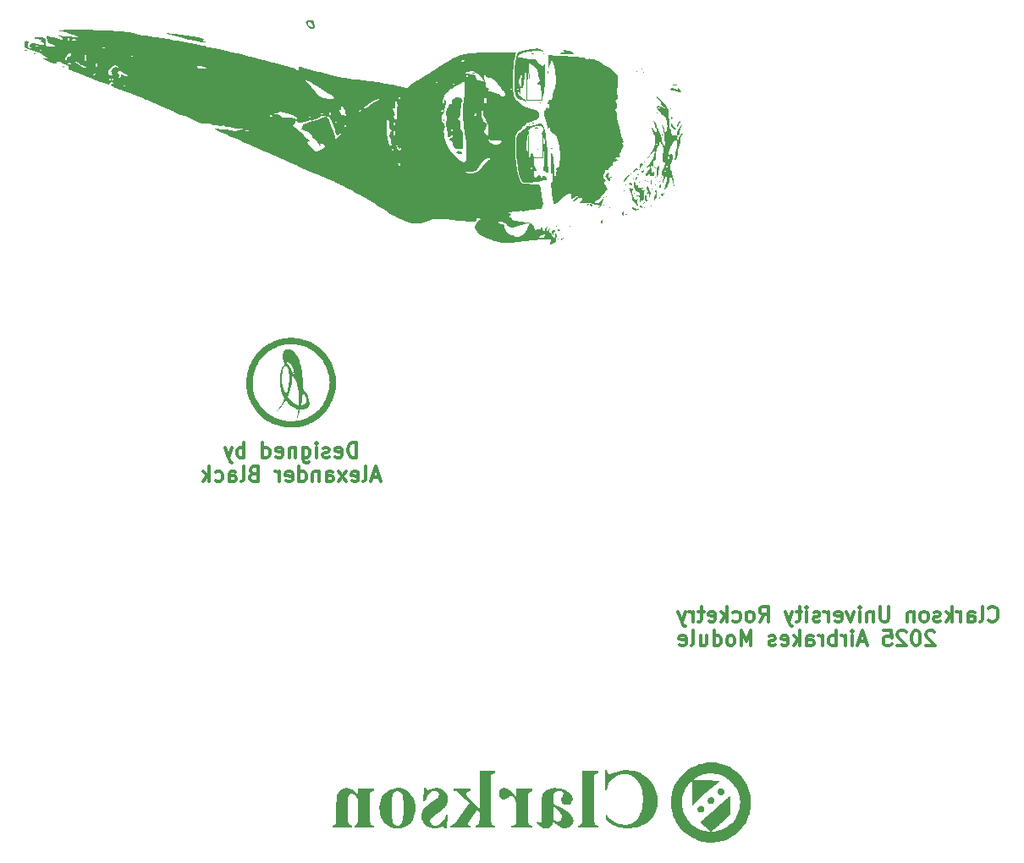
<source format=gbr>
%TF.GenerationSoftware,KiCad,Pcbnew,8.0.5*%
%TF.CreationDate,2025-02-19T23:04:31-05:00*%
%TF.ProjectId,airbrake_mod,61697262-7261-46b6-955f-6d6f642e6b69,rev?*%
%TF.SameCoordinates,Original*%
%TF.FileFunction,Legend,Bot*%
%TF.FilePolarity,Positive*%
%FSLAX46Y46*%
G04 Gerber Fmt 4.6, Leading zero omitted, Abs format (unit mm)*
G04 Created by KiCad (PCBNEW 8.0.5) date 2025-02-19 23:04:31*
%MOMM*%
%LPD*%
G01*
G04 APERTURE LIST*
%ADD10C,0.300000*%
%ADD11C,0.000000*%
%ADD12C,0.120000*%
G04 APERTURE END LIST*
D10*
X144383079Y-120143052D02*
X144454507Y-120214481D01*
X144454507Y-120214481D02*
X144668793Y-120285909D01*
X144668793Y-120285909D02*
X144811650Y-120285909D01*
X144811650Y-120285909D02*
X145025936Y-120214481D01*
X145025936Y-120214481D02*
X145168793Y-120071623D01*
X145168793Y-120071623D02*
X145240222Y-119928766D01*
X145240222Y-119928766D02*
X145311650Y-119643052D01*
X145311650Y-119643052D02*
X145311650Y-119428766D01*
X145311650Y-119428766D02*
X145240222Y-119143052D01*
X145240222Y-119143052D02*
X145168793Y-119000195D01*
X145168793Y-119000195D02*
X145025936Y-118857338D01*
X145025936Y-118857338D02*
X144811650Y-118785909D01*
X144811650Y-118785909D02*
X144668793Y-118785909D01*
X144668793Y-118785909D02*
X144454507Y-118857338D01*
X144454507Y-118857338D02*
X144383079Y-118928766D01*
X143525936Y-120285909D02*
X143668793Y-120214481D01*
X143668793Y-120214481D02*
X143740222Y-120071623D01*
X143740222Y-120071623D02*
X143740222Y-118785909D01*
X142311651Y-120285909D02*
X142311651Y-119500195D01*
X142311651Y-119500195D02*
X142383079Y-119357338D01*
X142383079Y-119357338D02*
X142525936Y-119285909D01*
X142525936Y-119285909D02*
X142811651Y-119285909D01*
X142811651Y-119285909D02*
X142954508Y-119357338D01*
X142311651Y-120214481D02*
X142454508Y-120285909D01*
X142454508Y-120285909D02*
X142811651Y-120285909D01*
X142811651Y-120285909D02*
X142954508Y-120214481D01*
X142954508Y-120214481D02*
X143025936Y-120071623D01*
X143025936Y-120071623D02*
X143025936Y-119928766D01*
X143025936Y-119928766D02*
X142954508Y-119785909D01*
X142954508Y-119785909D02*
X142811651Y-119714481D01*
X142811651Y-119714481D02*
X142454508Y-119714481D01*
X142454508Y-119714481D02*
X142311651Y-119643052D01*
X141597365Y-120285909D02*
X141597365Y-119285909D01*
X141597365Y-119571623D02*
X141525936Y-119428766D01*
X141525936Y-119428766D02*
X141454508Y-119357338D01*
X141454508Y-119357338D02*
X141311650Y-119285909D01*
X141311650Y-119285909D02*
X141168793Y-119285909D01*
X140668794Y-120285909D02*
X140668794Y-118785909D01*
X140525937Y-119714481D02*
X140097365Y-120285909D01*
X140097365Y-119285909D02*
X140668794Y-119857338D01*
X139525936Y-120214481D02*
X139383079Y-120285909D01*
X139383079Y-120285909D02*
X139097365Y-120285909D01*
X139097365Y-120285909D02*
X138954508Y-120214481D01*
X138954508Y-120214481D02*
X138883079Y-120071623D01*
X138883079Y-120071623D02*
X138883079Y-120000195D01*
X138883079Y-120000195D02*
X138954508Y-119857338D01*
X138954508Y-119857338D02*
X139097365Y-119785909D01*
X139097365Y-119785909D02*
X139311651Y-119785909D01*
X139311651Y-119785909D02*
X139454508Y-119714481D01*
X139454508Y-119714481D02*
X139525936Y-119571623D01*
X139525936Y-119571623D02*
X139525936Y-119500195D01*
X139525936Y-119500195D02*
X139454508Y-119357338D01*
X139454508Y-119357338D02*
X139311651Y-119285909D01*
X139311651Y-119285909D02*
X139097365Y-119285909D01*
X139097365Y-119285909D02*
X138954508Y-119357338D01*
X138025936Y-120285909D02*
X138168793Y-120214481D01*
X138168793Y-120214481D02*
X138240222Y-120143052D01*
X138240222Y-120143052D02*
X138311650Y-120000195D01*
X138311650Y-120000195D02*
X138311650Y-119571623D01*
X138311650Y-119571623D02*
X138240222Y-119428766D01*
X138240222Y-119428766D02*
X138168793Y-119357338D01*
X138168793Y-119357338D02*
X138025936Y-119285909D01*
X138025936Y-119285909D02*
X137811650Y-119285909D01*
X137811650Y-119285909D02*
X137668793Y-119357338D01*
X137668793Y-119357338D02*
X137597365Y-119428766D01*
X137597365Y-119428766D02*
X137525936Y-119571623D01*
X137525936Y-119571623D02*
X137525936Y-120000195D01*
X137525936Y-120000195D02*
X137597365Y-120143052D01*
X137597365Y-120143052D02*
X137668793Y-120214481D01*
X137668793Y-120214481D02*
X137811650Y-120285909D01*
X137811650Y-120285909D02*
X138025936Y-120285909D01*
X136883079Y-119285909D02*
X136883079Y-120285909D01*
X136883079Y-119428766D02*
X136811650Y-119357338D01*
X136811650Y-119357338D02*
X136668793Y-119285909D01*
X136668793Y-119285909D02*
X136454507Y-119285909D01*
X136454507Y-119285909D02*
X136311650Y-119357338D01*
X136311650Y-119357338D02*
X136240222Y-119500195D01*
X136240222Y-119500195D02*
X136240222Y-120285909D01*
X134383079Y-118785909D02*
X134383079Y-120000195D01*
X134383079Y-120000195D02*
X134311650Y-120143052D01*
X134311650Y-120143052D02*
X134240222Y-120214481D01*
X134240222Y-120214481D02*
X134097364Y-120285909D01*
X134097364Y-120285909D02*
X133811650Y-120285909D01*
X133811650Y-120285909D02*
X133668793Y-120214481D01*
X133668793Y-120214481D02*
X133597364Y-120143052D01*
X133597364Y-120143052D02*
X133525936Y-120000195D01*
X133525936Y-120000195D02*
X133525936Y-118785909D01*
X132811650Y-119285909D02*
X132811650Y-120285909D01*
X132811650Y-119428766D02*
X132740221Y-119357338D01*
X132740221Y-119357338D02*
X132597364Y-119285909D01*
X132597364Y-119285909D02*
X132383078Y-119285909D01*
X132383078Y-119285909D02*
X132240221Y-119357338D01*
X132240221Y-119357338D02*
X132168793Y-119500195D01*
X132168793Y-119500195D02*
X132168793Y-120285909D01*
X131454507Y-120285909D02*
X131454507Y-119285909D01*
X131454507Y-118785909D02*
X131525935Y-118857338D01*
X131525935Y-118857338D02*
X131454507Y-118928766D01*
X131454507Y-118928766D02*
X131383078Y-118857338D01*
X131383078Y-118857338D02*
X131454507Y-118785909D01*
X131454507Y-118785909D02*
X131454507Y-118928766D01*
X130883078Y-119285909D02*
X130525935Y-120285909D01*
X130525935Y-120285909D02*
X130168792Y-119285909D01*
X129025935Y-120214481D02*
X129168792Y-120285909D01*
X129168792Y-120285909D02*
X129454507Y-120285909D01*
X129454507Y-120285909D02*
X129597364Y-120214481D01*
X129597364Y-120214481D02*
X129668792Y-120071623D01*
X129668792Y-120071623D02*
X129668792Y-119500195D01*
X129668792Y-119500195D02*
X129597364Y-119357338D01*
X129597364Y-119357338D02*
X129454507Y-119285909D01*
X129454507Y-119285909D02*
X129168792Y-119285909D01*
X129168792Y-119285909D02*
X129025935Y-119357338D01*
X129025935Y-119357338D02*
X128954507Y-119500195D01*
X128954507Y-119500195D02*
X128954507Y-119643052D01*
X128954507Y-119643052D02*
X129668792Y-119785909D01*
X128311650Y-120285909D02*
X128311650Y-119285909D01*
X128311650Y-119571623D02*
X128240221Y-119428766D01*
X128240221Y-119428766D02*
X128168793Y-119357338D01*
X128168793Y-119357338D02*
X128025935Y-119285909D01*
X128025935Y-119285909D02*
X127883078Y-119285909D01*
X127454507Y-120214481D02*
X127311650Y-120285909D01*
X127311650Y-120285909D02*
X127025936Y-120285909D01*
X127025936Y-120285909D02*
X126883079Y-120214481D01*
X126883079Y-120214481D02*
X126811650Y-120071623D01*
X126811650Y-120071623D02*
X126811650Y-120000195D01*
X126811650Y-120000195D02*
X126883079Y-119857338D01*
X126883079Y-119857338D02*
X127025936Y-119785909D01*
X127025936Y-119785909D02*
X127240222Y-119785909D01*
X127240222Y-119785909D02*
X127383079Y-119714481D01*
X127383079Y-119714481D02*
X127454507Y-119571623D01*
X127454507Y-119571623D02*
X127454507Y-119500195D01*
X127454507Y-119500195D02*
X127383079Y-119357338D01*
X127383079Y-119357338D02*
X127240222Y-119285909D01*
X127240222Y-119285909D02*
X127025936Y-119285909D01*
X127025936Y-119285909D02*
X126883079Y-119357338D01*
X126168793Y-120285909D02*
X126168793Y-119285909D01*
X126168793Y-118785909D02*
X126240221Y-118857338D01*
X126240221Y-118857338D02*
X126168793Y-118928766D01*
X126168793Y-118928766D02*
X126097364Y-118857338D01*
X126097364Y-118857338D02*
X126168793Y-118785909D01*
X126168793Y-118785909D02*
X126168793Y-118928766D01*
X125668792Y-119285909D02*
X125097364Y-119285909D01*
X125454507Y-118785909D02*
X125454507Y-120071623D01*
X125454507Y-120071623D02*
X125383078Y-120214481D01*
X125383078Y-120214481D02*
X125240221Y-120285909D01*
X125240221Y-120285909D02*
X125097364Y-120285909D01*
X124740221Y-119285909D02*
X124383078Y-120285909D01*
X124025935Y-119285909D02*
X124383078Y-120285909D01*
X124383078Y-120285909D02*
X124525935Y-120643052D01*
X124525935Y-120643052D02*
X124597364Y-120714481D01*
X124597364Y-120714481D02*
X124740221Y-120785909D01*
X121454507Y-120285909D02*
X121954507Y-119571623D01*
X122311650Y-120285909D02*
X122311650Y-118785909D01*
X122311650Y-118785909D02*
X121740221Y-118785909D01*
X121740221Y-118785909D02*
X121597364Y-118857338D01*
X121597364Y-118857338D02*
X121525935Y-118928766D01*
X121525935Y-118928766D02*
X121454507Y-119071623D01*
X121454507Y-119071623D02*
X121454507Y-119285909D01*
X121454507Y-119285909D02*
X121525935Y-119428766D01*
X121525935Y-119428766D02*
X121597364Y-119500195D01*
X121597364Y-119500195D02*
X121740221Y-119571623D01*
X121740221Y-119571623D02*
X122311650Y-119571623D01*
X120597364Y-120285909D02*
X120740221Y-120214481D01*
X120740221Y-120214481D02*
X120811650Y-120143052D01*
X120811650Y-120143052D02*
X120883078Y-120000195D01*
X120883078Y-120000195D02*
X120883078Y-119571623D01*
X120883078Y-119571623D02*
X120811650Y-119428766D01*
X120811650Y-119428766D02*
X120740221Y-119357338D01*
X120740221Y-119357338D02*
X120597364Y-119285909D01*
X120597364Y-119285909D02*
X120383078Y-119285909D01*
X120383078Y-119285909D02*
X120240221Y-119357338D01*
X120240221Y-119357338D02*
X120168793Y-119428766D01*
X120168793Y-119428766D02*
X120097364Y-119571623D01*
X120097364Y-119571623D02*
X120097364Y-120000195D01*
X120097364Y-120000195D02*
X120168793Y-120143052D01*
X120168793Y-120143052D02*
X120240221Y-120214481D01*
X120240221Y-120214481D02*
X120383078Y-120285909D01*
X120383078Y-120285909D02*
X120597364Y-120285909D01*
X118811650Y-120214481D02*
X118954507Y-120285909D01*
X118954507Y-120285909D02*
X119240221Y-120285909D01*
X119240221Y-120285909D02*
X119383078Y-120214481D01*
X119383078Y-120214481D02*
X119454507Y-120143052D01*
X119454507Y-120143052D02*
X119525935Y-120000195D01*
X119525935Y-120000195D02*
X119525935Y-119571623D01*
X119525935Y-119571623D02*
X119454507Y-119428766D01*
X119454507Y-119428766D02*
X119383078Y-119357338D01*
X119383078Y-119357338D02*
X119240221Y-119285909D01*
X119240221Y-119285909D02*
X118954507Y-119285909D01*
X118954507Y-119285909D02*
X118811650Y-119357338D01*
X118168793Y-120285909D02*
X118168793Y-118785909D01*
X118025936Y-119714481D02*
X117597364Y-120285909D01*
X117597364Y-119285909D02*
X118168793Y-119857338D01*
X116383078Y-120214481D02*
X116525935Y-120285909D01*
X116525935Y-120285909D02*
X116811650Y-120285909D01*
X116811650Y-120285909D02*
X116954507Y-120214481D01*
X116954507Y-120214481D02*
X117025935Y-120071623D01*
X117025935Y-120071623D02*
X117025935Y-119500195D01*
X117025935Y-119500195D02*
X116954507Y-119357338D01*
X116954507Y-119357338D02*
X116811650Y-119285909D01*
X116811650Y-119285909D02*
X116525935Y-119285909D01*
X116525935Y-119285909D02*
X116383078Y-119357338D01*
X116383078Y-119357338D02*
X116311650Y-119500195D01*
X116311650Y-119500195D02*
X116311650Y-119643052D01*
X116311650Y-119643052D02*
X117025935Y-119785909D01*
X115883078Y-119285909D02*
X115311650Y-119285909D01*
X115668793Y-118785909D02*
X115668793Y-120071623D01*
X115668793Y-120071623D02*
X115597364Y-120214481D01*
X115597364Y-120214481D02*
X115454507Y-120285909D01*
X115454507Y-120285909D02*
X115311650Y-120285909D01*
X114811650Y-120285909D02*
X114811650Y-119285909D01*
X114811650Y-119571623D02*
X114740221Y-119428766D01*
X114740221Y-119428766D02*
X114668793Y-119357338D01*
X114668793Y-119357338D02*
X114525935Y-119285909D01*
X114525935Y-119285909D02*
X114383078Y-119285909D01*
X114025936Y-119285909D02*
X113668793Y-120285909D01*
X113311650Y-119285909D02*
X113668793Y-120285909D01*
X113668793Y-120285909D02*
X113811650Y-120643052D01*
X113811650Y-120643052D02*
X113883079Y-120714481D01*
X113883079Y-120714481D02*
X114025936Y-120785909D01*
X138954505Y-121343682D02*
X138883077Y-121272254D01*
X138883077Y-121272254D02*
X138740220Y-121200825D01*
X138740220Y-121200825D02*
X138383077Y-121200825D01*
X138383077Y-121200825D02*
X138240220Y-121272254D01*
X138240220Y-121272254D02*
X138168791Y-121343682D01*
X138168791Y-121343682D02*
X138097362Y-121486539D01*
X138097362Y-121486539D02*
X138097362Y-121629397D01*
X138097362Y-121629397D02*
X138168791Y-121843682D01*
X138168791Y-121843682D02*
X139025934Y-122700825D01*
X139025934Y-122700825D02*
X138097362Y-122700825D01*
X137168791Y-121200825D02*
X137025934Y-121200825D01*
X137025934Y-121200825D02*
X136883077Y-121272254D01*
X136883077Y-121272254D02*
X136811649Y-121343682D01*
X136811649Y-121343682D02*
X136740220Y-121486539D01*
X136740220Y-121486539D02*
X136668791Y-121772254D01*
X136668791Y-121772254D02*
X136668791Y-122129397D01*
X136668791Y-122129397D02*
X136740220Y-122415111D01*
X136740220Y-122415111D02*
X136811649Y-122557968D01*
X136811649Y-122557968D02*
X136883077Y-122629397D01*
X136883077Y-122629397D02*
X137025934Y-122700825D01*
X137025934Y-122700825D02*
X137168791Y-122700825D01*
X137168791Y-122700825D02*
X137311649Y-122629397D01*
X137311649Y-122629397D02*
X137383077Y-122557968D01*
X137383077Y-122557968D02*
X137454506Y-122415111D01*
X137454506Y-122415111D02*
X137525934Y-122129397D01*
X137525934Y-122129397D02*
X137525934Y-121772254D01*
X137525934Y-121772254D02*
X137454506Y-121486539D01*
X137454506Y-121486539D02*
X137383077Y-121343682D01*
X137383077Y-121343682D02*
X137311649Y-121272254D01*
X137311649Y-121272254D02*
X137168791Y-121200825D01*
X136097363Y-121343682D02*
X136025935Y-121272254D01*
X136025935Y-121272254D02*
X135883078Y-121200825D01*
X135883078Y-121200825D02*
X135525935Y-121200825D01*
X135525935Y-121200825D02*
X135383078Y-121272254D01*
X135383078Y-121272254D02*
X135311649Y-121343682D01*
X135311649Y-121343682D02*
X135240220Y-121486539D01*
X135240220Y-121486539D02*
X135240220Y-121629397D01*
X135240220Y-121629397D02*
X135311649Y-121843682D01*
X135311649Y-121843682D02*
X136168792Y-122700825D01*
X136168792Y-122700825D02*
X135240220Y-122700825D01*
X133883078Y-121200825D02*
X134597364Y-121200825D01*
X134597364Y-121200825D02*
X134668792Y-121915111D01*
X134668792Y-121915111D02*
X134597364Y-121843682D01*
X134597364Y-121843682D02*
X134454507Y-121772254D01*
X134454507Y-121772254D02*
X134097364Y-121772254D01*
X134097364Y-121772254D02*
X133954507Y-121843682D01*
X133954507Y-121843682D02*
X133883078Y-121915111D01*
X133883078Y-121915111D02*
X133811649Y-122057968D01*
X133811649Y-122057968D02*
X133811649Y-122415111D01*
X133811649Y-122415111D02*
X133883078Y-122557968D01*
X133883078Y-122557968D02*
X133954507Y-122629397D01*
X133954507Y-122629397D02*
X134097364Y-122700825D01*
X134097364Y-122700825D02*
X134454507Y-122700825D01*
X134454507Y-122700825D02*
X134597364Y-122629397D01*
X134597364Y-122629397D02*
X134668792Y-122557968D01*
X132097364Y-122272254D02*
X131383079Y-122272254D01*
X132240221Y-122700825D02*
X131740221Y-121200825D01*
X131740221Y-121200825D02*
X131240221Y-122700825D01*
X130740222Y-122700825D02*
X130740222Y-121700825D01*
X130740222Y-121200825D02*
X130811650Y-121272254D01*
X130811650Y-121272254D02*
X130740222Y-121343682D01*
X130740222Y-121343682D02*
X130668793Y-121272254D01*
X130668793Y-121272254D02*
X130740222Y-121200825D01*
X130740222Y-121200825D02*
X130740222Y-121343682D01*
X130025936Y-122700825D02*
X130025936Y-121700825D01*
X130025936Y-121986539D02*
X129954507Y-121843682D01*
X129954507Y-121843682D02*
X129883079Y-121772254D01*
X129883079Y-121772254D02*
X129740221Y-121700825D01*
X129740221Y-121700825D02*
X129597364Y-121700825D01*
X129097365Y-122700825D02*
X129097365Y-121200825D01*
X129097365Y-121772254D02*
X128954508Y-121700825D01*
X128954508Y-121700825D02*
X128668793Y-121700825D01*
X128668793Y-121700825D02*
X128525936Y-121772254D01*
X128525936Y-121772254D02*
X128454508Y-121843682D01*
X128454508Y-121843682D02*
X128383079Y-121986539D01*
X128383079Y-121986539D02*
X128383079Y-122415111D01*
X128383079Y-122415111D02*
X128454508Y-122557968D01*
X128454508Y-122557968D02*
X128525936Y-122629397D01*
X128525936Y-122629397D02*
X128668793Y-122700825D01*
X128668793Y-122700825D02*
X128954508Y-122700825D01*
X128954508Y-122700825D02*
X129097365Y-122629397D01*
X127740222Y-122700825D02*
X127740222Y-121700825D01*
X127740222Y-121986539D02*
X127668793Y-121843682D01*
X127668793Y-121843682D02*
X127597365Y-121772254D01*
X127597365Y-121772254D02*
X127454507Y-121700825D01*
X127454507Y-121700825D02*
X127311650Y-121700825D01*
X126168794Y-122700825D02*
X126168794Y-121915111D01*
X126168794Y-121915111D02*
X126240222Y-121772254D01*
X126240222Y-121772254D02*
X126383079Y-121700825D01*
X126383079Y-121700825D02*
X126668794Y-121700825D01*
X126668794Y-121700825D02*
X126811651Y-121772254D01*
X126168794Y-122629397D02*
X126311651Y-122700825D01*
X126311651Y-122700825D02*
X126668794Y-122700825D01*
X126668794Y-122700825D02*
X126811651Y-122629397D01*
X126811651Y-122629397D02*
X126883079Y-122486539D01*
X126883079Y-122486539D02*
X126883079Y-122343682D01*
X126883079Y-122343682D02*
X126811651Y-122200825D01*
X126811651Y-122200825D02*
X126668794Y-122129397D01*
X126668794Y-122129397D02*
X126311651Y-122129397D01*
X126311651Y-122129397D02*
X126168794Y-122057968D01*
X125454508Y-122700825D02*
X125454508Y-121200825D01*
X125311651Y-122129397D02*
X124883079Y-122700825D01*
X124883079Y-121700825D02*
X125454508Y-122272254D01*
X123668793Y-122629397D02*
X123811650Y-122700825D01*
X123811650Y-122700825D02*
X124097365Y-122700825D01*
X124097365Y-122700825D02*
X124240222Y-122629397D01*
X124240222Y-122629397D02*
X124311650Y-122486539D01*
X124311650Y-122486539D02*
X124311650Y-121915111D01*
X124311650Y-121915111D02*
X124240222Y-121772254D01*
X124240222Y-121772254D02*
X124097365Y-121700825D01*
X124097365Y-121700825D02*
X123811650Y-121700825D01*
X123811650Y-121700825D02*
X123668793Y-121772254D01*
X123668793Y-121772254D02*
X123597365Y-121915111D01*
X123597365Y-121915111D02*
X123597365Y-122057968D01*
X123597365Y-122057968D02*
X124311650Y-122200825D01*
X123025936Y-122629397D02*
X122883079Y-122700825D01*
X122883079Y-122700825D02*
X122597365Y-122700825D01*
X122597365Y-122700825D02*
X122454508Y-122629397D01*
X122454508Y-122629397D02*
X122383079Y-122486539D01*
X122383079Y-122486539D02*
X122383079Y-122415111D01*
X122383079Y-122415111D02*
X122454508Y-122272254D01*
X122454508Y-122272254D02*
X122597365Y-122200825D01*
X122597365Y-122200825D02*
X122811651Y-122200825D01*
X122811651Y-122200825D02*
X122954508Y-122129397D01*
X122954508Y-122129397D02*
X123025936Y-121986539D01*
X123025936Y-121986539D02*
X123025936Y-121915111D01*
X123025936Y-121915111D02*
X122954508Y-121772254D01*
X122954508Y-121772254D02*
X122811651Y-121700825D01*
X122811651Y-121700825D02*
X122597365Y-121700825D01*
X122597365Y-121700825D02*
X122454508Y-121772254D01*
X120597365Y-122700825D02*
X120597365Y-121200825D01*
X120597365Y-121200825D02*
X120097365Y-122272254D01*
X120097365Y-122272254D02*
X119597365Y-121200825D01*
X119597365Y-121200825D02*
X119597365Y-122700825D01*
X118668793Y-122700825D02*
X118811650Y-122629397D01*
X118811650Y-122629397D02*
X118883079Y-122557968D01*
X118883079Y-122557968D02*
X118954507Y-122415111D01*
X118954507Y-122415111D02*
X118954507Y-121986539D01*
X118954507Y-121986539D02*
X118883079Y-121843682D01*
X118883079Y-121843682D02*
X118811650Y-121772254D01*
X118811650Y-121772254D02*
X118668793Y-121700825D01*
X118668793Y-121700825D02*
X118454507Y-121700825D01*
X118454507Y-121700825D02*
X118311650Y-121772254D01*
X118311650Y-121772254D02*
X118240222Y-121843682D01*
X118240222Y-121843682D02*
X118168793Y-121986539D01*
X118168793Y-121986539D02*
X118168793Y-122415111D01*
X118168793Y-122415111D02*
X118240222Y-122557968D01*
X118240222Y-122557968D02*
X118311650Y-122629397D01*
X118311650Y-122629397D02*
X118454507Y-122700825D01*
X118454507Y-122700825D02*
X118668793Y-122700825D01*
X116883079Y-122700825D02*
X116883079Y-121200825D01*
X116883079Y-122629397D02*
X117025936Y-122700825D01*
X117025936Y-122700825D02*
X117311650Y-122700825D01*
X117311650Y-122700825D02*
X117454507Y-122629397D01*
X117454507Y-122629397D02*
X117525936Y-122557968D01*
X117525936Y-122557968D02*
X117597364Y-122415111D01*
X117597364Y-122415111D02*
X117597364Y-121986539D01*
X117597364Y-121986539D02*
X117525936Y-121843682D01*
X117525936Y-121843682D02*
X117454507Y-121772254D01*
X117454507Y-121772254D02*
X117311650Y-121700825D01*
X117311650Y-121700825D02*
X117025936Y-121700825D01*
X117025936Y-121700825D02*
X116883079Y-121772254D01*
X115525936Y-121700825D02*
X115525936Y-122700825D01*
X116168793Y-121700825D02*
X116168793Y-122486539D01*
X116168793Y-122486539D02*
X116097364Y-122629397D01*
X116097364Y-122629397D02*
X115954507Y-122700825D01*
X115954507Y-122700825D02*
X115740221Y-122700825D01*
X115740221Y-122700825D02*
X115597364Y-122629397D01*
X115597364Y-122629397D02*
X115525936Y-122557968D01*
X114597364Y-122700825D02*
X114740221Y-122629397D01*
X114740221Y-122629397D02*
X114811650Y-122486539D01*
X114811650Y-122486539D02*
X114811650Y-121200825D01*
X113454507Y-122629397D02*
X113597364Y-122700825D01*
X113597364Y-122700825D02*
X113883079Y-122700825D01*
X113883079Y-122700825D02*
X114025936Y-122629397D01*
X114025936Y-122629397D02*
X114097364Y-122486539D01*
X114097364Y-122486539D02*
X114097364Y-121915111D01*
X114097364Y-121915111D02*
X114025936Y-121772254D01*
X114025936Y-121772254D02*
X113883079Y-121700825D01*
X113883079Y-121700825D02*
X113597364Y-121700825D01*
X113597364Y-121700825D02*
X113454507Y-121772254D01*
X113454507Y-121772254D02*
X113383079Y-121915111D01*
X113383079Y-121915111D02*
X113383079Y-122057968D01*
X113383079Y-122057968D02*
X114097364Y-122200825D01*
X81099997Y-103870867D02*
X81099997Y-102370867D01*
X81099997Y-102370867D02*
X80742854Y-102370867D01*
X80742854Y-102370867D02*
X80528568Y-102442296D01*
X80528568Y-102442296D02*
X80385711Y-102585153D01*
X80385711Y-102585153D02*
X80314282Y-102728010D01*
X80314282Y-102728010D02*
X80242854Y-103013724D01*
X80242854Y-103013724D02*
X80242854Y-103228010D01*
X80242854Y-103228010D02*
X80314282Y-103513724D01*
X80314282Y-103513724D02*
X80385711Y-103656581D01*
X80385711Y-103656581D02*
X80528568Y-103799439D01*
X80528568Y-103799439D02*
X80742854Y-103870867D01*
X80742854Y-103870867D02*
X81099997Y-103870867D01*
X79028568Y-103799439D02*
X79171425Y-103870867D01*
X79171425Y-103870867D02*
X79457140Y-103870867D01*
X79457140Y-103870867D02*
X79599997Y-103799439D01*
X79599997Y-103799439D02*
X79671425Y-103656581D01*
X79671425Y-103656581D02*
X79671425Y-103085153D01*
X79671425Y-103085153D02*
X79599997Y-102942296D01*
X79599997Y-102942296D02*
X79457140Y-102870867D01*
X79457140Y-102870867D02*
X79171425Y-102870867D01*
X79171425Y-102870867D02*
X79028568Y-102942296D01*
X79028568Y-102942296D02*
X78957140Y-103085153D01*
X78957140Y-103085153D02*
X78957140Y-103228010D01*
X78957140Y-103228010D02*
X79671425Y-103370867D01*
X78385711Y-103799439D02*
X78242854Y-103870867D01*
X78242854Y-103870867D02*
X77957140Y-103870867D01*
X77957140Y-103870867D02*
X77814283Y-103799439D01*
X77814283Y-103799439D02*
X77742854Y-103656581D01*
X77742854Y-103656581D02*
X77742854Y-103585153D01*
X77742854Y-103585153D02*
X77814283Y-103442296D01*
X77814283Y-103442296D02*
X77957140Y-103370867D01*
X77957140Y-103370867D02*
X78171426Y-103370867D01*
X78171426Y-103370867D02*
X78314283Y-103299439D01*
X78314283Y-103299439D02*
X78385711Y-103156581D01*
X78385711Y-103156581D02*
X78385711Y-103085153D01*
X78385711Y-103085153D02*
X78314283Y-102942296D01*
X78314283Y-102942296D02*
X78171426Y-102870867D01*
X78171426Y-102870867D02*
X77957140Y-102870867D01*
X77957140Y-102870867D02*
X77814283Y-102942296D01*
X77099997Y-103870867D02*
X77099997Y-102870867D01*
X77099997Y-102370867D02*
X77171425Y-102442296D01*
X77171425Y-102442296D02*
X77099997Y-102513724D01*
X77099997Y-102513724D02*
X77028568Y-102442296D01*
X77028568Y-102442296D02*
X77099997Y-102370867D01*
X77099997Y-102370867D02*
X77099997Y-102513724D01*
X75742854Y-102870867D02*
X75742854Y-104085153D01*
X75742854Y-104085153D02*
X75814282Y-104228010D01*
X75814282Y-104228010D02*
X75885711Y-104299439D01*
X75885711Y-104299439D02*
X76028568Y-104370867D01*
X76028568Y-104370867D02*
X76242854Y-104370867D01*
X76242854Y-104370867D02*
X76385711Y-104299439D01*
X75742854Y-103799439D02*
X75885711Y-103870867D01*
X75885711Y-103870867D02*
X76171425Y-103870867D01*
X76171425Y-103870867D02*
X76314282Y-103799439D01*
X76314282Y-103799439D02*
X76385711Y-103728010D01*
X76385711Y-103728010D02*
X76457139Y-103585153D01*
X76457139Y-103585153D02*
X76457139Y-103156581D01*
X76457139Y-103156581D02*
X76385711Y-103013724D01*
X76385711Y-103013724D02*
X76314282Y-102942296D01*
X76314282Y-102942296D02*
X76171425Y-102870867D01*
X76171425Y-102870867D02*
X75885711Y-102870867D01*
X75885711Y-102870867D02*
X75742854Y-102942296D01*
X75028568Y-102870867D02*
X75028568Y-103870867D01*
X75028568Y-103013724D02*
X74957139Y-102942296D01*
X74957139Y-102942296D02*
X74814282Y-102870867D01*
X74814282Y-102870867D02*
X74599996Y-102870867D01*
X74599996Y-102870867D02*
X74457139Y-102942296D01*
X74457139Y-102942296D02*
X74385711Y-103085153D01*
X74385711Y-103085153D02*
X74385711Y-103870867D01*
X73099996Y-103799439D02*
X73242853Y-103870867D01*
X73242853Y-103870867D02*
X73528568Y-103870867D01*
X73528568Y-103870867D02*
X73671425Y-103799439D01*
X73671425Y-103799439D02*
X73742853Y-103656581D01*
X73742853Y-103656581D02*
X73742853Y-103085153D01*
X73742853Y-103085153D02*
X73671425Y-102942296D01*
X73671425Y-102942296D02*
X73528568Y-102870867D01*
X73528568Y-102870867D02*
X73242853Y-102870867D01*
X73242853Y-102870867D02*
X73099996Y-102942296D01*
X73099996Y-102942296D02*
X73028568Y-103085153D01*
X73028568Y-103085153D02*
X73028568Y-103228010D01*
X73028568Y-103228010D02*
X73742853Y-103370867D01*
X71742854Y-103870867D02*
X71742854Y-102370867D01*
X71742854Y-103799439D02*
X71885711Y-103870867D01*
X71885711Y-103870867D02*
X72171425Y-103870867D01*
X72171425Y-103870867D02*
X72314282Y-103799439D01*
X72314282Y-103799439D02*
X72385711Y-103728010D01*
X72385711Y-103728010D02*
X72457139Y-103585153D01*
X72457139Y-103585153D02*
X72457139Y-103156581D01*
X72457139Y-103156581D02*
X72385711Y-103013724D01*
X72385711Y-103013724D02*
X72314282Y-102942296D01*
X72314282Y-102942296D02*
X72171425Y-102870867D01*
X72171425Y-102870867D02*
X71885711Y-102870867D01*
X71885711Y-102870867D02*
X71742854Y-102942296D01*
X69885711Y-103870867D02*
X69885711Y-102370867D01*
X69885711Y-102942296D02*
X69742854Y-102870867D01*
X69742854Y-102870867D02*
X69457139Y-102870867D01*
X69457139Y-102870867D02*
X69314282Y-102942296D01*
X69314282Y-102942296D02*
X69242854Y-103013724D01*
X69242854Y-103013724D02*
X69171425Y-103156581D01*
X69171425Y-103156581D02*
X69171425Y-103585153D01*
X69171425Y-103585153D02*
X69242854Y-103728010D01*
X69242854Y-103728010D02*
X69314282Y-103799439D01*
X69314282Y-103799439D02*
X69457139Y-103870867D01*
X69457139Y-103870867D02*
X69742854Y-103870867D01*
X69742854Y-103870867D02*
X69885711Y-103799439D01*
X68671425Y-102870867D02*
X68314282Y-103870867D01*
X67957139Y-102870867D02*
X68314282Y-103870867D01*
X68314282Y-103870867D02*
X68457139Y-104228010D01*
X68457139Y-104228010D02*
X68528568Y-104299439D01*
X68528568Y-104299439D02*
X68671425Y-104370867D01*
X83385710Y-105857212D02*
X82671425Y-105857212D01*
X83528567Y-106285783D02*
X83028567Y-104785783D01*
X83028567Y-104785783D02*
X82528567Y-106285783D01*
X81814282Y-106285783D02*
X81957139Y-106214355D01*
X81957139Y-106214355D02*
X82028568Y-106071497D01*
X82028568Y-106071497D02*
X82028568Y-104785783D01*
X80671425Y-106214355D02*
X80814282Y-106285783D01*
X80814282Y-106285783D02*
X81099997Y-106285783D01*
X81099997Y-106285783D02*
X81242854Y-106214355D01*
X81242854Y-106214355D02*
X81314282Y-106071497D01*
X81314282Y-106071497D02*
X81314282Y-105500069D01*
X81314282Y-105500069D02*
X81242854Y-105357212D01*
X81242854Y-105357212D02*
X81099997Y-105285783D01*
X81099997Y-105285783D02*
X80814282Y-105285783D01*
X80814282Y-105285783D02*
X80671425Y-105357212D01*
X80671425Y-105357212D02*
X80599997Y-105500069D01*
X80599997Y-105500069D02*
X80599997Y-105642926D01*
X80599997Y-105642926D02*
X81314282Y-105785783D01*
X80099997Y-106285783D02*
X79314283Y-105285783D01*
X80099997Y-105285783D02*
X79314283Y-106285783D01*
X78099997Y-106285783D02*
X78099997Y-105500069D01*
X78099997Y-105500069D02*
X78171425Y-105357212D01*
X78171425Y-105357212D02*
X78314282Y-105285783D01*
X78314282Y-105285783D02*
X78599997Y-105285783D01*
X78599997Y-105285783D02*
X78742854Y-105357212D01*
X78099997Y-106214355D02*
X78242854Y-106285783D01*
X78242854Y-106285783D02*
X78599997Y-106285783D01*
X78599997Y-106285783D02*
X78742854Y-106214355D01*
X78742854Y-106214355D02*
X78814282Y-106071497D01*
X78814282Y-106071497D02*
X78814282Y-105928640D01*
X78814282Y-105928640D02*
X78742854Y-105785783D01*
X78742854Y-105785783D02*
X78599997Y-105714355D01*
X78599997Y-105714355D02*
X78242854Y-105714355D01*
X78242854Y-105714355D02*
X78099997Y-105642926D01*
X77385711Y-105285783D02*
X77385711Y-106285783D01*
X77385711Y-105428640D02*
X77314282Y-105357212D01*
X77314282Y-105357212D02*
X77171425Y-105285783D01*
X77171425Y-105285783D02*
X76957139Y-105285783D01*
X76957139Y-105285783D02*
X76814282Y-105357212D01*
X76814282Y-105357212D02*
X76742854Y-105500069D01*
X76742854Y-105500069D02*
X76742854Y-106285783D01*
X75385711Y-106285783D02*
X75385711Y-104785783D01*
X75385711Y-106214355D02*
X75528568Y-106285783D01*
X75528568Y-106285783D02*
X75814282Y-106285783D01*
X75814282Y-106285783D02*
X75957139Y-106214355D01*
X75957139Y-106214355D02*
X76028568Y-106142926D01*
X76028568Y-106142926D02*
X76099996Y-106000069D01*
X76099996Y-106000069D02*
X76099996Y-105571497D01*
X76099996Y-105571497D02*
X76028568Y-105428640D01*
X76028568Y-105428640D02*
X75957139Y-105357212D01*
X75957139Y-105357212D02*
X75814282Y-105285783D01*
X75814282Y-105285783D02*
X75528568Y-105285783D01*
X75528568Y-105285783D02*
X75385711Y-105357212D01*
X74099996Y-106214355D02*
X74242853Y-106285783D01*
X74242853Y-106285783D02*
X74528568Y-106285783D01*
X74528568Y-106285783D02*
X74671425Y-106214355D01*
X74671425Y-106214355D02*
X74742853Y-106071497D01*
X74742853Y-106071497D02*
X74742853Y-105500069D01*
X74742853Y-105500069D02*
X74671425Y-105357212D01*
X74671425Y-105357212D02*
X74528568Y-105285783D01*
X74528568Y-105285783D02*
X74242853Y-105285783D01*
X74242853Y-105285783D02*
X74099996Y-105357212D01*
X74099996Y-105357212D02*
X74028568Y-105500069D01*
X74028568Y-105500069D02*
X74028568Y-105642926D01*
X74028568Y-105642926D02*
X74742853Y-105785783D01*
X73385711Y-106285783D02*
X73385711Y-105285783D01*
X73385711Y-105571497D02*
X73314282Y-105428640D01*
X73314282Y-105428640D02*
X73242854Y-105357212D01*
X73242854Y-105357212D02*
X73099996Y-105285783D01*
X73099996Y-105285783D02*
X72957139Y-105285783D01*
X70814283Y-105500069D02*
X70599997Y-105571497D01*
X70599997Y-105571497D02*
X70528568Y-105642926D01*
X70528568Y-105642926D02*
X70457140Y-105785783D01*
X70457140Y-105785783D02*
X70457140Y-106000069D01*
X70457140Y-106000069D02*
X70528568Y-106142926D01*
X70528568Y-106142926D02*
X70599997Y-106214355D01*
X70599997Y-106214355D02*
X70742854Y-106285783D01*
X70742854Y-106285783D02*
X71314283Y-106285783D01*
X71314283Y-106285783D02*
X71314283Y-104785783D01*
X71314283Y-104785783D02*
X70814283Y-104785783D01*
X70814283Y-104785783D02*
X70671426Y-104857212D01*
X70671426Y-104857212D02*
X70599997Y-104928640D01*
X70599997Y-104928640D02*
X70528568Y-105071497D01*
X70528568Y-105071497D02*
X70528568Y-105214355D01*
X70528568Y-105214355D02*
X70599997Y-105357212D01*
X70599997Y-105357212D02*
X70671426Y-105428640D01*
X70671426Y-105428640D02*
X70814283Y-105500069D01*
X70814283Y-105500069D02*
X71314283Y-105500069D01*
X69599997Y-106285783D02*
X69742854Y-106214355D01*
X69742854Y-106214355D02*
X69814283Y-106071497D01*
X69814283Y-106071497D02*
X69814283Y-104785783D01*
X68385712Y-106285783D02*
X68385712Y-105500069D01*
X68385712Y-105500069D02*
X68457140Y-105357212D01*
X68457140Y-105357212D02*
X68599997Y-105285783D01*
X68599997Y-105285783D02*
X68885712Y-105285783D01*
X68885712Y-105285783D02*
X69028569Y-105357212D01*
X68385712Y-106214355D02*
X68528569Y-106285783D01*
X68528569Y-106285783D02*
X68885712Y-106285783D01*
X68885712Y-106285783D02*
X69028569Y-106214355D01*
X69028569Y-106214355D02*
X69099997Y-106071497D01*
X69099997Y-106071497D02*
X69099997Y-105928640D01*
X69099997Y-105928640D02*
X69028569Y-105785783D01*
X69028569Y-105785783D02*
X68885712Y-105714355D01*
X68885712Y-105714355D02*
X68528569Y-105714355D01*
X68528569Y-105714355D02*
X68385712Y-105642926D01*
X67028569Y-106214355D02*
X67171426Y-106285783D01*
X67171426Y-106285783D02*
X67457140Y-106285783D01*
X67457140Y-106285783D02*
X67599997Y-106214355D01*
X67599997Y-106214355D02*
X67671426Y-106142926D01*
X67671426Y-106142926D02*
X67742854Y-106000069D01*
X67742854Y-106000069D02*
X67742854Y-105571497D01*
X67742854Y-105571497D02*
X67671426Y-105428640D01*
X67671426Y-105428640D02*
X67599997Y-105357212D01*
X67599997Y-105357212D02*
X67457140Y-105285783D01*
X67457140Y-105285783D02*
X67171426Y-105285783D01*
X67171426Y-105285783D02*
X67028569Y-105357212D01*
X66385712Y-106285783D02*
X66385712Y-104785783D01*
X66242855Y-105714355D02*
X65814283Y-106285783D01*
X65814283Y-105285783D02*
X66385712Y-105857212D01*
G36*
X105965314Y-135168852D02*
G01*
X105965314Y-137138426D01*
X106126514Y-137138426D01*
X106221022Y-136817868D01*
X106345543Y-136531950D01*
X106500077Y-136280675D01*
X106713438Y-136035920D01*
X106803555Y-135955803D01*
X107058728Y-135775643D01*
X107330387Y-135646957D01*
X107618533Y-135569746D01*
X107923165Y-135544009D01*
X108242474Y-135573347D01*
X108544610Y-135661360D01*
X108829573Y-135808049D01*
X108884505Y-135844428D01*
X109134548Y-136049306D01*
X109338796Y-136290247D01*
X109497249Y-136567253D01*
X109523444Y-136626982D01*
X109624513Y-136904845D01*
X109700758Y-137196031D01*
X109752180Y-137500542D01*
X109778777Y-137818376D01*
X109782830Y-138005977D01*
X109773784Y-138326576D01*
X109746646Y-138634412D01*
X109701415Y-138929485D01*
X109627570Y-139251085D01*
X109593786Y-139367387D01*
X109485250Y-139655624D01*
X109331399Y-139935004D01*
X109143930Y-140166856D01*
X109000276Y-140295021D01*
X108724157Y-140460400D01*
X108435761Y-140556871D01*
X108109575Y-140603729D01*
X107952474Y-140608629D01*
X107631476Y-140586160D01*
X107327937Y-140518755D01*
X107041858Y-140406413D01*
X106986738Y-140378552D01*
X106735732Y-140222704D01*
X106506388Y-140039797D01*
X106271182Y-139815124D01*
X106060569Y-139584274D01*
X106060569Y-140066410D01*
X106298156Y-140291540D01*
X106540506Y-140483332D01*
X106787619Y-140641785D01*
X107039494Y-140766898D01*
X107339096Y-140871741D01*
X107628180Y-140936130D01*
X107938697Y-140973407D01*
X108227980Y-140983786D01*
X108556694Y-140971266D01*
X108871293Y-140933708D01*
X109171774Y-140871112D01*
X109458139Y-140783476D01*
X109730388Y-140670802D01*
X109818001Y-140627680D01*
X110106182Y-140456376D01*
X110364210Y-140255339D01*
X110592084Y-140024570D01*
X110789805Y-139764068D01*
X110889250Y-139601860D01*
X111036000Y-139305364D01*
X111146707Y-139000593D01*
X111221369Y-138687548D01*
X111259988Y-138366228D01*
X111265872Y-138178901D01*
X111251189Y-137883382D01*
X111196943Y-137545904D01*
X111118632Y-137262887D01*
X111010956Y-136985641D01*
X110873913Y-136714165D01*
X110848217Y-136669480D01*
X110680794Y-136413134D01*
X110492867Y-136179353D01*
X110284434Y-135968139D01*
X110055496Y-135779490D01*
X109806054Y-135613406D01*
X109718350Y-135563060D01*
X109448677Y-135429091D01*
X109172719Y-135322840D01*
X108842823Y-135233912D01*
X108553247Y-135187716D01*
X108257385Y-135169237D01*
X108207463Y-135168852D01*
X107908785Y-135183690D01*
X107601863Y-135228203D01*
X107286698Y-135302392D01*
X107004167Y-135391650D01*
X106963290Y-135406256D01*
X106684195Y-135500423D01*
X106481155Y-135544009D01*
X106252544Y-135454616D01*
X106128412Y-135180932D01*
X106126514Y-135168852D01*
X105965314Y-135168852D01*
G37*
G36*
X103746612Y-135262641D02*
G01*
X103746612Y-140045893D01*
X103728660Y-140349271D01*
X103652823Y-140571992D01*
X103378072Y-140692921D01*
X103280597Y-140702418D01*
X103280597Y-140889997D01*
X105361546Y-140889997D01*
X105361546Y-140702418D01*
X105072582Y-140627989D01*
X104981992Y-140552941D01*
X104906418Y-140252488D01*
X104899927Y-140045893D01*
X104899927Y-136106745D01*
X104918159Y-135804368D01*
X104995181Y-135582111D01*
X105265616Y-135459768D01*
X105361546Y-135450220D01*
X105361546Y-135262641D01*
X103746612Y-135262641D01*
G37*
G36*
X101264866Y-136965302D02*
G01*
X101565967Y-137014591D01*
X101859103Y-137098859D01*
X102033703Y-137169785D01*
X102292230Y-137320086D01*
X102514163Y-137523842D01*
X102528588Y-137541088D01*
X102690017Y-137806308D01*
X102748636Y-138102697D01*
X102731606Y-138232041D01*
X102574246Y-138479320D01*
X102430403Y-138576658D01*
X102137540Y-138639054D01*
X102008122Y-138627231D01*
X101744798Y-138489578D01*
X101678760Y-138410809D01*
X101593856Y-138126144D01*
X101606259Y-138027831D01*
X101750659Y-137767107D01*
X101866431Y-137541427D01*
X101759452Y-137358245D01*
X101615677Y-137281446D01*
X101318350Y-137232216D01*
X101308034Y-137232303D01*
X101022327Y-137321609D01*
X100843542Y-137529703D01*
X100801982Y-137811460D01*
X100795181Y-138108559D01*
X100795181Y-138517421D01*
X101099584Y-138658884D01*
X101376052Y-138793111D01*
X101682353Y-138950719D01*
X101945004Y-139097021D01*
X102202570Y-139257660D01*
X102448217Y-139446521D01*
X102647599Y-139673095D01*
X102781629Y-139942161D01*
X102826305Y-140232006D01*
X102778327Y-140510751D01*
X102607952Y-140769829D01*
X102361755Y-140930297D01*
X102059871Y-140983786D01*
X101881390Y-140967757D01*
X101581086Y-140875434D01*
X101303443Y-140727331D01*
X101054413Y-140550377D01*
X100795181Y-140327261D01*
X100738140Y-140567835D01*
X100569501Y-140821120D01*
X100347484Y-140943119D01*
X100053660Y-140983786D01*
X99836156Y-140960567D01*
X99553939Y-140843102D01*
X99540123Y-140834142D01*
X99309632Y-140630582D01*
X99126026Y-140390276D01*
X99249124Y-140334588D01*
X99467477Y-140421050D01*
X99562732Y-140388810D01*
X99624281Y-140287694D01*
X99631254Y-140255562D01*
X99640796Y-140045893D01*
X100795181Y-140045893D01*
X100990133Y-140217352D01*
X101272920Y-140327261D01*
X101284471Y-140327152D01*
X101561615Y-140215886D01*
X101607932Y-140159884D01*
X101697903Y-139880297D01*
X101671299Y-139696224D01*
X101536703Y-139428936D01*
X101505298Y-139387153D01*
X101296966Y-139163283D01*
X101055280Y-138968480D01*
X100795181Y-138800255D01*
X100795181Y-140045893D01*
X99640796Y-140045893D01*
X99644798Y-139957966D01*
X99644798Y-138473458D01*
X99646193Y-138291113D01*
X99657356Y-137991896D01*
X99701950Y-137683576D01*
X99721781Y-137633353D01*
X99894110Y-137376806D01*
X100116675Y-137182390D01*
X100363324Y-137050565D01*
X100664000Y-136973459D01*
X100984225Y-136950848D01*
X101264866Y-136965302D01*
G37*
G36*
X97125677Y-137044637D02*
G01*
X97125677Y-137919515D01*
X96939747Y-137646390D01*
X96745027Y-137400872D01*
X96527816Y-137189580D01*
X96454498Y-137136961D01*
X96188354Y-137003374D01*
X95897624Y-136950848D01*
X95613234Y-137024282D01*
X95528329Y-137092997D01*
X95401472Y-137357901D01*
X95390576Y-137494532D01*
X95443241Y-137792089D01*
X95525398Y-137923911D01*
X95790082Y-138072598D01*
X95847798Y-138076319D01*
X96132156Y-137992286D01*
X96227352Y-137913653D01*
X96416396Y-137730471D01*
X96511650Y-137701162D01*
X96738796Y-137793486D01*
X96924646Y-138032440D01*
X96993786Y-138199417D01*
X97068876Y-138489373D01*
X97112797Y-138799070D01*
X97125677Y-139097742D01*
X97125677Y-139998999D01*
X97121281Y-140233472D01*
X97091971Y-140500185D01*
X96946891Y-140645265D01*
X96646873Y-140700821D01*
X96618629Y-140702418D01*
X96618629Y-140889997D01*
X98699578Y-140889997D01*
X98699578Y-140702418D01*
X98415188Y-140629054D01*
X98361057Y-140583716D01*
X98280394Y-140285432D01*
X98271664Y-140045893D01*
X98271664Y-137888740D01*
X98283030Y-137584363D01*
X98303904Y-137472551D01*
X98424072Y-137305488D01*
X98699578Y-137232216D01*
X98699578Y-137044637D01*
X97125677Y-137044637D01*
G37*
G36*
X93429794Y-135262641D02*
G01*
X93429794Y-138995160D01*
X92535865Y-138158384D01*
X92333627Y-137935589D01*
X92191483Y-137748057D01*
X92124072Y-137520911D01*
X92214930Y-137337729D01*
X92504885Y-137240917D01*
X92568105Y-137232216D01*
X92568105Y-137044637D01*
X90841797Y-137044637D01*
X90841797Y-137232216D01*
X91140347Y-137294967D01*
X91275572Y-137364107D01*
X91505019Y-137558852D01*
X91724211Y-137780028D01*
X91933482Y-138003985D01*
X91999508Y-138076319D01*
X92420094Y-138417770D01*
X91512976Y-139688322D01*
X91323108Y-139953581D01*
X91141185Y-140202883D01*
X90955255Y-140446630D01*
X90862313Y-140552941D01*
X90597773Y-140689756D01*
X90507673Y-140702418D01*
X90507673Y-140889997D01*
X92499229Y-140889997D01*
X92499229Y-140702418D01*
X92307254Y-140654058D01*
X92247170Y-140550010D01*
X92370277Y-140282583D01*
X92420094Y-140208559D01*
X93182132Y-139118259D01*
X93429794Y-139342474D01*
X93429794Y-140045893D01*
X93414086Y-140353319D01*
X93347729Y-140570527D01*
X93070276Y-140694266D01*
X93009208Y-140702418D01*
X93009208Y-140889997D01*
X95000764Y-140889997D01*
X95000764Y-140702418D01*
X94715000Y-140609545D01*
X94654916Y-140552941D01*
X94590138Y-140256043D01*
X94584574Y-140045893D01*
X94584574Y-136106745D01*
X94600002Y-135800601D01*
X94665174Y-135585042D01*
X94939742Y-135459379D01*
X95000764Y-135450220D01*
X95000764Y-135262641D01*
X93429794Y-135262641D01*
G37*
G36*
X87888901Y-136950848D02*
G01*
X87827352Y-138263897D01*
X87966570Y-138263897D01*
X88093699Y-137989949D01*
X88255700Y-137713716D01*
X88454636Y-137479334D01*
X88488273Y-137450569D01*
X88740742Y-137293841D01*
X89026096Y-137232216D01*
X89307233Y-137338113D01*
X89314791Y-137345056D01*
X89433493Y-137604442D01*
X89351427Y-137818398D01*
X89123773Y-138027827D01*
X88887335Y-138204180D01*
X88614302Y-138392858D01*
X88368787Y-138565274D01*
X88136970Y-138748066D01*
X87920357Y-138955177D01*
X87817093Y-139086019D01*
X87679299Y-139367361D01*
X87626806Y-139656674D01*
X87625119Y-139722027D01*
X87660539Y-140018954D01*
X87766799Y-140310729D01*
X87786319Y-140349243D01*
X87965372Y-140605147D01*
X88203030Y-140798583D01*
X88239145Y-140819655D01*
X88527442Y-140937464D01*
X88820923Y-140982343D01*
X88886877Y-140983786D01*
X89186058Y-140951264D01*
X89484290Y-140878415D01*
X89624002Y-140835775D01*
X89792530Y-140796207D01*
X90019675Y-140983786D01*
X90155963Y-140983786D01*
X90221909Y-139670736D01*
X90081225Y-139670736D01*
X89965756Y-139940495D01*
X89812169Y-140192370D01*
X89612479Y-140411250D01*
X89572711Y-140444498D01*
X89315375Y-140611491D01*
X89032873Y-140698388D01*
X88960150Y-140702418D01*
X88677421Y-140616869D01*
X88636284Y-140582251D01*
X88510747Y-140310397D01*
X88510255Y-140289159D01*
X88592486Y-140004883D01*
X88634819Y-139949173D01*
X88869750Y-139741238D01*
X89108276Y-139568515D01*
X89185830Y-139515398D01*
X89440773Y-139334867D01*
X89679757Y-139152762D01*
X89917134Y-138944539D01*
X90002090Y-138851546D01*
X90168190Y-138589962D01*
X90257629Y-138308594D01*
X90274665Y-138110024D01*
X90238474Y-137815802D01*
X90129900Y-137541667D01*
X89968384Y-137309885D01*
X89724427Y-137105472D01*
X89446449Y-136993273D01*
X89150505Y-136952250D01*
X89078852Y-136950848D01*
X88770740Y-136984187D01*
X88491866Y-137076000D01*
X88473618Y-137084204D01*
X88291902Y-137138426D01*
X88173200Y-137110583D01*
X88028119Y-136950848D01*
X87888901Y-136950848D01*
G37*
G36*
X85445915Y-136960350D02*
G01*
X85775490Y-137022711D01*
X86070984Y-137143275D01*
X86332398Y-137322042D01*
X86559731Y-137559013D01*
X86697783Y-137754180D01*
X86851747Y-138044605D01*
X86959848Y-138355086D01*
X87022089Y-138685623D01*
X87038936Y-138984902D01*
X87031609Y-139180472D01*
X86983523Y-139508284D01*
X86890558Y-139817723D01*
X86752714Y-140108789D01*
X86569990Y-140381483D01*
X86413219Y-140554998D01*
X86160921Y-140748511D01*
X85870335Y-140884382D01*
X85541462Y-140962611D01*
X85229096Y-140983786D01*
X84910119Y-140960602D01*
X84618138Y-140891050D01*
X84311614Y-140751302D01*
X84041836Y-140548442D01*
X83839843Y-140324330D01*
X83719945Y-140147495D01*
X83586227Y-139878167D01*
X83492341Y-139583454D01*
X83438285Y-139263356D01*
X83423653Y-138968782D01*
X83429163Y-138795568D01*
X83447672Y-138647847D01*
X84635586Y-138647847D01*
X84636868Y-138930039D01*
X84642078Y-139248003D01*
X84653618Y-139578556D01*
X84674375Y-139893875D01*
X84717652Y-140212955D01*
X84761988Y-140357784D01*
X84933074Y-140599836D01*
X84956709Y-140618169D01*
X85242285Y-140702418D01*
X85323099Y-140695195D01*
X85580806Y-140551476D01*
X85690681Y-140393035D01*
X85774246Y-140111839D01*
X85801874Y-139893819D01*
X85824646Y-139589061D01*
X85831399Y-139295579D01*
X85829155Y-138952511D01*
X85822423Y-138643943D01*
X85809234Y-138333541D01*
X85784505Y-138008908D01*
X85778065Y-137952219D01*
X85722835Y-137662333D01*
X85586668Y-137389020D01*
X85507442Y-137320418D01*
X85224700Y-137232216D01*
X84944798Y-137317212D01*
X84841002Y-137426022D01*
X84714721Y-137695300D01*
X84705138Y-137729418D01*
X84657920Y-138033786D01*
X84640532Y-138328378D01*
X84635586Y-138647847D01*
X83447672Y-138647847D01*
X83466850Y-138494781D01*
X83540240Y-138208137D01*
X83649334Y-137935635D01*
X83678173Y-137877492D01*
X83846758Y-137612021D01*
X84055986Y-137388625D01*
X84305858Y-137207303D01*
X84360178Y-137176248D01*
X84640189Y-137051026D01*
X84934225Y-136975892D01*
X85242285Y-136950848D01*
X85445915Y-136960350D01*
G37*
G36*
X81288482Y-137044637D02*
G01*
X81288482Y-137607373D01*
X81087076Y-137392948D01*
X80857088Y-137197136D01*
X80719885Y-137107652D01*
X80437052Y-136990049D01*
X80133702Y-136950848D01*
X79829843Y-136990398D01*
X79558440Y-137120550D01*
X79510883Y-137157477D01*
X79304620Y-137387920D01*
X79181155Y-137668922D01*
X79133821Y-137980339D01*
X79118365Y-138292779D01*
X79115209Y-138561385D01*
X79115209Y-140045893D01*
X79099782Y-140354320D01*
X79034609Y-140571992D01*
X78760042Y-140694289D01*
X78699020Y-140702418D01*
X78699020Y-140889997D01*
X80649543Y-140889997D01*
X80649543Y-140702418D01*
X80375983Y-140580745D01*
X80335935Y-140530960D01*
X80275206Y-140240677D01*
X80269990Y-140045893D01*
X80269990Y-138357687D01*
X80275348Y-138056604D01*
X80308091Y-137770038D01*
X80434121Y-137580994D01*
X80629027Y-137513583D01*
X80908949Y-137621936D01*
X81113082Y-137852745D01*
X81269383Y-138129716D01*
X81288482Y-138170108D01*
X81288482Y-140045893D01*
X81273055Y-140347428D01*
X81207882Y-140566130D01*
X80935685Y-140698623D01*
X80908929Y-140702418D01*
X80908929Y-140889997D01*
X82857987Y-140889997D01*
X82857987Y-140702418D01*
X82572223Y-140610369D01*
X82512139Y-140554407D01*
X82447361Y-140256752D01*
X82441797Y-140045893D01*
X82441797Y-137888740D01*
X82457224Y-137582597D01*
X82522397Y-137367038D01*
X82796964Y-137241375D01*
X82857987Y-137232216D01*
X82857987Y-137044637D01*
X81288482Y-137044637D01*
G37*
D11*
%TO.C,GL2*%
G36*
X79083098Y-96448938D02*
G01*
X79068282Y-96753807D01*
X79032498Y-97061136D01*
X78990545Y-97297862D01*
X78919644Y-97592846D01*
X78829760Y-97880067D01*
X78721561Y-98158793D01*
X78595717Y-98428292D01*
X78452895Y-98687830D01*
X78293766Y-98936675D01*
X78118997Y-99174094D01*
X77929257Y-99399354D01*
X77725215Y-99611722D01*
X77507540Y-99810465D01*
X77276901Y-99994851D01*
X77033966Y-100164147D01*
X76779404Y-100317619D01*
X76513884Y-100454536D01*
X76238075Y-100574163D01*
X75952645Y-100675770D01*
X75658264Y-100758621D01*
X75593250Y-100774277D01*
X75503333Y-100794580D01*
X75419290Y-100811487D01*
X75334371Y-100826231D01*
X75241825Y-100840042D01*
X75134902Y-100854155D01*
X75049858Y-100864626D01*
X74969782Y-100873646D01*
X74899799Y-100880231D01*
X74834184Y-100884768D01*
X74767215Y-100887647D01*
X74693168Y-100889254D01*
X74606319Y-100889978D01*
X74576287Y-100890002D01*
X74276068Y-100878719D01*
X73975963Y-100846785D01*
X73677697Y-100794616D01*
X73383000Y-100722627D01*
X73093599Y-100631236D01*
X72811221Y-100520856D01*
X72537594Y-100391906D01*
X72518980Y-100382284D01*
X72251739Y-100231619D01*
X71997220Y-100064427D01*
X71756001Y-99881515D01*
X71528660Y-99683686D01*
X71315776Y-99471745D01*
X71117926Y-99246496D01*
X70935688Y-99008746D01*
X70769640Y-98759297D01*
X70620361Y-98498955D01*
X70488427Y-98228524D01*
X70374418Y-97948809D01*
X70278910Y-97660615D01*
X70202483Y-97364746D01*
X70145714Y-97062007D01*
X70139606Y-97021805D01*
X70129390Y-96952248D01*
X70121430Y-96892664D01*
X70115381Y-96838600D01*
X70110897Y-96785608D01*
X70107632Y-96729235D01*
X70105242Y-96665031D01*
X70103379Y-96588545D01*
X70101699Y-96495326D01*
X70101238Y-96464655D01*
X70100729Y-96311987D01*
X70739808Y-96311987D01*
X70739850Y-96372814D01*
X70741388Y-96442597D01*
X70744240Y-96527102D01*
X70747021Y-96589547D01*
X70772349Y-96875556D01*
X70817850Y-97155997D01*
X70883107Y-97430078D01*
X70967707Y-97697005D01*
X71071232Y-97955983D01*
X71193267Y-98206221D01*
X71333396Y-98446923D01*
X71491204Y-98677297D01*
X71666274Y-98896549D01*
X71858192Y-99103884D01*
X72066542Y-99298511D01*
X72290907Y-99479634D01*
X72521955Y-99640018D01*
X72764959Y-99783295D01*
X73017341Y-99907671D01*
X73278694Y-100012984D01*
X73548614Y-100099070D01*
X73826694Y-100165766D01*
X74112530Y-100212908D01*
X74176452Y-100220987D01*
X74253430Y-100229945D01*
X74319977Y-100236328D01*
X74382254Y-100240524D01*
X74446422Y-100242920D01*
X74518639Y-100243901D01*
X74605066Y-100243857D01*
X74843771Y-100235418D01*
X75121292Y-100206859D01*
X75393181Y-100158807D01*
X75658648Y-100091938D01*
X75916901Y-100006928D01*
X76167148Y-99904451D01*
X76408599Y-99785185D01*
X76640462Y-99649804D01*
X76861945Y-99498986D01*
X77072256Y-99333405D01*
X77270606Y-99153737D01*
X77456202Y-98960659D01*
X77628252Y-98754845D01*
X77785966Y-98536973D01*
X77928552Y-98307717D01*
X78055219Y-98067753D01*
X78165174Y-97817758D01*
X78257628Y-97558408D01*
X78331788Y-97290377D01*
X78386863Y-97014342D01*
X78398894Y-96937738D01*
X78410458Y-96855854D01*
X78419120Y-96780869D01*
X78425568Y-96705763D01*
X78430489Y-96623514D01*
X78434571Y-96527102D01*
X78435244Y-96508576D01*
X78437845Y-96427508D01*
X78439095Y-96359998D01*
X78438814Y-96300278D01*
X78436818Y-96242583D01*
X78432928Y-96181146D01*
X78426960Y-96110199D01*
X78418735Y-96023975D01*
X78409563Y-95935164D01*
X78399590Y-95851671D01*
X78388677Y-95776474D01*
X78375738Y-95702841D01*
X78359682Y-95624037D01*
X78339423Y-95533330D01*
X78331727Y-95500496D01*
X78255886Y-95227827D01*
X78161059Y-94963575D01*
X78047983Y-94708553D01*
X77917394Y-94463572D01*
X77770029Y-94229444D01*
X77606622Y-94006980D01*
X77427911Y-93796991D01*
X77234631Y-93600290D01*
X77027519Y-93417689D01*
X76807310Y-93249997D01*
X76574740Y-93098029D01*
X76330547Y-92962594D01*
X76075465Y-92844505D01*
X75810231Y-92744573D01*
X75740379Y-92721611D01*
X75662685Y-92697663D01*
X75588467Y-92677015D01*
X75511614Y-92658084D01*
X75426015Y-92639289D01*
X75325560Y-92619045D01*
X75323888Y-92618718D01*
X75234469Y-92601553D01*
X75160194Y-92588213D01*
X75095609Y-92577991D01*
X75035260Y-92570179D01*
X74973691Y-92564071D01*
X74905450Y-92558958D01*
X74825081Y-92554133D01*
X74718627Y-92549190D01*
X74539220Y-92546256D01*
X74369514Y-92551338D01*
X74202974Y-92564873D01*
X74033064Y-92587296D01*
X73853250Y-92619045D01*
X73770368Y-92635640D01*
X73682443Y-92654587D01*
X73604411Y-92673371D01*
X73530164Y-92693575D01*
X73453590Y-92716782D01*
X73368580Y-92744573D01*
X73336640Y-92755442D01*
X73072571Y-92857568D01*
X72818741Y-92977755D01*
X72575887Y-93115191D01*
X72344744Y-93269066D01*
X72126048Y-93438566D01*
X71920537Y-93622881D01*
X71728945Y-93821199D01*
X71552009Y-94032709D01*
X71390465Y-94256598D01*
X71245049Y-94492055D01*
X71116497Y-94738268D01*
X71005546Y-94994426D01*
X70912931Y-95259718D01*
X70839388Y-95533330D01*
X70820773Y-95616418D01*
X70804382Y-95696022D01*
X70791205Y-95769846D01*
X70780154Y-95844624D01*
X70770140Y-95927089D01*
X70760076Y-96023975D01*
X70758224Y-96042893D01*
X70750469Y-96125568D01*
X70744936Y-96194130D01*
X70741443Y-96254348D01*
X70739808Y-96311987D01*
X70100729Y-96311987D01*
X70100694Y-96301643D01*
X70103984Y-96153771D01*
X70111548Y-96016124D01*
X70123825Y-95883786D01*
X70141254Y-95751840D01*
X70164274Y-95615372D01*
X70193325Y-95469464D01*
X70247536Y-95242178D01*
X70335563Y-94950866D01*
X70442014Y-94668545D01*
X70566190Y-94395897D01*
X70707391Y-94133606D01*
X70864916Y-93882353D01*
X71038066Y-93642822D01*
X71226141Y-93415696D01*
X71428442Y-93201656D01*
X71644267Y-93001386D01*
X71872919Y-92815569D01*
X72113696Y-92644886D01*
X72365899Y-92490020D01*
X72628828Y-92351655D01*
X72901783Y-92230473D01*
X73184065Y-92127156D01*
X73474974Y-92042388D01*
X73773809Y-91976850D01*
X73833839Y-91965958D01*
X73916004Y-91951887D01*
X73989063Y-91940811D01*
X74059073Y-91931998D01*
X74132088Y-91924716D01*
X74214166Y-91918230D01*
X74311361Y-91911810D01*
X74385256Y-91907335D01*
X74461047Y-91903269D01*
X74525525Y-91900771D01*
X74584097Y-91899842D01*
X74642169Y-91900481D01*
X74705147Y-91902689D01*
X74778438Y-91906465D01*
X74867449Y-91911810D01*
X74931589Y-91915942D01*
X75018430Y-91922319D01*
X75094021Y-91929229D01*
X75164418Y-91937404D01*
X75235676Y-91947578D01*
X75313852Y-91960482D01*
X75405002Y-91976850D01*
X75670344Y-92034004D01*
X75962575Y-92116814D01*
X76246570Y-92218434D01*
X76521567Y-92338205D01*
X76786806Y-92475468D01*
X77041526Y-92629566D01*
X77284966Y-92799840D01*
X77516366Y-92985632D01*
X77734964Y-93186283D01*
X77940001Y-93401135D01*
X78130714Y-93629530D01*
X78306343Y-93870809D01*
X78466127Y-94124315D01*
X78609306Y-94389387D01*
X78735119Y-94665369D01*
X78842804Y-94951602D01*
X78931959Y-95246027D01*
X79001377Y-95545073D01*
X79049682Y-95844972D01*
X79076910Y-96146127D01*
X79081280Y-96359998D01*
X79083098Y-96448938D01*
G37*
G36*
X75711533Y-95682193D02*
G01*
X75734114Y-95925818D01*
X75750970Y-96168064D01*
X75761664Y-96405083D01*
X75765760Y-96633024D01*
X75765793Y-96642008D01*
X75766473Y-96710891D01*
X75767809Y-96775130D01*
X75769664Y-96830589D01*
X75771906Y-96873134D01*
X75774399Y-96898629D01*
X75777077Y-96911050D01*
X75787271Y-96938844D01*
X75805412Y-96972955D01*
X75833371Y-97016701D01*
X75873023Y-97073400D01*
X75889286Y-97096243D01*
X75995813Y-97255366D01*
X76091999Y-97415953D01*
X76177316Y-97576426D01*
X76251237Y-97735207D01*
X76313235Y-97890717D01*
X76362782Y-98041378D01*
X76378327Y-98102687D01*
X76399352Y-98185612D01*
X76422418Y-98321842D01*
X76431451Y-98448488D01*
X76425925Y-98563973D01*
X76405312Y-98666719D01*
X76396431Y-98693837D01*
X76353327Y-98783105D01*
X76292568Y-98861932D01*
X76215003Y-98929868D01*
X76121482Y-98986460D01*
X76012858Y-99031261D01*
X75889980Y-99063819D01*
X75753699Y-99083684D01*
X75604865Y-99090405D01*
X75555894Y-99090690D01*
X75513275Y-99091978D01*
X75486471Y-99094597D01*
X75472544Y-99098866D01*
X75468555Y-99105100D01*
X75467354Y-99114739D01*
X75459934Y-99145685D01*
X75446481Y-99192512D01*
X75427857Y-99252703D01*
X75404922Y-99323739D01*
X75378536Y-99403100D01*
X75349562Y-99488268D01*
X75318859Y-99576723D01*
X75287288Y-99665947D01*
X75255710Y-99753420D01*
X75224985Y-99836624D01*
X75195975Y-99913039D01*
X75169541Y-99980147D01*
X75164435Y-99991909D01*
X75157174Y-100002226D01*
X75154783Y-99993055D01*
X75157181Y-99965144D01*
X75164281Y-99919244D01*
X75176002Y-99856103D01*
X75192260Y-99776469D01*
X75200480Y-99736796D01*
X75215518Y-99660968D01*
X75230892Y-99579845D01*
X75246116Y-99496324D01*
X75260705Y-99413305D01*
X75274173Y-99333687D01*
X75286033Y-99260369D01*
X75295799Y-99196250D01*
X75302985Y-99144231D01*
X75307106Y-99107208D01*
X75307674Y-99088083D01*
X75307557Y-99087353D01*
X75301940Y-99075520D01*
X75287099Y-99065261D01*
X75259183Y-99054668D01*
X75214343Y-99041834D01*
X75062704Y-98992908D01*
X74893676Y-98918146D01*
X74728358Y-98823401D01*
X74567552Y-98709251D01*
X74412065Y-98576273D01*
X74262699Y-98425045D01*
X74120259Y-98256145D01*
X74113794Y-98247886D01*
X74082841Y-98208859D01*
X74057368Y-98177564D01*
X74039863Y-98157014D01*
X74032813Y-98150223D01*
X74032302Y-98150918D01*
X74023458Y-98163968D01*
X74005132Y-98191382D01*
X73979102Y-98230486D01*
X73947152Y-98278605D01*
X73911060Y-98333066D01*
X73835873Y-98444289D01*
X73745626Y-98571025D01*
X73652326Y-98694174D01*
X73551593Y-98819485D01*
X73439048Y-98952707D01*
X73420430Y-98974172D01*
X73370745Y-99030360D01*
X73319655Y-99086767D01*
X73269098Y-99141387D01*
X73221008Y-99192215D01*
X73177321Y-99237245D01*
X73139973Y-99274471D01*
X73110900Y-99301887D01*
X73092037Y-99317488D01*
X73085319Y-99319268D01*
X73085764Y-99317920D01*
X73094875Y-99302990D01*
X73114318Y-99274482D01*
X73142216Y-99235059D01*
X73176693Y-99187382D01*
X73215870Y-99134114D01*
X73283555Y-99041845D01*
X73405271Y-98869954D01*
X73516525Y-98703847D01*
X73620837Y-98538018D01*
X73721731Y-98366958D01*
X73822728Y-98185161D01*
X73931368Y-97984295D01*
X73894080Y-97920357D01*
X73875179Y-97886826D01*
X73837246Y-97814695D01*
X73817290Y-97774342D01*
X74239864Y-97774342D01*
X74244177Y-97783207D01*
X74258860Y-97806156D01*
X74281493Y-97839010D01*
X74309512Y-97877954D01*
X74421862Y-98022458D01*
X74547392Y-98164632D01*
X74675107Y-98289942D01*
X74804009Y-98397561D01*
X74933100Y-98486662D01*
X75061384Y-98556419D01*
X75187862Y-98606004D01*
X75195696Y-98608431D01*
X75241895Y-98621850D01*
X75284791Y-98633007D01*
X75315983Y-98639694D01*
X75359367Y-98646845D01*
X75359897Y-98638295D01*
X75585068Y-98638295D01*
X75586953Y-98641510D01*
X75603842Y-98644858D01*
X75634518Y-98642998D01*
X75674409Y-98636371D01*
X75718940Y-98625415D01*
X75801845Y-98596384D01*
X75891994Y-98548499D01*
X75967231Y-98487330D01*
X75977383Y-98476904D01*
X76038072Y-98397720D01*
X76081131Y-98308009D01*
X76106319Y-98209190D01*
X76113393Y-98102687D01*
X76102109Y-97989919D01*
X76072227Y-97872307D01*
X76054745Y-97823241D01*
X76020308Y-97738937D01*
X75978182Y-97646181D01*
X75930955Y-97550363D01*
X75881216Y-97456873D01*
X75831553Y-97371099D01*
X75759839Y-97253272D01*
X75757198Y-97311226D01*
X75756732Y-97321114D01*
X75749387Y-97438206D01*
X75738195Y-97570919D01*
X75723718Y-97714595D01*
X75706516Y-97864575D01*
X75687153Y-98016203D01*
X75667409Y-98156180D01*
X75666190Y-98164821D01*
X75644189Y-98305771D01*
X75621711Y-98434396D01*
X75621358Y-98436290D01*
X75609907Y-98498136D01*
X75599947Y-98552626D01*
X75592084Y-98596393D01*
X75586923Y-98626071D01*
X75585068Y-98638295D01*
X75359897Y-98638295D01*
X75366470Y-98532324D01*
X75369227Y-98485545D01*
X75380384Y-98156180D01*
X75376862Y-97833403D01*
X75358824Y-97518811D01*
X75326433Y-97214000D01*
X75279855Y-96920563D01*
X75219252Y-96640097D01*
X75144789Y-96374197D01*
X75143178Y-96369143D01*
X75128705Y-96328045D01*
X75110273Y-96282950D01*
X75086962Y-96232121D01*
X75057853Y-96173817D01*
X75022026Y-96106300D01*
X74978560Y-96027830D01*
X74926538Y-95936670D01*
X74865037Y-95831079D01*
X74793140Y-95709319D01*
X74690031Y-95535580D01*
X74693677Y-95782943D01*
X74693914Y-95801668D01*
X74694172Y-95884345D01*
X74693321Y-95968797D01*
X74692902Y-95987121D01*
X74691482Y-96049288D01*
X74688779Y-96120078D01*
X74685333Y-96175431D01*
X74680728Y-96227050D01*
X74643268Y-96512199D01*
X74585706Y-96798134D01*
X74508685Y-97082419D01*
X74412850Y-97362618D01*
X74298847Y-97636294D01*
X74293581Y-97647881D01*
X74272532Y-97694944D01*
X74255473Y-97734259D01*
X74244039Y-97762001D01*
X74239864Y-97774342D01*
X73817290Y-97774342D01*
X73796195Y-97731686D01*
X73754714Y-97643568D01*
X73715490Y-97556110D01*
X73681211Y-97475082D01*
X73654565Y-97406252D01*
X73640413Y-97366337D01*
X73579947Y-97175909D01*
X73532045Y-96986482D01*
X73496444Y-96795303D01*
X73472883Y-96599621D01*
X73461098Y-96396682D01*
X73460830Y-96183734D01*
X73470524Y-95984540D01*
X73673214Y-95984540D01*
X73677980Y-96209338D01*
X73680206Y-96260737D01*
X73684381Y-96339636D01*
X73689178Y-96414159D01*
X73694289Y-96480105D01*
X73699409Y-96533276D01*
X73704231Y-96569471D01*
X73716548Y-96631586D01*
X73748559Y-96756122D01*
X73791444Y-96890902D01*
X73843652Y-97031865D01*
X73903634Y-97174954D01*
X73969843Y-97316108D01*
X74040727Y-97451268D01*
X74042532Y-97454514D01*
X74066692Y-97497592D01*
X74086774Y-97532752D01*
X74100729Y-97556448D01*
X74106510Y-97565134D01*
X74107540Y-97563987D01*
X74114351Y-97548340D01*
X74125922Y-97517039D01*
X74141121Y-97473503D01*
X74158816Y-97421150D01*
X74177874Y-97363397D01*
X74197164Y-97303662D01*
X74215554Y-97245363D01*
X74231910Y-97191918D01*
X74245102Y-97146744D01*
X74286115Y-96990082D01*
X74337000Y-96747142D01*
X74372385Y-96502152D01*
X74392896Y-96250388D01*
X74399162Y-95987121D01*
X74399149Y-95982512D01*
X74395156Y-95784071D01*
X74384030Y-95599668D01*
X74365134Y-95423301D01*
X74337827Y-95248972D01*
X74301469Y-95070680D01*
X74268035Y-94922390D01*
X74162812Y-94787340D01*
X74138939Y-94757045D01*
X74105169Y-94715441D01*
X74076994Y-94682235D01*
X74056828Y-94660246D01*
X74047087Y-94652290D01*
X74038751Y-94653339D01*
X74008861Y-94668369D01*
X73973800Y-94699033D01*
X73936102Y-94742518D01*
X73898304Y-94796009D01*
X73862941Y-94856691D01*
X73819631Y-94951024D01*
X73775018Y-95081173D01*
X73738323Y-95229382D01*
X73709670Y-95394738D01*
X73689184Y-95576326D01*
X73676990Y-95773231D01*
X73673214Y-95984540D01*
X73470524Y-95984540D01*
X73471814Y-95958025D01*
X73493791Y-95716802D01*
X73513871Y-95556691D01*
X73545380Y-95368077D01*
X73583630Y-95197892D01*
X73628988Y-95045088D01*
X73681820Y-94908617D01*
X73742491Y-94787433D01*
X73811368Y-94680489D01*
X73888817Y-94586736D01*
X73902742Y-94571679D01*
X73928955Y-94542244D01*
X73947097Y-94520318D01*
X73953876Y-94509794D01*
X73953534Y-94508275D01*
X73946195Y-94492421D01*
X73931246Y-94464521D01*
X73911285Y-94429474D01*
X73907273Y-94422556D01*
X73868790Y-94344642D01*
X74133942Y-94344642D01*
X74134533Y-94351985D01*
X74145541Y-94385835D01*
X74167804Y-94427224D01*
X74197833Y-94470925D01*
X74232140Y-94511712D01*
X74267236Y-94544358D01*
X74289221Y-94563006D01*
X74343572Y-94619748D01*
X74399913Y-94691611D01*
X74455949Y-94774808D01*
X74509387Y-94865552D01*
X74557934Y-94960057D01*
X74599294Y-95054536D01*
X74631176Y-95145203D01*
X74641094Y-95173445D01*
X74656406Y-95207515D01*
X74678056Y-95248204D01*
X74707546Y-95298162D01*
X74746375Y-95360040D01*
X74796043Y-95436487D01*
X74826752Y-95482905D01*
X74862851Y-95536547D01*
X74893648Y-95581264D01*
X74917590Y-95614842D01*
X74933124Y-95635067D01*
X74938695Y-95639725D01*
X74938593Y-95636846D01*
X74935513Y-95613653D01*
X74928774Y-95574775D01*
X74919194Y-95524191D01*
X74907591Y-95465883D01*
X74894783Y-95403831D01*
X74881588Y-95342014D01*
X74868824Y-95284415D01*
X74857309Y-95235012D01*
X74847862Y-95197786D01*
X74805417Y-95060019D01*
X74745279Y-94901990D01*
X74675936Y-94751497D01*
X74600224Y-94615218D01*
X74549999Y-94538994D01*
X74491136Y-94461650D01*
X74431187Y-94394177D01*
X74372154Y-94338445D01*
X74316036Y-94296322D01*
X74264833Y-94269677D01*
X74220546Y-94260380D01*
X74198386Y-94264668D01*
X74166991Y-94283866D01*
X74143306Y-94312668D01*
X74133942Y-94344642D01*
X73868790Y-94344642D01*
X73834924Y-94276076D01*
X73782472Y-94123019D01*
X73750067Y-93964452D01*
X73737860Y-93801439D01*
X73746004Y-93635047D01*
X73774648Y-93466341D01*
X73783239Y-93431754D01*
X73816641Y-93333747D01*
X73860513Y-93251916D01*
X73916395Y-93183792D01*
X73985822Y-93126904D01*
X74022962Y-93102496D01*
X74072053Y-93074565D01*
X74118086Y-93055840D01*
X74167088Y-93044601D01*
X74225091Y-93039123D01*
X74298121Y-93037686D01*
X74318681Y-93037785D01*
X74393455Y-93040745D01*
X74456104Y-93049162D01*
X74513735Y-93064844D01*
X74573453Y-93089596D01*
X74642366Y-93125227D01*
X74705715Y-93162589D01*
X74828840Y-93251522D01*
X74943771Y-93357723D01*
X75050728Y-93481557D01*
X75149928Y-93623387D01*
X75241590Y-93783576D01*
X75325933Y-93962490D01*
X75403176Y-94160493D01*
X75473536Y-94377947D01*
X75537234Y-94615218D01*
X75572666Y-94770884D01*
X75613792Y-94981534D01*
X75650936Y-95206202D01*
X75683661Y-95441038D01*
X75706625Y-95639725D01*
X75711533Y-95682193D01*
G37*
%TO.C,G\u002A\u002A\u002A*%
G36*
X53772532Y-61085140D02*
G01*
X54475949Y-61097875D01*
X55193150Y-61116520D01*
X55887511Y-61140033D01*
X56522411Y-61167376D01*
X57061225Y-61197510D01*
X57467331Y-61229395D01*
X57735613Y-61255880D01*
X58067956Y-61288537D01*
X58313997Y-61312543D01*
X58445855Y-61330682D01*
X58751444Y-61391278D01*
X59071487Y-61471678D01*
X59375211Y-61546213D01*
X59777981Y-61627516D01*
X60172154Y-61692585D01*
X60417716Y-61727892D01*
X61014945Y-61816822D01*
X61677888Y-61918706D01*
X62338399Y-62022997D01*
X62928331Y-62119148D01*
X62930320Y-62119480D01*
X63214912Y-62169865D01*
X63612496Y-62244133D01*
X64070661Y-62332333D01*
X64536997Y-62424517D01*
X64586674Y-62434468D01*
X65021824Y-62520486D01*
X65415742Y-62596469D01*
X65726861Y-62654504D01*
X65913616Y-62686672D01*
X65927358Y-62688816D01*
X66127436Y-62739935D01*
X66236112Y-62803352D01*
X66345362Y-62856517D01*
X66543005Y-62878664D01*
X66551941Y-62878710D01*
X66823120Y-62903645D01*
X67109508Y-62960576D01*
X67147590Y-62970487D01*
X67379780Y-63027190D01*
X67726203Y-63108589D01*
X68146670Y-63205322D01*
X68600997Y-63308027D01*
X68662163Y-63321765D01*
X69159935Y-63435847D01*
X69655279Y-63552857D01*
X70093857Y-63659790D01*
X70421331Y-63743644D01*
X70522571Y-63770546D01*
X70941360Y-63879167D01*
X71415506Y-63999157D01*
X71860664Y-64109101D01*
X71957238Y-64132636D01*
X72366227Y-64234386D01*
X72779801Y-64341318D01*
X73237456Y-64463982D01*
X73778689Y-64612924D01*
X74442997Y-64798692D01*
X74675828Y-64872229D01*
X74967647Y-64986064D01*
X75168401Y-65090176D01*
X75385804Y-65238887D01*
X75349291Y-64990109D01*
X75346962Y-64973353D01*
X75356900Y-64792057D01*
X75460395Y-64744834D01*
X75669606Y-64825431D01*
X75784223Y-64865643D01*
X76042293Y-64941064D01*
X76418966Y-65044566D01*
X76890889Y-65169857D01*
X77434711Y-65310644D01*
X78027082Y-65460637D01*
X78691721Y-65624462D01*
X79367968Y-65782756D01*
X79934331Y-65903435D01*
X80419522Y-65992142D01*
X80852254Y-66054518D01*
X81261239Y-66096208D01*
X81804426Y-66148824D01*
X82519853Y-66236610D01*
X83271235Y-66345290D01*
X84017615Y-66468061D01*
X84718038Y-66598122D01*
X85331547Y-66728669D01*
X85817188Y-66852900D01*
X85981810Y-66890108D01*
X86146600Y-66863802D01*
X86324323Y-66727293D01*
X86354005Y-66700229D01*
X86511939Y-66571637D01*
X86606918Y-66519331D01*
X86653695Y-66503895D01*
X86697787Y-66472001D01*
X90741331Y-66472001D01*
X90745227Y-66485582D01*
X90825997Y-66561664D01*
X90858794Y-66574894D01*
X90910664Y-66524328D01*
X90907411Y-66499752D01*
X90825997Y-66434664D01*
X90806837Y-66435635D01*
X90741331Y-66472001D01*
X86697787Y-66472001D01*
X86778667Y-66413497D01*
X86798566Y-66396151D01*
X86924290Y-66306981D01*
X89051740Y-66306981D01*
X89126814Y-66388715D01*
X89157342Y-66400220D01*
X89258811Y-66351379D01*
X89267197Y-66306987D01*
X89179994Y-66265331D01*
X89137247Y-66266987D01*
X89051740Y-66306981D01*
X86924290Y-66306981D01*
X86965831Y-66277518D01*
X87186881Y-66144707D01*
X87244121Y-66112564D01*
X87428559Y-66001341D01*
X87523997Y-65931317D01*
X87607461Y-65870853D01*
X87777997Y-65778528D01*
X87919480Y-65707354D01*
X87991889Y-65667667D01*
X92095997Y-65667667D01*
X92099227Y-65691421D01*
X92180664Y-65799664D01*
X92224285Y-65807629D01*
X92265331Y-65719994D01*
X92254969Y-65656913D01*
X92180664Y-65587997D01*
X92160576Y-65590278D01*
X92095997Y-65667667D01*
X87991889Y-65667667D01*
X88249410Y-65526520D01*
X88427703Y-65420858D01*
X92021097Y-65420858D01*
X92055617Y-65480604D01*
X92222997Y-65468563D01*
X92365060Y-65453749D01*
X92434664Y-65501718D01*
X92442834Y-65520610D01*
X92559589Y-65568721D01*
X92770674Y-65587997D01*
X92942970Y-65594705D01*
X93055557Y-65632902D01*
X93056738Y-65718151D01*
X93052797Y-65825597D01*
X93143850Y-65994460D01*
X93300975Y-66122610D01*
X93468502Y-66151467D01*
X93553499Y-66142546D01*
X93619997Y-66188591D01*
X93634265Y-66223822D01*
X93746997Y-66265331D01*
X93805463Y-66255464D01*
X93873997Y-66178007D01*
X93859186Y-66131521D01*
X93746997Y-66041949D01*
X93678218Y-65989507D01*
X93619997Y-65830844D01*
X93611408Y-65806601D01*
X93879066Y-65806601D01*
X93894231Y-66007427D01*
X93950382Y-66180664D01*
X93960712Y-66201166D01*
X94023774Y-66386760D01*
X94079972Y-66632241D01*
X94097022Y-66716052D01*
X94164191Y-66886432D01*
X94257450Y-66911105D01*
X94316239Y-66899258D01*
X94426616Y-66946362D01*
X94438674Y-66975983D01*
X94386994Y-67027331D01*
X94348662Y-67038779D01*
X94297331Y-67145864D01*
X94365411Y-67232482D01*
X94588239Y-67264397D01*
X94770647Y-67292248D01*
X95034944Y-67376893D01*
X95305383Y-67493989D01*
X95525263Y-67618610D01*
X95637886Y-67725831D01*
X95680090Y-67760639D01*
X95828386Y-67789331D01*
X95874844Y-67782313D01*
X95974112Y-67682271D01*
X95997800Y-67510825D01*
X95946632Y-67328711D01*
X95821331Y-67196664D01*
X95718741Y-67119931D01*
X95693555Y-67074661D01*
X96498664Y-67074661D01*
X96510848Y-67135137D01*
X96583331Y-67154331D01*
X96606453Y-67137001D01*
X96667997Y-67022334D01*
X96665574Y-67003432D01*
X96583331Y-66942664D01*
X96542869Y-66958819D01*
X96498664Y-67074661D01*
X95693555Y-67074661D01*
X95651997Y-66999965D01*
X95616707Y-66907978D01*
X95482737Y-66721722D01*
X95281335Y-66492591D01*
X95047330Y-66255455D01*
X94815554Y-66045181D01*
X94620838Y-65896640D01*
X94498011Y-65844701D01*
X94301122Y-65856213D01*
X94105385Y-65820612D01*
X94043331Y-65714997D01*
X94033779Y-65656574D01*
X93958664Y-65587997D01*
X93903955Y-65644914D01*
X93879066Y-65806601D01*
X93611408Y-65806601D01*
X93578178Y-65712811D01*
X93429497Y-65594033D01*
X93255794Y-65499716D01*
X93052038Y-65342128D01*
X92896065Y-65232791D01*
X92584244Y-65170528D01*
X92226981Y-65262921D01*
X92118809Y-65321722D01*
X92021097Y-65420858D01*
X88427703Y-65420858D01*
X88593617Y-65322532D01*
X88911112Y-65120974D01*
X89160902Y-64947424D01*
X89301997Y-64827463D01*
X89313438Y-64817420D01*
X89435723Y-64734945D01*
X89656198Y-64597953D01*
X89936997Y-64430138D01*
X90242820Y-64252510D01*
X91537429Y-64252510D01*
X91541488Y-64281677D01*
X91695441Y-64257792D01*
X91774445Y-64236118D01*
X91899073Y-64166282D01*
X91937811Y-64096015D01*
X91858180Y-64063997D01*
X91780452Y-64089790D01*
X91626957Y-64182995D01*
X91537429Y-64252510D01*
X90242820Y-64252510D01*
X90368553Y-64179482D01*
X90796021Y-63944659D01*
X91179232Y-63759145D01*
X91544884Y-63617085D01*
X91919672Y-63512626D01*
X92330292Y-63439912D01*
X92803443Y-63393088D01*
X93365819Y-63366301D01*
X94044118Y-63353696D01*
X94865035Y-63349418D01*
X97083739Y-63344331D01*
X97036985Y-63555997D01*
X97035869Y-63561034D01*
X96980251Y-63796469D01*
X96912780Y-64063997D01*
X96892946Y-64175063D01*
X96862328Y-64454619D01*
X96831706Y-64843479D01*
X96803754Y-65306241D01*
X96781145Y-65807500D01*
X96762945Y-66349734D01*
X96755759Y-66755160D01*
X96761148Y-67048049D01*
X96780515Y-67256754D01*
X96815268Y-67409623D01*
X96866813Y-67535008D01*
X96880015Y-67562170D01*
X96969885Y-67792568D01*
X97006664Y-67971672D01*
X97017420Y-68057505D01*
X97071716Y-68127997D01*
X97149975Y-68167550D01*
X97323505Y-68290253D01*
X97547189Y-68467150D01*
X97931434Y-68727339D01*
X98434637Y-68934634D01*
X98742353Y-69017950D01*
X99029996Y-69102098D01*
X99207528Y-69171439D01*
X99305379Y-69242769D01*
X99353973Y-69332887D01*
X99383738Y-69458587D01*
X99391765Y-69502784D01*
X99380215Y-69811811D01*
X99246160Y-70031865D01*
X99004265Y-70136736D01*
X98775321Y-70191508D01*
X98514945Y-70295126D01*
X98506350Y-70299504D01*
X98311248Y-70367431D01*
X98176429Y-70362043D01*
X98136984Y-70344019D01*
X98133693Y-70388155D01*
X98112147Y-70477854D01*
X97978844Y-70584126D01*
X97831226Y-70690937D01*
X97727952Y-70829720D01*
X97724793Y-70838276D01*
X97616158Y-70972991D01*
X97429450Y-71108999D01*
X97286247Y-71206807D01*
X97166755Y-71347466D01*
X97086147Y-71546314D01*
X97037377Y-71831053D01*
X97013398Y-72229385D01*
X97007163Y-72769009D01*
X97010876Y-73083396D01*
X97042440Y-73765117D01*
X97102647Y-74417608D01*
X97187185Y-75017522D01*
X97291741Y-75541512D01*
X97412003Y-75966232D01*
X97543658Y-76268334D01*
X97682394Y-76424473D01*
X97741278Y-76444093D01*
X97959605Y-76478401D01*
X98276695Y-76504210D01*
X98646050Y-76517052D01*
X98981590Y-76520975D01*
X99247798Y-76537358D01*
X99408181Y-76590804D01*
X99496871Y-76706927D01*
X99548006Y-76911343D01*
X99595718Y-77229664D01*
X99617712Y-77374721D01*
X99657167Y-77625167D01*
X99683587Y-77779997D01*
X99740006Y-78104950D01*
X99777337Y-78492252D01*
X99753367Y-78755889D01*
X99667805Y-78916761D01*
X99534429Y-79005996D01*
X99278805Y-79017592D01*
X99109708Y-79006883D01*
X99038664Y-79048800D01*
X99013440Y-79074985D01*
X98996331Y-79078547D01*
X98865151Y-79105854D01*
X98628178Y-79110183D01*
X98529456Y-79109156D01*
X98222621Y-79141506D01*
X97987671Y-79215418D01*
X97868481Y-79274255D01*
X97755610Y-79291539D01*
X97681074Y-79215418D01*
X97667580Y-79194884D01*
X97578248Y-79136171D01*
X97433730Y-79198164D01*
X97338046Y-79237083D01*
X97091236Y-79285202D01*
X96796146Y-79303997D01*
X96603436Y-79311594D01*
X96583331Y-79314724D01*
X96405893Y-79342347D01*
X96329331Y-79388664D01*
X96343659Y-79427613D01*
X96456331Y-79473331D01*
X96559185Y-79504679D01*
X96566246Y-79599969D01*
X96445694Y-79711275D01*
X96392082Y-79745935D01*
X96389920Y-79796512D01*
X96537832Y-79845971D01*
X96624717Y-79870755D01*
X96711162Y-79931346D01*
X96665102Y-80027153D01*
X96631514Y-80071842D01*
X96633644Y-80135400D01*
X96779119Y-80150664D01*
X96957465Y-80167977D01*
X97210827Y-80232478D01*
X97389671Y-80276004D01*
X97682390Y-80317437D01*
X98015343Y-80344688D01*
X98347839Y-80374852D01*
X98649615Y-80450772D01*
X98817417Y-80576140D01*
X98869331Y-80759745D01*
X98874880Y-80829338D01*
X98948813Y-81005430D01*
X99074292Y-81093684D01*
X99207090Y-81055388D01*
X99292486Y-80998746D01*
X99352636Y-81060831D01*
X99409357Y-81149618D01*
X99501078Y-81136537D01*
X99583446Y-80976164D01*
X99639977Y-80785664D01*
X99717592Y-80976164D01*
X99734097Y-81011920D01*
X99831196Y-81133765D01*
X99926808Y-81170726D01*
X99969997Y-81098180D01*
X100000749Y-81016490D01*
X100102959Y-80865346D01*
X100124556Y-80838860D01*
X100197232Y-80766109D01*
X100215778Y-80816030D01*
X100194176Y-81010936D01*
X100178793Y-81242319D01*
X100208224Y-81364181D01*
X100274595Y-81336833D01*
X100365823Y-81150456D01*
X100469509Y-80870331D01*
X100430025Y-81251331D01*
X100418575Y-81388251D01*
X100423782Y-81510140D01*
X100461032Y-81471371D01*
X100511135Y-81384396D01*
X100563534Y-81409481D01*
X100642032Y-81577204D01*
X100656440Y-81610252D01*
X100783113Y-81797475D01*
X100906874Y-81852436D01*
X100992452Y-81775950D01*
X101004576Y-81568831D01*
X101003656Y-81561934D01*
X100985777Y-81387860D01*
X101011037Y-81361009D01*
X101096201Y-81461794D01*
X101169259Y-81597317D01*
X101143710Y-81781044D01*
X101107440Y-81880349D01*
X101115150Y-82016814D01*
X101124952Y-82060713D01*
X101065049Y-82206263D01*
X100925410Y-82373655D01*
X100750631Y-82515212D01*
X100585309Y-82583255D01*
X100570944Y-82584656D01*
X100447866Y-82565789D01*
X100452069Y-82456255D01*
X100485080Y-82377321D01*
X100585343Y-82204833D01*
X100603392Y-82177935D01*
X100611524Y-82116412D01*
X100549442Y-82073066D01*
X100404923Y-82048266D01*
X100165742Y-82042381D01*
X99819674Y-82055781D01*
X99496752Y-82078729D01*
X99354495Y-82088838D01*
X99080997Y-82113175D01*
X98757980Y-82141919D01*
X98017905Y-82215396D01*
X97122045Y-82309639D01*
X97092951Y-82312650D01*
X96660012Y-82357451D01*
X96273467Y-82390869D01*
X95988070Y-82403544D01*
X95768582Y-82395667D01*
X95579764Y-82367428D01*
X95386378Y-82319018D01*
X94945468Y-82187698D01*
X94791904Y-82141961D01*
X94194579Y-81932935D01*
X94060745Y-81872840D01*
X99276001Y-81872840D01*
X99287612Y-81905261D01*
X99433906Y-81921980D01*
X99496752Y-81922804D01*
X99776675Y-81892198D01*
X99925221Y-81790279D01*
X99967305Y-81602106D01*
X99962428Y-81472933D01*
X99930682Y-81436421D01*
X99840305Y-81542680D01*
X99832611Y-81552762D01*
X99742131Y-81641839D01*
X99713181Y-81585013D01*
X99712589Y-81573179D01*
X99672523Y-81534854D01*
X99562076Y-81640366D01*
X99436405Y-81766847D01*
X99289726Y-81866515D01*
X99276001Y-81872840D01*
X94060745Y-81872840D01*
X93736724Y-81727346D01*
X93402406Y-81516537D01*
X93175695Y-81291852D01*
X93040657Y-81044637D01*
X93025142Y-81001091D01*
X92974048Y-80801725D01*
X93003492Y-80644371D01*
X93125807Y-80441680D01*
X93167469Y-80383678D01*
X93227291Y-80317019D01*
X95313331Y-80317019D01*
X95328598Y-80364129D01*
X95449287Y-80468837D01*
X95626407Y-80540523D01*
X95782500Y-80542036D01*
X95805389Y-80536113D01*
X95893523Y-80596041D01*
X95956946Y-80810683D01*
X95961267Y-80833606D01*
X96102838Y-81241223D01*
X96341030Y-81511871D01*
X96673700Y-81643063D01*
X96745571Y-81656300D01*
X96931951Y-81711726D01*
X97006664Y-81770152D01*
X97008789Y-81786032D01*
X97092951Y-81828036D01*
X97256609Y-81801664D01*
X99038664Y-81801664D01*
X99080997Y-81843997D01*
X99123331Y-81801664D01*
X99080997Y-81759331D01*
X99038664Y-81801664D01*
X97256609Y-81801664D01*
X97267928Y-81799840D01*
X97489896Y-81719849D01*
X97715032Y-81606469D01*
X97899512Y-81478105D01*
X97999515Y-81353162D01*
X98032962Y-81274668D01*
X98101155Y-81166664D01*
X98115383Y-81149624D01*
X98193436Y-81015685D01*
X98296461Y-80806831D01*
X98443258Y-80489331D01*
X98104279Y-80489331D01*
X97899642Y-80511469D01*
X97573527Y-80588605D01*
X97242010Y-80701962D01*
X97049258Y-80777352D01*
X96804627Y-80851852D01*
X96620476Y-80863993D01*
X96439359Y-80822396D01*
X96409440Y-80811887D01*
X96232324Y-80717467D01*
X96159997Y-80619412D01*
X96154885Y-80596455D01*
X96051606Y-80486315D01*
X95860097Y-80368147D01*
X95828386Y-80354596D01*
X95639436Y-80273852D01*
X95448702Y-80235331D01*
X95382504Y-80245834D01*
X95313331Y-80317019D01*
X93227291Y-80317019D01*
X93332255Y-80200059D01*
X93473060Y-80102108D01*
X93531131Y-80077089D01*
X93579793Y-79998649D01*
X93498578Y-79927610D01*
X93312962Y-79896664D01*
X93265371Y-79897739D01*
X93146836Y-79936452D01*
X93151000Y-80055502D01*
X93160427Y-80148859D01*
X93098691Y-80224569D01*
X92941368Y-80265401D01*
X92670598Y-80273109D01*
X92585728Y-80268114D01*
X92268523Y-80249443D01*
X91865224Y-80210458D01*
X91717282Y-80196157D01*
X91296722Y-80153611D01*
X90730553Y-80101776D01*
X90181593Y-80056621D01*
X89725331Y-80024647D01*
X89579662Y-80016026D01*
X89358442Y-80006012D01*
X89218646Y-79999684D01*
X89157342Y-80000799D01*
X88961921Y-80004355D01*
X88760570Y-80036495D01*
X88565679Y-80102557D01*
X88328331Y-80208999D01*
X88112568Y-80303822D01*
X87833760Y-80392936D01*
X87535374Y-80434817D01*
X87142997Y-80444232D01*
X86990195Y-80442507D01*
X86673866Y-80424026D01*
X86400229Y-80373374D01*
X86104770Y-80275634D01*
X85722973Y-80115886D01*
X85581635Y-80052671D01*
X85479860Y-80004313D01*
X85204909Y-79873670D01*
X84899331Y-79716397D01*
X84865223Y-79698843D01*
X84798742Y-79660418D01*
X84622306Y-79558442D01*
X84609556Y-79550226D01*
X84525176Y-79495853D01*
X84204683Y-79291493D01*
X83795197Y-79032367D01*
X83335582Y-78742920D01*
X82864703Y-78447597D01*
X82421423Y-78170842D01*
X82044606Y-77937100D01*
X81876066Y-77835588D01*
X81470677Y-77604203D01*
X81190801Y-77451563D01*
X81046997Y-77373135D01*
X80943129Y-77316487D01*
X80671510Y-77172606D01*
X80283199Y-76966911D01*
X80115664Y-76879866D01*
X80032285Y-76836545D01*
X79811175Y-76721664D01*
X98953997Y-76721664D01*
X98996331Y-76763997D01*
X99038664Y-76721664D01*
X98996331Y-76679331D01*
X98953997Y-76721664D01*
X79811175Y-76721664D01*
X79688220Y-76657781D01*
X79621775Y-76623258D01*
X79480664Y-76549942D01*
X79459656Y-76539164D01*
X79087270Y-76359601D01*
X78952452Y-76298940D01*
X78591738Y-76136637D01*
X78006251Y-75884870D01*
X77363997Y-75618900D01*
X77171022Y-75539812D01*
X77091847Y-75507363D01*
X76660162Y-75327511D01*
X76529221Y-75271910D01*
X91926664Y-75271910D01*
X91947663Y-75318166D01*
X92089435Y-75403883D01*
X92319881Y-75468477D01*
X92585728Y-75493997D01*
X92820352Y-75457139D01*
X93173069Y-75301037D01*
X93505675Y-75055112D01*
X93761722Y-74754845D01*
X93913860Y-74539059D01*
X94173200Y-74263788D01*
X94417322Y-74108647D01*
X94518156Y-74047195D01*
X94487562Y-73957029D01*
X94419665Y-73929711D01*
X94236784Y-73957546D01*
X94013847Y-74053748D01*
X93805944Y-74192130D01*
X93668165Y-74346508D01*
X93549515Y-74524512D01*
X93387164Y-74726643D01*
X93372520Y-74743396D01*
X93247841Y-74906060D01*
X93196664Y-75010619D01*
X93161188Y-75075743D01*
X93001708Y-75169060D01*
X92994580Y-75171302D01*
X92761985Y-75244453D01*
X92495213Y-75286685D01*
X92254584Y-75280515D01*
X92224285Y-75275867D01*
X92184156Y-75269710D01*
X92000357Y-75254887D01*
X91926664Y-75271910D01*
X76529221Y-75271910D01*
X76265121Y-75159766D01*
X75966997Y-75029556D01*
X75723599Y-74920346D01*
X75378670Y-74765471D01*
X75099164Y-74639854D01*
X74994332Y-74592710D01*
X74702113Y-74461582D01*
X85258726Y-74461582D01*
X85362305Y-74609982D01*
X85432456Y-74699104D01*
X85479860Y-74716140D01*
X85489305Y-74583831D01*
X85467189Y-74465422D01*
X85436438Y-74443729D01*
X85364997Y-74393331D01*
X85261990Y-74403269D01*
X85258726Y-74461582D01*
X74702113Y-74461582D01*
X74566877Y-74400897D01*
X74210797Y-74242202D01*
X73869378Y-74091579D01*
X73485905Y-73923977D01*
X73180053Y-73791024D01*
X73003664Y-73714348D01*
X72969171Y-73699375D01*
X72707331Y-73585690D01*
X72564332Y-73523603D01*
X72562564Y-73522835D01*
X72197365Y-73364234D01*
X71907425Y-73238274D01*
X71733664Y-73162729D01*
X71697512Y-73146898D01*
X71499011Y-73059215D01*
X71181872Y-72918587D01*
X70772865Y-72736900D01*
X70298761Y-72526045D01*
X70219185Y-72490618D01*
X69786331Y-72297911D01*
X69679218Y-72250224D01*
X69132117Y-72007341D01*
X68598989Y-71771695D01*
X68114987Y-71558760D01*
X67749596Y-71399019D01*
X72637641Y-71399019D01*
X72707331Y-71429997D01*
X72752153Y-71423887D01*
X72763775Y-71373553D01*
X72751366Y-71363420D01*
X72650886Y-71373553D01*
X72637641Y-71399019D01*
X67749596Y-71399019D01*
X67715262Y-71384009D01*
X67434966Y-71262914D01*
X67349601Y-71225816D01*
X69949152Y-71225816D01*
X69978734Y-71247903D01*
X70163097Y-71255297D01*
X70219185Y-71255517D01*
X70372285Y-71233922D01*
X70367950Y-71173417D01*
X70289334Y-71132682D01*
X70075850Y-71168050D01*
X70059801Y-71174485D01*
X69949152Y-71225816D01*
X67349601Y-71225816D01*
X67314105Y-71210390D01*
X67046973Y-71086087D01*
X66869805Y-70991235D01*
X66816010Y-70943096D01*
X66817425Y-70941872D01*
X66872892Y-70932681D01*
X67007173Y-70939804D01*
X67237929Y-70965434D01*
X67582822Y-71011763D01*
X68059513Y-71080985D01*
X68685664Y-71175294D01*
X68883058Y-71200598D01*
X69123260Y-71208523D01*
X69221886Y-71171976D01*
X69238815Y-71152480D01*
X69377805Y-71105338D01*
X69602886Y-71082054D01*
X69955664Y-71072778D01*
X69583605Y-70999716D01*
X69478582Y-70980292D01*
X69126151Y-70924734D01*
X68779272Y-70880591D01*
X68418080Y-70836971D01*
X68107994Y-70781802D01*
X67935024Y-70721300D01*
X67881331Y-70650903D01*
X67872702Y-70634180D01*
X74732688Y-70634180D01*
X74798138Y-70709076D01*
X74994028Y-70837762D01*
X75097097Y-70906581D01*
X75265505Y-71049007D01*
X75331997Y-71153651D01*
X75339007Y-71193924D01*
X75426820Y-71260664D01*
X75503798Y-71297622D01*
X75669178Y-71429802D01*
X75871320Y-71624886D01*
X76031742Y-71782627D01*
X76234143Y-71956616D01*
X76374531Y-72047621D01*
X76474583Y-72136139D01*
X76440074Y-72231900D01*
X76290930Y-72276664D01*
X76223052Y-72286518D01*
X76217403Y-72350409D01*
X76309683Y-72509497D01*
X76413881Y-72649522D01*
X76614235Y-72868576D01*
X76835945Y-73074206D01*
X77035907Y-73227398D01*
X77171022Y-73289140D01*
X77238553Y-73270578D01*
X77420303Y-73176531D01*
X77577563Y-73074842D01*
X84699422Y-73074842D01*
X84736534Y-73215675D01*
X84752305Y-73238547D01*
X84798742Y-73248504D01*
X84813368Y-73102164D01*
X84805153Y-72942558D01*
X84781389Y-72869331D01*
X84719826Y-72930440D01*
X84699422Y-73074842D01*
X77577563Y-73074842D01*
X77648296Y-73029104D01*
X77852480Y-72880691D01*
X77950407Y-72781411D01*
X77947186Y-72702701D01*
X77862438Y-72605771D01*
X77724109Y-72503296D01*
X77554497Y-72448690D01*
X77489487Y-72452155D01*
X77462327Y-72483376D01*
X77570680Y-72575690D01*
X77639285Y-72629485D01*
X77680950Y-72687805D01*
X77589189Y-72699997D01*
X77503246Y-72677292D01*
X77406331Y-72572492D01*
X77387224Y-72551831D01*
X77347092Y-72480205D01*
X77204377Y-72298611D01*
X77008881Y-72092802D01*
X76899706Y-71980331D01*
X77363997Y-71980331D01*
X77406331Y-72022664D01*
X77448664Y-71980331D01*
X77406331Y-71937997D01*
X77363997Y-71980331D01*
X76899706Y-71980331D01*
X76889871Y-71970199D01*
X76742635Y-71788319D01*
X76721678Y-71745837D01*
X76684004Y-71669469D01*
X76656431Y-71593410D01*
X76519091Y-71445105D01*
X76320089Y-71311075D01*
X76120054Y-71237736D01*
X76013410Y-71207444D01*
X75851308Y-71128416D01*
X75711949Y-71034009D01*
X75638215Y-70954634D01*
X75672992Y-70920701D01*
X75688723Y-70920445D01*
X75753491Y-70903435D01*
X75670664Y-70837331D01*
X75629959Y-70806816D01*
X75637824Y-70763443D01*
X75797664Y-70745521D01*
X75962398Y-70736368D01*
X75976893Y-70716799D01*
X75839997Y-70671212D01*
X75801674Y-70658960D01*
X75700877Y-70604743D01*
X75755331Y-70555164D01*
X76042342Y-70440815D01*
X76270095Y-70357794D01*
X76409300Y-70321183D01*
X76496164Y-70319464D01*
X76547922Y-70311111D01*
X76601997Y-70206042D01*
X76599293Y-70159997D01*
X76686664Y-70159997D01*
X76687735Y-70184500D01*
X76721678Y-70236223D01*
X76831450Y-70218674D01*
X77054869Y-70128633D01*
X77104364Y-70107769D01*
X77384322Y-70002004D01*
X77681497Y-69903415D01*
X77783338Y-69869594D01*
X77892901Y-69821331D01*
X78125997Y-69821331D01*
X78140326Y-69860280D01*
X78252997Y-69905997D01*
X78339362Y-69952971D01*
X78380797Y-70138831D01*
X78385756Y-70188607D01*
X78445863Y-70410814D01*
X78559740Y-70714477D01*
X78709135Y-71048997D01*
X78784527Y-71208225D01*
X78920076Y-71530915D01*
X78975844Y-71744730D01*
X78959357Y-71874497D01*
X78929433Y-71948591D01*
X78952452Y-72019193D01*
X79061621Y-71986641D01*
X79226664Y-71853331D01*
X79363861Y-71738646D01*
X79480664Y-71683997D01*
X79536993Y-71619963D01*
X79558647Y-71451164D01*
X79558358Y-71442227D01*
X79539342Y-71317729D01*
X79537109Y-71319319D01*
X79502706Y-71343819D01*
X79460122Y-71425544D01*
X79343053Y-71576602D01*
X79332373Y-71590383D01*
X79276098Y-71636084D01*
X79172998Y-71635807D01*
X79088814Y-71489466D01*
X79014411Y-71185427D01*
X79006413Y-71146845D01*
X78979290Y-71057500D01*
X78951006Y-70964331D01*
X79327836Y-70964331D01*
X79328395Y-70990623D01*
X79343053Y-71103080D01*
X79352224Y-71091331D01*
X79480664Y-71091331D01*
X79486774Y-71136153D01*
X79537109Y-71147775D01*
X79547242Y-71135366D01*
X79538532Y-71048997D01*
X80073331Y-71048997D01*
X80115664Y-71091331D01*
X80157997Y-71048997D01*
X80115664Y-71006664D01*
X80073331Y-71048997D01*
X79538532Y-71048997D01*
X79537109Y-71034886D01*
X79511642Y-71021641D01*
X79480664Y-71091331D01*
X79352224Y-71091331D01*
X79370004Y-71068553D01*
X79383616Y-70982632D01*
X79366867Y-70814553D01*
X79363493Y-70807004D01*
X79336988Y-70819735D01*
X79327836Y-70964331D01*
X78951006Y-70964331D01*
X78918285Y-70856546D01*
X78836017Y-70663001D01*
X79903997Y-70663001D01*
X79907227Y-70686755D01*
X79988664Y-70794997D01*
X80032285Y-70802962D01*
X80073331Y-70715328D01*
X80062969Y-70652246D01*
X80047979Y-70638343D01*
X79988664Y-70583331D01*
X79968576Y-70585611D01*
X79903997Y-70663001D01*
X78836017Y-70663001D01*
X78802152Y-70583331D01*
X79565331Y-70583331D01*
X79571441Y-70628153D01*
X79621775Y-70639775D01*
X79631908Y-70627366D01*
X79621775Y-70526886D01*
X79596309Y-70513641D01*
X79565331Y-70583331D01*
X78802152Y-70583331D01*
X78796262Y-70569475D01*
X78761180Y-70498064D01*
X78704317Y-70362358D01*
X78949020Y-70362358D01*
X78964635Y-70451369D01*
X78979290Y-70456006D01*
X79007327Y-70437519D01*
X84145668Y-70437519D01*
X84146338Y-70818821D01*
X84150491Y-71018156D01*
X84168177Y-71382656D01*
X84195286Y-71677692D01*
X84227884Y-71853331D01*
X84279738Y-72020604D01*
X84345129Y-72276664D01*
X84354555Y-72318032D01*
X84432616Y-72539703D01*
X84526071Y-72673008D01*
X84609556Y-72679327D01*
X84621103Y-72587164D01*
X84598649Y-72403664D01*
X85088195Y-72403664D01*
X85103290Y-72556583D01*
X85147306Y-72841750D01*
X85205411Y-72993772D01*
X85285695Y-73038664D01*
X85339476Y-73049327D01*
X85407331Y-73141474D01*
X85436438Y-73183004D01*
X85545909Y-73105706D01*
X85617930Y-73005130D01*
X85618921Y-72812396D01*
X85585748Y-72742517D01*
X85542320Y-72729995D01*
X85492107Y-72869331D01*
X85462332Y-72961280D01*
X85449652Y-72973549D01*
X85421659Y-73000635D01*
X85360777Y-72919259D01*
X85255741Y-72699997D01*
X85190207Y-72562486D01*
X85114519Y-72422549D01*
X85088195Y-72403664D01*
X84598649Y-72403664D01*
X84595169Y-72375228D01*
X84535138Y-72095158D01*
X84482629Y-71874698D01*
X84447356Y-71648008D01*
X84461418Y-71486954D01*
X84519499Y-71345331D01*
X84814664Y-71345331D01*
X84816823Y-71421246D01*
X84846312Y-71608885D01*
X84899331Y-71683997D01*
X84918310Y-71675362D01*
X84965219Y-71557405D01*
X84983997Y-71345331D01*
X84981839Y-71269416D01*
X84952349Y-71081776D01*
X84899331Y-71006664D01*
X84880352Y-71015300D01*
X84833442Y-71133257D01*
X84822148Y-71260809D01*
X84814664Y-71345331D01*
X84519499Y-71345331D01*
X84523976Y-71334414D01*
X84561007Y-71261828D01*
X84632368Y-71094026D01*
X84616489Y-71021993D01*
X84511936Y-71006664D01*
X84449424Y-70990103D01*
X84398748Y-70883524D01*
X84392788Y-70646831D01*
X84394486Y-70603297D01*
X84401070Y-70324491D01*
X84387644Y-70166923D01*
X84345101Y-70087896D01*
X84264331Y-70044713D01*
X84229301Y-70037366D01*
X84183015Y-70073920D01*
X84156515Y-70198262D01*
X84145668Y-70437519D01*
X79007327Y-70437519D01*
X79060205Y-70402652D01*
X79125514Y-70289013D01*
X79122824Y-70198752D01*
X79093185Y-70205445D01*
X78994674Y-70291061D01*
X78949020Y-70362358D01*
X78704317Y-70362358D01*
X78670390Y-70281388D01*
X78666803Y-70267438D01*
X78645210Y-70183463D01*
X79567064Y-70183463D01*
X79578842Y-70280508D01*
X79649028Y-70371065D01*
X79688220Y-70378794D01*
X79682303Y-70291395D01*
X79652982Y-70226410D01*
X79598606Y-70159997D01*
X79567064Y-70183463D01*
X78645210Y-70183463D01*
X78633997Y-70139854D01*
X78621007Y-70086648D01*
X78513867Y-69935225D01*
X78488813Y-69913554D01*
X78354131Y-69797058D01*
X78209696Y-69736664D01*
X78189719Y-69739117D01*
X78125997Y-69821331D01*
X77892901Y-69821331D01*
X77968106Y-69788203D01*
X78041331Y-69723112D01*
X78030751Y-69704324D01*
X80665997Y-69704324D01*
X80671510Y-69715906D01*
X80750664Y-69694331D01*
X80775727Y-69676936D01*
X80835331Y-69599671D01*
X80829818Y-69588089D01*
X80750664Y-69609664D01*
X80725601Y-69627059D01*
X80665997Y-69704324D01*
X78030751Y-69704324D01*
X78010623Y-69668583D01*
X77866811Y-69657607D01*
X77700306Y-69705878D01*
X77635803Y-69724578D01*
X77351473Y-69862644D01*
X77225166Y-69930392D01*
X76992450Y-70033328D01*
X76834831Y-70074311D01*
X76756598Y-70087700D01*
X76686664Y-70159997D01*
X76599293Y-70159997D01*
X76597138Y-70123291D01*
X76555840Y-70085316D01*
X76465461Y-70103993D01*
X76437508Y-70109770D01*
X76201544Y-70195594D01*
X75966997Y-70275211D01*
X75925374Y-70289340D01*
X75577292Y-70368226D01*
X75334164Y-70368790D01*
X75217478Y-70288991D01*
X75137063Y-70177467D01*
X75067748Y-70183536D01*
X75039195Y-70186036D01*
X74993331Y-70332059D01*
X74961714Y-70443754D01*
X74824695Y-70566503D01*
X74780013Y-70584777D01*
X74732688Y-70634180D01*
X67872702Y-70634180D01*
X67861942Y-70613328D01*
X67760106Y-70663205D01*
X67729345Y-70685250D01*
X67570192Y-70721462D01*
X67315606Y-70674044D01*
X67280983Y-70664772D01*
X66999819Y-70607472D01*
X66759497Y-70583803D01*
X66599820Y-70565916D01*
X66526664Y-70519202D01*
X66503968Y-70497631D01*
X66359042Y-70464375D01*
X66124497Y-70448320D01*
X66059075Y-70446681D01*
X65991911Y-70440458D01*
X65719037Y-70415174D01*
X65382542Y-70335158D01*
X65001015Y-70192150D01*
X64525878Y-69971664D01*
X64481051Y-69949832D01*
X64367664Y-69897607D01*
X64158927Y-69801464D01*
X63974807Y-69725068D01*
X72483330Y-69725068D01*
X72562564Y-69777126D01*
X72697306Y-69742860D01*
X72754163Y-69685511D01*
X73068928Y-69685511D01*
X73070239Y-69714413D01*
X73180053Y-69729980D01*
X73263276Y-69716422D01*
X73231206Y-69678827D01*
X73182245Y-69665300D01*
X73068928Y-69685511D01*
X72754163Y-69685511D01*
X72756815Y-69682836D01*
X72674808Y-69625144D01*
X72603628Y-69610101D01*
X72496995Y-69649845D01*
X72483330Y-69725068D01*
X63974807Y-69725068D01*
X63872512Y-69682623D01*
X63774997Y-69649685D01*
X63679211Y-69617331D01*
X63568183Y-69584523D01*
X63301363Y-69484641D01*
X63247247Y-69460913D01*
X72854237Y-69460913D01*
X72856331Y-69509670D01*
X72987104Y-69550325D01*
X73229442Y-69567331D01*
X73255052Y-69567508D01*
X73480630Y-69598515D01*
X73553997Y-69684908D01*
X73605666Y-69763484D01*
X73789495Y-69835028D01*
X74068004Y-69870643D01*
X74400664Y-69861860D01*
X74410052Y-69861012D01*
X74670045Y-69877997D01*
X74884519Y-69954128D01*
X74894663Y-69960668D01*
X75067748Y-70057883D01*
X75144984Y-70047194D01*
X75162664Y-69924768D01*
X75141887Y-69879340D01*
X75004650Y-69774001D01*
X76347997Y-69774001D01*
X76351894Y-69787582D01*
X76432664Y-69863664D01*
X76465461Y-69876894D01*
X76517331Y-69826328D01*
X76514077Y-69801752D01*
X76457835Y-69756788D01*
X76432664Y-69736664D01*
X76413503Y-69737635D01*
X76347997Y-69774001D01*
X75004650Y-69774001D01*
X74998002Y-69768898D01*
X74752222Y-69642164D01*
X74446050Y-69514344D01*
X74270807Y-69453047D01*
X77542527Y-69453047D01*
X77606634Y-69517974D01*
X77700306Y-69546747D01*
X77784128Y-69512938D01*
X77776793Y-69482664D01*
X78379997Y-69482664D01*
X78406394Y-69607217D01*
X78488813Y-69644725D01*
X78576772Y-69533275D01*
X78578168Y-69529566D01*
X78575644Y-69375415D01*
X78450553Y-69313331D01*
X78409594Y-69344997D01*
X78379997Y-69482664D01*
X77776793Y-69482664D01*
X77764400Y-69431511D01*
X77738469Y-69415376D01*
X77702664Y-69415548D01*
X77606293Y-69416010D01*
X77542527Y-69453047D01*
X74270807Y-69453047D01*
X74120988Y-69400643D01*
X73818539Y-69316269D01*
X73580204Y-69276428D01*
X73447487Y-69296326D01*
X73444444Y-69298772D01*
X73342331Y-69343191D01*
X73286059Y-69367669D01*
X73058733Y-69412246D01*
X72997933Y-69419599D01*
X72854237Y-69460913D01*
X63247247Y-69460913D01*
X63012997Y-69358203D01*
X62712003Y-69216511D01*
X62646500Y-69186331D01*
X73299997Y-69186331D01*
X73342331Y-69228664D01*
X73384664Y-69186331D01*
X73342331Y-69143997D01*
X76446033Y-69143997D01*
X76457835Y-69260467D01*
X76488737Y-69249831D01*
X76499920Y-69211506D01*
X76488737Y-69038164D01*
X76459338Y-69023802D01*
X76446033Y-69143997D01*
X73342331Y-69143997D01*
X73299997Y-69186331D01*
X62646500Y-69186331D01*
X62278977Y-69016997D01*
X63732664Y-69016997D01*
X63774997Y-69059331D01*
X63817331Y-69016997D01*
X63795796Y-68995463D01*
X79412975Y-68995463D01*
X79440834Y-69156754D01*
X79501401Y-69376294D01*
X79544419Y-69492527D01*
X79637830Y-69608462D01*
X79784200Y-69615621D01*
X79915623Y-69615650D01*
X80019422Y-69679658D01*
X80047979Y-69696497D01*
X80066647Y-69585125D01*
X80046125Y-69440331D01*
X81004664Y-69440331D01*
X81046997Y-69482664D01*
X81089331Y-69440331D01*
X81046997Y-69397997D01*
X81004664Y-69440331D01*
X80046125Y-69440331D01*
X80045373Y-69435023D01*
X80022673Y-69368329D01*
X81190801Y-69368329D01*
X81246763Y-69360653D01*
X81427997Y-69272703D01*
X81446347Y-69263243D01*
X81716101Y-69111439D01*
X81956586Y-68957932D01*
X81974541Y-68945631D01*
X82037412Y-68913821D01*
X84736682Y-68913821D01*
X84744579Y-68936967D01*
X84785206Y-69059331D01*
X84831720Y-69180131D01*
X84922776Y-69382337D01*
X84931381Y-69400286D01*
X84974694Y-69556987D01*
X84905330Y-69648290D01*
X84870198Y-69673939D01*
X84844193Y-69761643D01*
X84930409Y-69915622D01*
X85042904Y-70120751D01*
X85052411Y-70273602D01*
X84941664Y-70329331D01*
X84846416Y-70395289D01*
X84818406Y-70604497D01*
X84822148Y-70879664D01*
X84982454Y-70576409D01*
X85019122Y-70486212D01*
X85036629Y-70413997D01*
X89301997Y-70413997D01*
X89308108Y-70458820D01*
X89358442Y-70470442D01*
X89368575Y-70458033D01*
X89358442Y-70357553D01*
X89332976Y-70344307D01*
X89301997Y-70413997D01*
X85036629Y-70413997D01*
X85084689Y-70215746D01*
X85139614Y-69857434D01*
X89638240Y-69857434D01*
X89640286Y-70079976D01*
X89682805Y-70257087D01*
X89766051Y-70329331D01*
X89851106Y-70362532D01*
X89933768Y-70517295D01*
X89953114Y-70756224D01*
X89900173Y-71032306D01*
X89850486Y-71259775D01*
X89892123Y-71550314D01*
X89950510Y-71773996D01*
X89979331Y-72050596D01*
X89980860Y-72103158D01*
X90049281Y-72410017D01*
X90227789Y-72748682D01*
X90528101Y-73137573D01*
X90961935Y-73595106D01*
X91298891Y-73922822D01*
X91555895Y-74155422D01*
X91737651Y-74288840D01*
X91865224Y-74335162D01*
X91959675Y-74306474D01*
X92042069Y-74214859D01*
X92091458Y-74115224D01*
X92124074Y-73958493D01*
X92138632Y-73719878D01*
X92136837Y-73370396D01*
X92124645Y-73007686D01*
X95243641Y-73007686D01*
X95313331Y-73038664D01*
X95358153Y-73032554D01*
X95369775Y-72982220D01*
X95357366Y-72972087D01*
X95256886Y-72982220D01*
X95243641Y-73007686D01*
X92124645Y-73007686D01*
X92120388Y-72881061D01*
X92115106Y-72760399D01*
X92091391Y-72349859D01*
X92069659Y-72090095D01*
X94313846Y-72090095D01*
X94409017Y-72214603D01*
X94601868Y-72392663D01*
X94749179Y-72504623D01*
X94945468Y-72591769D01*
X95151002Y-72584297D01*
X95391025Y-72498405D01*
X95577710Y-72363232D01*
X95652051Y-72219212D01*
X95588294Y-72186126D01*
X95397058Y-72159447D01*
X95122885Y-72148944D01*
X94872635Y-72141122D01*
X94606368Y-72114773D01*
X94445497Y-72076386D01*
X94339664Y-72043299D01*
X94326224Y-72039097D01*
X94313846Y-72090095D01*
X92069659Y-72090095D01*
X92063110Y-72011818D01*
X92033362Y-71778532D01*
X92005245Y-71682258D01*
X91993740Y-71668379D01*
X91952009Y-71521153D01*
X91910912Y-71246276D01*
X91872253Y-70876335D01*
X91837837Y-70443917D01*
X91809466Y-69981608D01*
X91795510Y-69669012D01*
X92912113Y-69669012D01*
X92994580Y-69678938D01*
X93011827Y-69670950D01*
X93094655Y-69572523D01*
X93107151Y-69454932D01*
X93037206Y-69397997D01*
X92987022Y-69427156D01*
X92919789Y-69560996D01*
X92912113Y-69669012D01*
X91795510Y-69669012D01*
X91788946Y-69521998D01*
X91785643Y-69393001D01*
X93619997Y-69393001D01*
X93624988Y-69537260D01*
X93655539Y-69755161D01*
X93704664Y-69863664D01*
X93758113Y-69943388D01*
X93789331Y-70122661D01*
X93824754Y-70278392D01*
X93958664Y-70329331D01*
X94051951Y-70346010D01*
X94112822Y-70440227D01*
X94127997Y-70657631D01*
X94127569Y-70686830D01*
X94088263Y-70934342D01*
X94000997Y-71091331D01*
X93889820Y-71233567D01*
X93918905Y-71390223D01*
X94106831Y-71570621D01*
X94339664Y-71743090D01*
X94311405Y-71057990D01*
X94306912Y-70962007D01*
X94284627Y-70654034D01*
X94256226Y-70428851D01*
X94226738Y-70329707D01*
X94174909Y-70276631D01*
X94046555Y-70068715D01*
X94032596Y-70037509D01*
X93921580Y-69789324D01*
X93826875Y-69503276D01*
X93789331Y-69275390D01*
X93788475Y-69232711D01*
X93760298Y-69049171D01*
X93746997Y-69031358D01*
X93704664Y-68974664D01*
X93674730Y-69001821D01*
X93635398Y-69153156D01*
X93619997Y-69393001D01*
X91785643Y-69393001D01*
X91778080Y-69097671D01*
X91778672Y-68741217D01*
X91792526Y-68485221D01*
X91821447Y-68362272D01*
X91824934Y-68356883D01*
X91855744Y-68225524D01*
X91874249Y-68070030D01*
X93886946Y-68070030D01*
X93929819Y-68360075D01*
X93953191Y-68400596D01*
X94032596Y-68414377D01*
X94113321Y-68323800D01*
X94166597Y-68172609D01*
X94163655Y-68004542D01*
X94098378Y-67840296D01*
X94010913Y-67800410D01*
X93925389Y-67923256D01*
X93886946Y-68070030D01*
X91874249Y-68070030D01*
X91885870Y-67972375D01*
X91912808Y-67640048D01*
X91934052Y-67271152D01*
X91947094Y-66908299D01*
X91949429Y-66594099D01*
X91938552Y-66371164D01*
X91932450Y-66348514D01*
X91846864Y-66279045D01*
X91730899Y-66268292D01*
X91672664Y-66329921D01*
X91653517Y-66371916D01*
X91547423Y-66452726D01*
X91541488Y-66455876D01*
X91328463Y-66568951D01*
X90974164Y-66733580D01*
X90901503Y-66768269D01*
X90858794Y-66793911D01*
X90726616Y-66873271D01*
X90656664Y-66951857D01*
X90644402Y-66984828D01*
X90535370Y-67027331D01*
X90454415Y-67059371D01*
X90360331Y-67196664D01*
X90307172Y-67295570D01*
X90191770Y-67365997D01*
X90141002Y-67391054D01*
X90025760Y-67531713D01*
X89898262Y-67750811D01*
X89784394Y-67996104D01*
X89710043Y-68215346D01*
X89701095Y-68356294D01*
X89765492Y-68443655D01*
X89855285Y-68456124D01*
X89888344Y-68360831D01*
X89885026Y-68332921D01*
X89896296Y-68116768D01*
X89990103Y-68043331D01*
X90011185Y-68049107D01*
X90052398Y-68168778D01*
X90037954Y-68445497D01*
X89998888Y-68760223D01*
X89948147Y-69095533D01*
X89897983Y-69311606D01*
X89840942Y-69437833D01*
X89769569Y-69503606D01*
X89754556Y-69513787D01*
X89676414Y-69648893D01*
X89675942Y-69651471D01*
X89638240Y-69857434D01*
X85139614Y-69857434D01*
X85139830Y-69856027D01*
X85181483Y-69449741D01*
X85192852Y-69263977D01*
X89583224Y-69263977D01*
X89675942Y-69313331D01*
X89741828Y-69295907D01*
X89809997Y-69179275D01*
X89795822Y-69115583D01*
X89709456Y-69078734D01*
X89697109Y-69088006D01*
X89598008Y-69162427D01*
X89583224Y-69263977D01*
X85192852Y-69263977D01*
X85206586Y-69039575D01*
X85208798Y-68889997D01*
X89640664Y-68889997D01*
X89646774Y-68934820D01*
X89697109Y-68946442D01*
X89707242Y-68934033D01*
X89697109Y-68833553D01*
X89671642Y-68820307D01*
X89640664Y-68889997D01*
X85208798Y-68889997D01*
X85212077Y-68668215D01*
X85194896Y-68378350D01*
X85151981Y-68212664D01*
X85104203Y-68155450D01*
X85061618Y-68170331D01*
X85030058Y-68459913D01*
X84999627Y-68793223D01*
X84961965Y-68928563D01*
X84856997Y-68944046D01*
X84794801Y-68922300D01*
X84736682Y-68913821D01*
X82037412Y-68913821D01*
X82153330Y-68855172D01*
X82273117Y-68846708D01*
X82309011Y-68857822D01*
X82314644Y-68787394D01*
X82311064Y-68763417D01*
X82388526Y-68644502D01*
X82590780Y-68509784D01*
X82892588Y-68345646D01*
X83188321Y-68167419D01*
X83386263Y-68026319D01*
X83458949Y-67940359D01*
X83422047Y-67929927D01*
X83273824Y-67986620D01*
X83040992Y-68106089D01*
X82754697Y-68269248D01*
X82446087Y-68457012D01*
X82146309Y-68650296D01*
X81886511Y-68830015D01*
X81697839Y-68977082D01*
X81611442Y-69072413D01*
X81594414Y-69097657D01*
X81473642Y-69143997D01*
X81389411Y-69169618D01*
X81247864Y-69284081D01*
X81237080Y-69297187D01*
X81190801Y-69368329D01*
X80022673Y-69368329D01*
X79966994Y-69204745D01*
X79856216Y-68972369D01*
X79739816Y-68792730D01*
X79644565Y-68720664D01*
X79612252Y-68728877D01*
X79571651Y-68826497D01*
X79575306Y-68857225D01*
X79577159Y-69036440D01*
X79541516Y-69098274D01*
X79480664Y-69016997D01*
X79462921Y-68978215D01*
X79419709Y-68925068D01*
X79412975Y-68995463D01*
X63795796Y-68995463D01*
X63774997Y-68974664D01*
X63732664Y-69016997D01*
X62278977Y-69016997D01*
X62190778Y-68976360D01*
X61692823Y-68752819D01*
X61488997Y-68664175D01*
X61326865Y-68593664D01*
X75924664Y-68593664D01*
X75966997Y-68635997D01*
X76009331Y-68593664D01*
X75966997Y-68551331D01*
X75924664Y-68593664D01*
X61326865Y-68593664D01*
X61261123Y-68565073D01*
X61124925Y-68508997D01*
X63732664Y-68508997D01*
X63774997Y-68551331D01*
X63817331Y-68508997D01*
X63774997Y-68466664D01*
X63732664Y-68508997D01*
X61124925Y-68508997D01*
X60938664Y-68432309D01*
X60856720Y-68399821D01*
X60702531Y-68335446D01*
X77469274Y-68335446D01*
X77519543Y-68352332D01*
X77702664Y-68358937D01*
X77826913Y-68356468D01*
X77933287Y-68343183D01*
X77893164Y-68322245D01*
X77758881Y-68308238D01*
X77512164Y-68322245D01*
X77469274Y-68335446D01*
X60702531Y-68335446D01*
X60522213Y-68260162D01*
X60515331Y-68257092D01*
X60218997Y-68124889D01*
X60043203Y-68045812D01*
X59795664Y-67942793D01*
X59617211Y-67868526D01*
X59522952Y-67831664D01*
X61446664Y-67831664D01*
X61488997Y-67873997D01*
X61531331Y-67831664D01*
X61488997Y-67789331D01*
X61446664Y-67831664D01*
X59522952Y-67831664D01*
X59095308Y-67664424D01*
X58893054Y-67589019D01*
X61461641Y-67589019D01*
X61531331Y-67619997D01*
X61576153Y-67613887D01*
X61587775Y-67563553D01*
X61575366Y-67553420D01*
X61474886Y-67563553D01*
X61461641Y-67589019D01*
X58893054Y-67589019D01*
X58652664Y-67499396D01*
X58519801Y-67449861D01*
X58483331Y-67436892D01*
X57958762Y-67250353D01*
X60445641Y-67250353D01*
X60515331Y-67281331D01*
X60560153Y-67275221D01*
X60571775Y-67224886D01*
X60559366Y-67214753D01*
X60472997Y-67223463D01*
X60458886Y-67224886D01*
X60445641Y-67250353D01*
X57958762Y-67250353D01*
X57932997Y-67241191D01*
X57890664Y-67226172D01*
X57542570Y-67102676D01*
X57364114Y-67033809D01*
X57054346Y-66914268D01*
X57024017Y-66900331D01*
X59753331Y-66900331D01*
X59795664Y-66942664D01*
X59837997Y-66900331D01*
X59795664Y-66857997D01*
X59753331Y-66900331D01*
X57024017Y-66900331D01*
X57001664Y-66890059D01*
X56722858Y-66761938D01*
X56612291Y-66688664D01*
X57805997Y-66688664D01*
X57808458Y-66708902D01*
X57890664Y-66773331D01*
X57910902Y-66770871D01*
X57975331Y-66688664D01*
X57972871Y-66668427D01*
X57890664Y-66603997D01*
X57870427Y-66606458D01*
X57805997Y-66688664D01*
X56612291Y-66688664D01*
X56543386Y-66643000D01*
X56511212Y-66554766D01*
X56621616Y-66494550D01*
X56719311Y-66451151D01*
X56789997Y-66354945D01*
X56748952Y-66321618D01*
X56744440Y-66317954D01*
X56617230Y-66349538D01*
X56466839Y-66434393D01*
X56392440Y-66507468D01*
X56352723Y-66546478D01*
X56274962Y-66578935D01*
X56097481Y-66502573D01*
X55882123Y-66395392D01*
X55830442Y-66378778D01*
X55619088Y-66310832D01*
X55607645Y-66307664D01*
X59753331Y-66307664D01*
X59795664Y-66349997D01*
X59837997Y-66307664D01*
X59795664Y-66265331D01*
X59753331Y-66307664D01*
X55607645Y-66307664D01*
X55510625Y-66280804D01*
X55240948Y-66189193D01*
X55218206Y-66180664D01*
X55773997Y-66180664D01*
X55780108Y-66225486D01*
X55830442Y-66237109D01*
X55832692Y-66234353D01*
X58413641Y-66234353D01*
X58483331Y-66265331D01*
X58528153Y-66259221D01*
X58539775Y-66208886D01*
X58527366Y-66198753D01*
X58426886Y-66208886D01*
X58413641Y-66234353D01*
X55832692Y-66234353D01*
X55840575Y-66224699D01*
X55830442Y-66124220D01*
X55816331Y-66116880D01*
X55804976Y-66110974D01*
X55773997Y-66180664D01*
X55218206Y-66180664D01*
X55100694Y-66136594D01*
X54894511Y-66059271D01*
X54786626Y-66015942D01*
X54775145Y-66011331D01*
X56366664Y-66011331D01*
X56367282Y-66052082D01*
X56392440Y-66154607D01*
X56468264Y-66112931D01*
X56526269Y-66024944D01*
X56516900Y-66006334D01*
X56620664Y-66006334D01*
X56623894Y-66030088D01*
X56705331Y-66138331D01*
X56748952Y-66146296D01*
X56778138Y-66083981D01*
X76015653Y-66083981D01*
X76020482Y-66135052D01*
X76157497Y-66271042D01*
X76256217Y-66368169D01*
X76439420Y-66569105D01*
X76644331Y-66809174D01*
X76787821Y-66979070D01*
X77070469Y-67300094D01*
X77330917Y-67581874D01*
X77465414Y-67719367D01*
X77619115Y-67849264D01*
X77777127Y-67920395D01*
X77994421Y-67954351D01*
X78325969Y-67972725D01*
X78666803Y-67977880D01*
X78881733Y-67958700D01*
X78945464Y-67916331D01*
X78875555Y-67838553D01*
X78854787Y-67821671D01*
X85322664Y-67821671D01*
X85330277Y-67878859D01*
X85407331Y-68000997D01*
X85449652Y-68010035D01*
X85491997Y-67926324D01*
X85484384Y-67869136D01*
X85449664Y-67814100D01*
X85407331Y-67746997D01*
X85365010Y-67737960D01*
X85322664Y-67821671D01*
X78854787Y-67821671D01*
X78703467Y-67698663D01*
X78538002Y-67577664D01*
X85407331Y-67577664D01*
X85449664Y-67619997D01*
X85491997Y-67577664D01*
X85449664Y-67535331D01*
X85407331Y-67577664D01*
X78538002Y-67577664D01*
X78476245Y-67532503D01*
X78240173Y-67372557D01*
X78041534Y-67251309D01*
X77926610Y-67201244D01*
X77863080Y-67176246D01*
X77689272Y-67077426D01*
X77460943Y-66929985D01*
X77219054Y-66769803D01*
X76874595Y-66548447D01*
X76538497Y-66338231D01*
X76350687Y-66227452D01*
X76130043Y-66115543D01*
X76015653Y-66083981D01*
X56778138Y-66083981D01*
X56789997Y-66058661D01*
X56779635Y-65995580D01*
X56705331Y-65926664D01*
X56685243Y-65928945D01*
X56620664Y-66006334D01*
X56516900Y-66006334D01*
X56468264Y-65909731D01*
X56447580Y-65890282D01*
X56418879Y-65884202D01*
X56383738Y-65876757D01*
X56366664Y-66011331D01*
X54775145Y-66011331D01*
X54519663Y-65908723D01*
X54376997Y-65849806D01*
X54358749Y-65842270D01*
X54214720Y-65783806D01*
X54040118Y-65712931D01*
X53887986Y-65651177D01*
X54710938Y-65651177D01*
X54786626Y-65672664D01*
X54941317Y-65616605D01*
X55055625Y-65440319D01*
X55067600Y-65269764D01*
X56290437Y-65269764D01*
X56292497Y-65290731D01*
X56324028Y-65448289D01*
X56372707Y-65601943D01*
X56418879Y-65698297D01*
X56442891Y-65683956D01*
X56474909Y-65621049D01*
X56616752Y-65611507D01*
X56713266Y-65631162D01*
X56733753Y-65593367D01*
X56705274Y-65545664D01*
X56959331Y-65545664D01*
X57001664Y-65587997D01*
X57043997Y-65545664D01*
X57001664Y-65503331D01*
X56959331Y-65545664D01*
X56705274Y-65545664D01*
X56649776Y-65452702D01*
X56631140Y-65423106D01*
X56605447Y-65346564D01*
X57218120Y-65346564D01*
X57305971Y-65465925D01*
X57356132Y-65550294D01*
X57359468Y-65727941D01*
X57341447Y-65836756D01*
X57364114Y-65881589D01*
X57476498Y-65791368D01*
X57567166Y-65681589D01*
X57587338Y-65576682D01*
X57568788Y-65513917D01*
X57654532Y-65526734D01*
X57850656Y-65639640D01*
X58014892Y-65714750D01*
X58207511Y-65714164D01*
X58275027Y-65680930D01*
X58280349Y-65630379D01*
X58140217Y-65556688D01*
X58136265Y-65554924D01*
X57914252Y-65431304D01*
X57763664Y-65325966D01*
X57683748Y-65270064D01*
X57602342Y-65209005D01*
X57444493Y-65135007D01*
X57328362Y-65174598D01*
X57296994Y-65202472D01*
X57218120Y-65346564D01*
X56605447Y-65346564D01*
X56559480Y-65209620D01*
X56598427Y-65122331D01*
X57721331Y-65122331D01*
X57763664Y-65164664D01*
X57805997Y-65122331D01*
X57763664Y-65079997D01*
X57721331Y-65122331D01*
X56598427Y-65122331D01*
X56638826Y-65031789D01*
X56878176Y-64866515D01*
X57050053Y-64797141D01*
X57183039Y-64782193D01*
X57219598Y-64826786D01*
X57126212Y-64923255D01*
X57107636Y-64936540D01*
X57057624Y-64985166D01*
X57156756Y-64960984D01*
X57249164Y-64935138D01*
X57401007Y-64910664D01*
X57411105Y-64909022D01*
X57391992Y-64850933D01*
X57298117Y-64763902D01*
X65171997Y-64763902D01*
X65191220Y-64817948D01*
X65341834Y-64911118D01*
X65618253Y-64972934D01*
X65991911Y-64995331D01*
X66011066Y-64995209D01*
X66194249Y-64971252D01*
X66225517Y-64917395D01*
X66114651Y-64850514D01*
X65871433Y-64787482D01*
X65842759Y-64782242D01*
X65575787Y-64730274D01*
X65362497Y-64684038D01*
X65227399Y-64675819D01*
X65171997Y-64763902D01*
X57298117Y-64763902D01*
X57267480Y-64735499D01*
X57180685Y-64674648D01*
X57086331Y-64645221D01*
X56966524Y-64607856D01*
X56751885Y-64684505D01*
X56506090Y-64911693D01*
X56464441Y-64960474D01*
X56337382Y-65142745D01*
X56290437Y-65269764D01*
X55067600Y-65269764D01*
X55073134Y-65190951D01*
X55071740Y-65181690D01*
X55047783Y-65041944D01*
X55034928Y-65056635D01*
X55024683Y-65233161D01*
X55022894Y-65263871D01*
X54994213Y-65428345D01*
X54948497Y-65474881D01*
X54895103Y-65473442D01*
X54884997Y-65480314D01*
X54775826Y-65554551D01*
X54769423Y-65561522D01*
X54710938Y-65651177D01*
X53887986Y-65651177D01*
X53882689Y-65649027D01*
X53395219Y-65455035D01*
X52979997Y-65293711D01*
X52947542Y-65281174D01*
X52810859Y-65228377D01*
X52558820Y-65122331D01*
X54842664Y-65122331D01*
X54884997Y-65164664D01*
X54927331Y-65122331D01*
X54884997Y-65079997D01*
X54842664Y-65122331D01*
X52558820Y-65122331D01*
X52527730Y-65109250D01*
X52429189Y-65053303D01*
X52364812Y-65016753D01*
X52311275Y-64952997D01*
X54334664Y-64952997D01*
X54376997Y-64995331D01*
X54419331Y-64952997D01*
X54376997Y-64910664D01*
X54334664Y-64952997D01*
X52311275Y-64952997D01*
X52293931Y-64932343D01*
X52286917Y-64837473D01*
X52279698Y-64719857D01*
X52159917Y-64604593D01*
X52108103Y-64586017D01*
X52048664Y-64562161D01*
X51899844Y-64502430D01*
X51686152Y-64410217D01*
X52218988Y-64410217D01*
X52274442Y-64515553D01*
X52294372Y-64531377D01*
X52429189Y-64569357D01*
X52573811Y-64556516D01*
X52641331Y-64497201D01*
X52588641Y-64437880D01*
X52429664Y-64381942D01*
X52309974Y-64369713D01*
X52218988Y-64410217D01*
X51686152Y-64410217D01*
X51647420Y-64393503D01*
X51464865Y-64316302D01*
X52996835Y-64316302D01*
X53142281Y-64449611D01*
X53428612Y-64638775D01*
X53643291Y-64758698D01*
X53883345Y-64868368D01*
X54040118Y-64910664D01*
X54126862Y-64908066D01*
X54146806Y-64878719D01*
X54029107Y-64788859D01*
X53975964Y-64759099D01*
X53872274Y-64701032D01*
X53699664Y-64636617D01*
X53629269Y-64610347D01*
X53529174Y-64571997D01*
X55011997Y-64571997D01*
X55024799Y-64663893D01*
X55096664Y-64783664D01*
X55100694Y-64785910D01*
X55158786Y-64744101D01*
X55181331Y-64571997D01*
X55181252Y-64559481D01*
X55176768Y-64529664D01*
X64325331Y-64529664D01*
X64367664Y-64571997D01*
X64409997Y-64529664D01*
X64367664Y-64487331D01*
X64325331Y-64529664D01*
X55176768Y-64529664D01*
X55156329Y-64393753D01*
X55096664Y-64360331D01*
X55052039Y-64412003D01*
X55011997Y-64571997D01*
X53529174Y-64571997D01*
X53475404Y-64551396D01*
X53403331Y-64478152D01*
X53389073Y-64443506D01*
X53276331Y-64402664D01*
X53217907Y-64393112D01*
X53149331Y-64317997D01*
X53146871Y-64297760D01*
X53064664Y-64233331D01*
X52997373Y-64244529D01*
X52996835Y-64316302D01*
X51464865Y-64316302D01*
X51424275Y-64299137D01*
X51234339Y-64243614D01*
X51141730Y-64267730D01*
X51117331Y-64370206D01*
X51093170Y-64451426D01*
X50969164Y-64459040D01*
X50819857Y-64410250D01*
X50344679Y-64247413D01*
X50023352Y-64122269D01*
X49847783Y-64031413D01*
X49841621Y-64021664D01*
X51963997Y-64021664D01*
X51985018Y-64160875D01*
X52048664Y-64233331D01*
X52104348Y-64180779D01*
X52133331Y-64021664D01*
X52137836Y-63981128D01*
X53934149Y-63981128D01*
X53941469Y-64160222D01*
X53975964Y-64233331D01*
X54006993Y-64210580D01*
X54014432Y-64190997D01*
X60430664Y-64190997D01*
X60472997Y-64233331D01*
X60515331Y-64190997D01*
X60472997Y-64148664D01*
X60430664Y-64190997D01*
X54014432Y-64190997D01*
X54062049Y-64065643D01*
X54099555Y-63831164D01*
X54105976Y-63755410D01*
X54107281Y-63725331D01*
X58567997Y-63725331D01*
X58570458Y-63745568D01*
X58652664Y-63809997D01*
X58672902Y-63807537D01*
X58737331Y-63725331D01*
X58734871Y-63705093D01*
X58652664Y-63640664D01*
X58632427Y-63643124D01*
X58567997Y-63725331D01*
X54107281Y-63725331D01*
X54115973Y-63525019D01*
X58667641Y-63525019D01*
X58737331Y-63555997D01*
X58782153Y-63549887D01*
X58793775Y-63499553D01*
X58781366Y-63489420D01*
X58680886Y-63499553D01*
X58667641Y-63525019D01*
X54115973Y-63525019D01*
X54117203Y-63496668D01*
X54095576Y-63383993D01*
X54038695Y-63400411D01*
X54029787Y-63411454D01*
X53982853Y-63546393D01*
X53949459Y-63756401D01*
X53934149Y-63981128D01*
X52137836Y-63981128D01*
X52146146Y-63906350D01*
X52239014Y-63807090D01*
X52450831Y-63803677D01*
X52515404Y-63761131D01*
X52553858Y-63622245D01*
X52546496Y-63460704D01*
X52487100Y-63353665D01*
X52422288Y-63360555D01*
X52344997Y-63419721D01*
X52298326Y-63455448D01*
X52296481Y-63457721D01*
X52183722Y-63596623D01*
X52133331Y-63726299D01*
X52130878Y-63746276D01*
X52048664Y-63809997D01*
X51992980Y-63862549D01*
X51963997Y-64021664D01*
X49841621Y-64021664D01*
X49809875Y-63971438D01*
X49890935Y-63933640D01*
X50064186Y-63945865D01*
X50082386Y-63950282D01*
X50237302Y-63964122D01*
X50257061Y-63912689D01*
X50228331Y-63886098D01*
X50151642Y-63815117D01*
X49931026Y-63690543D01*
X49837639Y-63643021D01*
X49765957Y-63598331D01*
X50185997Y-63598331D01*
X50228331Y-63640664D01*
X50270664Y-63598331D01*
X50228331Y-63555997D01*
X50185997Y-63598331D01*
X49765957Y-63598331D01*
X49662727Y-63533973D01*
X49593331Y-63457710D01*
X49577063Y-63423714D01*
X49541461Y-63412372D01*
X49460765Y-63386664D01*
X49340428Y-63365162D01*
X49143265Y-63284903D01*
X49127664Y-63277116D01*
X49008684Y-63217726D01*
X48873664Y-63167563D01*
X48804708Y-63149675D01*
X48606264Y-63089701D01*
X48592675Y-63085334D01*
X49423997Y-63085334D01*
X49427894Y-63098915D01*
X49508664Y-63174997D01*
X49541461Y-63188227D01*
X49593331Y-63137661D01*
X49590077Y-63113085D01*
X49565109Y-63093124D01*
X49561616Y-63090331D01*
X57043997Y-63090331D01*
X57086331Y-63132664D01*
X57128664Y-63090331D01*
X57086331Y-63047997D01*
X57043997Y-63090331D01*
X49561616Y-63090331D01*
X49508664Y-63047997D01*
X49489503Y-63048968D01*
X49423997Y-63085334D01*
X48592675Y-63085334D01*
X48344497Y-63005579D01*
X48095465Y-62917753D01*
X47960367Y-62836116D01*
X47908464Y-62721120D01*
X47899997Y-62530252D01*
X47900334Y-62462510D01*
X47918920Y-62284514D01*
X47995570Y-62213903D01*
X48170931Y-62201331D01*
X48275238Y-62204183D01*
X48375338Y-62232785D01*
X48340264Y-62302931D01*
X48273209Y-62428920D01*
X48238664Y-62639984D01*
X48239073Y-62667408D01*
X48289414Y-62844039D01*
X48454274Y-62929553D01*
X48609799Y-62952129D01*
X48722385Y-62931166D01*
X48719860Y-62920997D01*
X52302664Y-62920997D01*
X52344997Y-62963331D01*
X52387331Y-62920997D01*
X52344997Y-62878664D01*
X55689331Y-62878664D01*
X55703659Y-62917613D01*
X55816331Y-62963331D01*
X55874754Y-62953779D01*
X55943331Y-62878664D01*
X55929003Y-62839715D01*
X55920663Y-62836331D01*
X57043997Y-62836331D01*
X57086331Y-62878664D01*
X57128664Y-62836331D01*
X57086331Y-62793997D01*
X57043997Y-62836331D01*
X55920663Y-62836331D01*
X55816331Y-62793997D01*
X55757907Y-62803550D01*
X55689331Y-62878664D01*
X52344997Y-62878664D01*
X52302664Y-62920997D01*
X48719860Y-62920997D01*
X48714167Y-62898066D01*
X48591442Y-62878664D01*
X48577431Y-62878395D01*
X48436780Y-62819000D01*
X48425759Y-62709331D01*
X49000664Y-62709331D01*
X49014992Y-62748280D01*
X49127664Y-62793997D01*
X49508664Y-62793997D01*
X49514774Y-62838820D01*
X49565109Y-62850442D01*
X49575242Y-62838033D01*
X49565109Y-62737553D01*
X49539642Y-62724307D01*
X49508664Y-62793997D01*
X49127664Y-62793997D01*
X49186088Y-62784445D01*
X49254664Y-62709331D01*
X49240336Y-62670382D01*
X49127664Y-62624664D01*
X49069241Y-62634216D01*
X49000664Y-62709331D01*
X48425759Y-62709331D01*
X48422974Y-62681620D01*
X48541045Y-62503712D01*
X48611368Y-62440324D01*
X48777395Y-62376110D01*
X48985064Y-62443723D01*
X49022295Y-62460002D01*
X49227321Y-62520341D01*
X49487497Y-62571724D01*
X49547818Y-62580666D01*
X49744040Y-62597007D01*
X49828964Y-62560344D01*
X49847331Y-62456331D01*
X49834184Y-62371351D01*
X49743943Y-62299753D01*
X49720331Y-62296964D01*
X49529831Y-62274467D01*
X49439814Y-62269684D01*
X49340489Y-62251619D01*
X49402831Y-62226245D01*
X49554811Y-62176266D01*
X49562928Y-62158997D01*
X49677997Y-62158997D01*
X49720331Y-62201331D01*
X49762664Y-62158997D01*
X49720331Y-62116664D01*
X49677997Y-62158997D01*
X49562928Y-62158997D01*
X49585831Y-62110268D01*
X49480385Y-62055103D01*
X49254664Y-62031997D01*
X49148651Y-62029270D01*
X48969395Y-61992109D01*
X48915997Y-61902844D01*
X48916348Y-61892663D01*
X48961088Y-61821683D01*
X49104892Y-61789905D01*
X49382152Y-61788923D01*
X49704561Y-61819775D01*
X49911562Y-61908682D01*
X50012902Y-62082473D01*
X50039755Y-62368628D01*
X50041434Y-62498552D01*
X50071760Y-62644992D01*
X50176835Y-62714542D01*
X50403198Y-62756920D01*
X50505967Y-62769359D01*
X50764312Y-62767733D01*
X50920822Y-62720564D01*
X50959373Y-62647187D01*
X50863845Y-62566936D01*
X50618117Y-62499149D01*
X50561297Y-62489088D01*
X50373263Y-62431812D01*
X50271105Y-62317083D01*
X50226978Y-62179015D01*
X52199896Y-62179015D01*
X52296481Y-62201331D01*
X52311280Y-62200225D01*
X52407342Y-62118783D01*
X52408378Y-62113465D01*
X52660667Y-62113465D01*
X52726792Y-62179959D01*
X52947542Y-62201331D01*
X53116832Y-62184110D01*
X53189791Y-62129443D01*
X53116309Y-62063404D01*
X52902864Y-62013264D01*
X52767023Y-62022484D01*
X52664775Y-62095497D01*
X52660667Y-62113465D01*
X52408378Y-62113465D01*
X52434221Y-61980845D01*
X54103595Y-61980845D01*
X54104906Y-62009747D01*
X54214720Y-62025313D01*
X54297943Y-62011755D01*
X54265872Y-61974161D01*
X54216912Y-61960633D01*
X54103595Y-61980845D01*
X52434221Y-61980845D01*
X52436902Y-61967086D01*
X52411957Y-61904997D01*
X53657331Y-61904997D01*
X53699664Y-61947331D01*
X53741997Y-61904997D01*
X53699664Y-61862664D01*
X53657331Y-61904997D01*
X52411957Y-61904997D01*
X52381112Y-61828224D01*
X52328845Y-61858184D01*
X52246242Y-61995832D01*
X52208910Y-62081000D01*
X52199896Y-62179015D01*
X50226978Y-62179015D01*
X50198536Y-62090021D01*
X50193584Y-62070125D01*
X50153369Y-61801346D01*
X50189750Y-61655712D01*
X50232800Y-61623156D01*
X50270664Y-61667706D01*
X50270688Y-61668562D01*
X50349802Y-61728744D01*
X50552694Y-61797131D01*
X50836113Y-61859083D01*
X51127395Y-61916725D01*
X51395162Y-61983453D01*
X51555779Y-62040087D01*
X51676342Y-62077623D01*
X51709997Y-61992886D01*
X51708054Y-61976588D01*
X51617944Y-61853978D01*
X51434831Y-61736780D01*
X51376768Y-61709102D01*
X51283929Y-61652985D01*
X51328997Y-61649524D01*
X51339433Y-61651764D01*
X51519031Y-61676320D01*
X51804887Y-61703133D01*
X52140134Y-61726787D01*
X52144078Y-61727022D01*
X52511657Y-61753467D01*
X52859860Y-61786036D01*
X53113800Y-61817735D01*
X53445664Y-61870534D01*
X53191664Y-61724986D01*
X53075578Y-61670996D01*
X52801359Y-61570257D01*
X52443206Y-61456410D01*
X52048664Y-61345249D01*
X51159664Y-61111060D01*
X52369066Y-61084695D01*
X52553544Y-61081552D01*
X53119523Y-61079352D01*
X53772532Y-61085140D01*
G37*
G36*
X111180562Y-67772775D02*
G01*
X111333310Y-67873956D01*
X111537471Y-68044463D01*
X111757732Y-68250758D01*
X111958782Y-68459304D01*
X112105308Y-68636565D01*
X112161997Y-68749004D01*
X112170724Y-68810457D01*
X112252164Y-68935730D01*
X112306027Y-69029605D01*
X112318784Y-69215945D01*
X112316684Y-69383443D01*
X112349818Y-69528746D01*
X112360852Y-69562314D01*
X112383084Y-69741658D01*
X112398420Y-70027332D01*
X112404045Y-70375362D01*
X112404020Y-70459807D01*
X112405004Y-70935616D01*
X112409113Y-71270154D01*
X112417920Y-71487841D01*
X112432996Y-71613097D01*
X112455911Y-71670342D01*
X112488236Y-71683997D01*
X112514067Y-71648747D01*
X112535369Y-71487390D01*
X112531660Y-71239497D01*
X112524413Y-71119441D01*
X112520307Y-70950208D01*
X112537004Y-70931051D01*
X112577633Y-71048997D01*
X112639798Y-71273425D01*
X112705155Y-71535831D01*
X112765761Y-71696066D01*
X112845941Y-71768664D01*
X112879420Y-71757598D01*
X112872772Y-71669609D01*
X112858238Y-71611720D01*
X112959366Y-71627276D01*
X113045017Y-71654467D01*
X113227256Y-71683997D01*
X113279350Y-71692931D01*
X113347331Y-71773661D01*
X113340683Y-71804285D01*
X113262664Y-71810997D01*
X113220343Y-71801960D01*
X113177997Y-71885671D01*
X113185611Y-71942859D01*
X113262664Y-72064997D01*
X113304701Y-72074246D01*
X113347331Y-71991375D01*
X113362007Y-71914018D01*
X113457902Y-71753545D01*
X113528405Y-71667066D01*
X113640338Y-71472331D01*
X113667077Y-71411716D01*
X113712950Y-71356168D01*
X113747616Y-71451030D01*
X113742864Y-71563490D01*
X113649846Y-71732244D01*
X113642769Y-71739677D01*
X113549459Y-71947339D01*
X113516664Y-72282712D01*
X113511968Y-72429588D01*
X113485562Y-72623895D01*
X113443655Y-72699997D01*
X113410528Y-72736714D01*
X113403775Y-72758331D01*
X113359507Y-72900039D01*
X113317779Y-73149805D01*
X113256543Y-73531448D01*
X113174865Y-73846650D01*
X113083901Y-74060533D01*
X112994676Y-74139331D01*
X112955778Y-74098832D01*
X112969821Y-73959002D01*
X113009264Y-73804141D01*
X113050270Y-73556836D01*
X113064812Y-73447574D01*
X113110063Y-73178403D01*
X113168837Y-72874922D01*
X113193098Y-72746400D01*
X113224262Y-72398999D01*
X113216703Y-72361331D01*
X113347331Y-72361331D01*
X113353441Y-72406153D01*
X113403775Y-72417775D01*
X113413908Y-72405366D01*
X113403775Y-72304886D01*
X113378309Y-72291641D01*
X113347331Y-72361331D01*
X113216703Y-72361331D01*
X113180745Y-72182157D01*
X113064108Y-72107331D01*
X113010730Y-72123065D01*
X112866491Y-72229659D01*
X112730105Y-72380981D01*
X112667125Y-72510465D01*
X112660315Y-72539769D01*
X112600824Y-72692543D01*
X112500664Y-72911664D01*
X112411431Y-73126171D01*
X112345152Y-73380248D01*
X112343354Y-73561919D01*
X112411001Y-73631331D01*
X112434755Y-73628101D01*
X112542997Y-73546664D01*
X112608791Y-73475849D01*
X112709247Y-73496069D01*
X112788324Y-73669249D01*
X112797077Y-73735741D01*
X112767910Y-73991953D01*
X112670502Y-74307383D01*
X112621434Y-74440641D01*
X112617794Y-74453359D01*
X112539274Y-74727715D01*
X112503452Y-74958337D01*
X112517595Y-75098200D01*
X112585331Y-75112997D01*
X112593654Y-75108955D01*
X112648890Y-75161585D01*
X112669997Y-75345067D01*
X112670091Y-75359509D01*
X112692941Y-75575607D01*
X112743854Y-75709897D01*
X112780743Y-75796774D01*
X112826897Y-76013744D01*
X112862363Y-76298331D01*
X112907017Y-76806331D01*
X112804510Y-76425331D01*
X112744963Y-76214168D01*
X112649657Y-75939019D01*
X112568061Y-75805193D01*
X112491792Y-75795814D01*
X112439770Y-75894778D01*
X112415997Y-76086149D01*
X112397705Y-76293835D01*
X112277802Y-76666872D01*
X112223219Y-76743656D01*
X112071819Y-76956637D01*
X112007704Y-77014710D01*
X111925467Y-77067811D01*
X111926817Y-76998304D01*
X112005559Y-76790676D01*
X112042469Y-76686513D01*
X112105380Y-76435925D01*
X112150777Y-76164322D01*
X112173430Y-75918186D01*
X112168110Y-75744000D01*
X112129587Y-75688245D01*
X112101677Y-75710054D01*
X112015533Y-75852437D01*
X111995321Y-75902720D01*
X111925636Y-76076081D01*
X111877785Y-76208934D01*
X111799837Y-76365194D01*
X111757876Y-76368094D01*
X111760493Y-76227333D01*
X111816275Y-75952609D01*
X111846180Y-75821210D01*
X111877576Y-75613915D01*
X111869476Y-75511921D01*
X111844175Y-75510703D01*
X111823331Y-75611883D01*
X111809063Y-75683986D01*
X111738664Y-75705664D01*
X111733649Y-75702361D01*
X111661598Y-75563621D01*
X111657605Y-75345229D01*
X111677928Y-75262603D01*
X111948737Y-75262603D01*
X111995321Y-75324664D01*
X112033022Y-75310357D01*
X112077331Y-75197664D01*
X112073653Y-75139801D01*
X112044056Y-75070664D01*
X112022142Y-75086263D01*
X112017835Y-75094247D01*
X111962046Y-75197664D01*
X111948737Y-75262603D01*
X111677928Y-75262603D01*
X111714055Y-75115729D01*
X111823331Y-74943664D01*
X111830977Y-74936605D01*
X111940159Y-74760696D01*
X112083998Y-74760696D01*
X112151936Y-74972616D01*
X112166115Y-74992617D01*
X112223219Y-74998346D01*
X112269852Y-74846098D01*
X112283414Y-74757489D01*
X112281267Y-74578381D01*
X112272650Y-74565623D01*
X112233385Y-74507490D01*
X112204331Y-74531728D01*
X112152711Y-74574792D01*
X112083998Y-74760696D01*
X111940159Y-74760696D01*
X111952751Y-74740409D01*
X111982843Y-74443709D01*
X111978351Y-74350997D01*
X112161997Y-74350997D01*
X112204331Y-74393331D01*
X112246664Y-74350997D01*
X112204331Y-74308664D01*
X112161997Y-74350997D01*
X111978351Y-74350997D01*
X111978195Y-74347769D01*
X111959399Y-74225798D01*
X111939720Y-74240983D01*
X111934301Y-74245164D01*
X111902348Y-74323636D01*
X111820665Y-74393331D01*
X111801850Y-74362022D01*
X111782812Y-74196399D01*
X111778675Y-73919785D01*
X111779855Y-73885331D01*
X112006033Y-73885331D01*
X112017835Y-74001800D01*
X112048737Y-73991164D01*
X112059920Y-73952840D01*
X112059661Y-73948831D01*
X112247961Y-73948831D01*
X112249842Y-74022919D01*
X112272650Y-74111937D01*
X112331331Y-74054664D01*
X112392361Y-73929442D01*
X112392527Y-73927664D01*
X112585331Y-73927664D01*
X112593361Y-74066651D01*
X112617794Y-74139331D01*
X112649366Y-74086298D01*
X112690720Y-73927664D01*
X112698995Y-73786440D01*
X112658257Y-73715997D01*
X112610317Y-73768490D01*
X112585331Y-73927664D01*
X112392527Y-73927664D01*
X112406395Y-73778677D01*
X112331331Y-73715997D01*
X112273574Y-73779888D01*
X112247961Y-73948831D01*
X112059661Y-73948831D01*
X112048737Y-73779497D01*
X112019338Y-73765135D01*
X112006033Y-73885331D01*
X111779855Y-73885331D01*
X111790730Y-73567831D01*
X111791455Y-73554502D01*
X111805385Y-73250331D01*
X111924503Y-73250331D01*
X111925062Y-73276623D01*
X111939720Y-73389080D01*
X111966671Y-73354553D01*
X111980282Y-73268632D01*
X111963533Y-73100553D01*
X111960159Y-73093004D01*
X111933655Y-73105735D01*
X111924503Y-73250331D01*
X111805385Y-73250331D01*
X111809007Y-73171235D01*
X111807341Y-72910027D01*
X111779804Y-72725369D01*
X111719741Y-72571751D01*
X111620497Y-72403664D01*
X111405282Y-72064997D01*
X111402640Y-72335167D01*
X111402528Y-72343264D01*
X111377949Y-72542717D01*
X111373995Y-72550847D01*
X111324929Y-72651732D01*
X111311377Y-72664023D01*
X111243893Y-72799224D01*
X111181891Y-73016562D01*
X111148655Y-73181118D01*
X111144087Y-73203735D01*
X111115286Y-73393334D01*
X111095068Y-73618549D01*
X111075813Y-73946174D01*
X111068082Y-74038905D01*
X111023774Y-74165176D01*
X110926997Y-74167134D01*
X110833093Y-74160426D01*
X110809747Y-74275625D01*
X110817233Y-74412795D01*
X110813262Y-74647331D01*
X110811471Y-74674942D01*
X110797000Y-74790893D01*
X110760470Y-74770229D01*
X110676126Y-74604997D01*
X110607312Y-74470163D01*
X110575545Y-74446144D01*
X110575457Y-74553934D01*
X110600357Y-74811800D01*
X110633659Y-75080457D01*
X110683288Y-75303995D01*
X110742667Y-75377633D01*
X110816618Y-75312537D01*
X110828883Y-75295095D01*
X110874959Y-75297970D01*
X110890701Y-75463874D01*
X110884128Y-75602939D01*
X110827512Y-75703294D01*
X110678324Y-75717874D01*
X110563114Y-75702556D01*
X110496082Y-75630829D01*
X110513164Y-75451664D01*
X110561679Y-75197664D01*
X110419930Y-75472831D01*
X110409610Y-75492216D01*
X110268009Y-75675684D01*
X110123693Y-75747997D01*
X110071966Y-75746093D01*
X110019762Y-75715529D01*
X110044745Y-75616421D01*
X110149976Y-75409331D01*
X110205683Y-75310599D01*
X110322061Y-75138693D01*
X110399705Y-75070664D01*
X110446284Y-75006820D01*
X110465971Y-74837831D01*
X110460592Y-74700657D01*
X110428426Y-74664655D01*
X110339846Y-74768150D01*
X110246647Y-74861295D01*
X110162894Y-74877783D01*
X110159048Y-74850098D01*
X110227606Y-74727432D01*
X110376956Y-74556680D01*
X110502434Y-74417661D01*
X110690551Y-74159650D01*
X110840560Y-73897977D01*
X110928458Y-73676744D01*
X110930244Y-73540052D01*
X110915210Y-73491481D01*
X110957835Y-73352455D01*
X110997302Y-73283628D01*
X111032285Y-73139297D01*
X111021003Y-73024259D01*
X110962553Y-73005052D01*
X110941722Y-73022544D01*
X110891997Y-73151845D01*
X110860295Y-73244982D01*
X110743831Y-73393068D01*
X110604300Y-73543413D01*
X110443545Y-73750551D01*
X110441330Y-73753731D01*
X110304969Y-73905740D01*
X110189545Y-73967181D01*
X110166753Y-73922615D01*
X110256997Y-73814879D01*
X110481610Y-73568673D01*
X110727763Y-73126105D01*
X110804872Y-72969034D01*
X110906855Y-72809095D01*
X110930486Y-72765162D01*
X110972854Y-72565583D01*
X110973729Y-72553270D01*
X111102070Y-72553270D01*
X111148655Y-72615331D01*
X111186355Y-72601024D01*
X111230664Y-72488331D01*
X111226986Y-72430468D01*
X111197389Y-72361331D01*
X111175475Y-72376929D01*
X111115380Y-72488331D01*
X111102070Y-72553270D01*
X110973729Y-72553270D01*
X110992785Y-72285182D01*
X110989907Y-71985822D01*
X110963850Y-71729366D01*
X110914243Y-71577675D01*
X110885700Y-71534987D01*
X110855631Y-71472331D01*
X111247543Y-71472331D01*
X111261962Y-71621459D01*
X111315331Y-71853331D01*
X111339332Y-71924928D01*
X111373995Y-71987642D01*
X111383118Y-71895664D01*
X111368699Y-71746536D01*
X111315331Y-71514664D01*
X111291330Y-71443067D01*
X111256667Y-71380353D01*
X111247543Y-71472331D01*
X110855631Y-71472331D01*
X110801023Y-71358542D01*
X110723120Y-71144462D01*
X110673378Y-70956545D01*
X110673184Y-70858589D01*
X110674841Y-70857258D01*
X110743268Y-70900146D01*
X110852637Y-71041651D01*
X110957200Y-71178983D01*
X111076006Y-71261020D01*
X111136259Y-71210034D01*
X111124593Y-71045486D01*
X111027643Y-70786839D01*
X110976363Y-70675999D01*
X110873693Y-70412873D01*
X110830275Y-70229102D01*
X110855791Y-70159997D01*
X110878553Y-70164900D01*
X110989289Y-70260206D01*
X111094768Y-70420959D01*
X111143305Y-70572927D01*
X111146519Y-70594666D01*
X111201000Y-70755288D01*
X111308660Y-71010316D01*
X111451104Y-71315377D01*
X111608714Y-71666119D01*
X111700138Y-71956820D01*
X111703491Y-72151281D01*
X111687980Y-72292063D01*
X111727176Y-72361331D01*
X111782628Y-72397434D01*
X111850091Y-72539183D01*
X111898481Y-72640040D01*
X111994341Y-72656628D01*
X112042550Y-72586416D01*
X112036792Y-72415275D01*
X112007248Y-72293087D01*
X111958469Y-72032591D01*
X111911126Y-71726331D01*
X111895114Y-71613334D01*
X111820461Y-71153914D01*
X111749821Y-70827781D01*
X111686916Y-70652764D01*
X111677834Y-70630541D01*
X111732054Y-70583331D01*
X111795425Y-70625150D01*
X111858739Y-70773831D01*
X111899286Y-70965153D01*
X111955746Y-71218331D01*
X112014119Y-71472331D01*
X112126573Y-71218331D01*
X112145937Y-71171692D01*
X112217137Y-70916368D01*
X112240616Y-70671064D01*
X112215479Y-70486327D01*
X112140831Y-70412701D01*
X112081769Y-70400176D01*
X112145728Y-70341177D01*
X112196070Y-70289753D01*
X112195567Y-70173307D01*
X112108881Y-69961474D01*
X112077331Y-69900033D01*
X112075065Y-69895620D01*
X111955706Y-69721738D01*
X111856128Y-69651997D01*
X111847240Y-69651267D01*
X111723456Y-69577347D01*
X111577324Y-69419164D01*
X111421164Y-69220961D01*
X111416915Y-69215568D01*
X111327503Y-69113019D01*
X112007641Y-69113019D01*
X112077331Y-69143997D01*
X112122153Y-69137887D01*
X112133775Y-69087553D01*
X112121366Y-69077420D01*
X112020886Y-69087553D01*
X112007641Y-69113019D01*
X111327503Y-69113019D01*
X111272838Y-69050322D01*
X111205519Y-68942205D01*
X111202351Y-68889997D01*
X111230664Y-68889997D01*
X111272513Y-68942509D01*
X111421164Y-68973368D01*
X111467065Y-68972426D01*
X111551156Y-68951757D01*
X111484664Y-68889997D01*
X111412885Y-68848930D01*
X111294164Y-68806627D01*
X111279281Y-68808687D01*
X111230664Y-68889997D01*
X111202351Y-68889997D01*
X111195381Y-68775155D01*
X111209729Y-68695685D01*
X111140945Y-68635997D01*
X111099982Y-68630707D01*
X111087507Y-68581599D01*
X111148271Y-68572200D01*
X111280787Y-68642462D01*
X111356555Y-68693735D01*
X111550152Y-68790546D01*
X111771589Y-68878186D01*
X111961247Y-68934177D01*
X112059508Y-68936043D01*
X112055188Y-68918036D01*
X111960660Y-68827310D01*
X111781362Y-68694986D01*
X111700019Y-68636746D01*
X111569423Y-68510448D01*
X111584278Y-68443850D01*
X111611292Y-68419489D01*
X111565490Y-68304377D01*
X111375734Y-68102966D01*
X111257302Y-67984088D01*
X111139950Y-67836462D01*
X111122338Y-67761620D01*
X111180562Y-67772775D01*
G37*
G36*
X101258986Y-63678511D02*
G01*
X101529040Y-63691174D01*
X102027963Y-63718301D01*
X102506806Y-63748347D01*
X102890997Y-63776821D01*
X102960801Y-63782634D01*
X103297998Y-63809457D01*
X103575043Y-63829564D01*
X103737664Y-63838972D01*
X103841626Y-63857681D01*
X104018711Y-63953965D01*
X104099324Y-64007603D01*
X104277273Y-63985071D01*
X104359742Y-63955123D01*
X104546560Y-63983942D01*
X104655991Y-64029511D01*
X104867594Y-64062701D01*
X105067414Y-64106592D01*
X105290927Y-64218296D01*
X105305756Y-64228367D01*
X105547674Y-64377167D01*
X105811997Y-64520810D01*
X105930012Y-64580413D01*
X106234729Y-64744741D01*
X106452509Y-64886111D01*
X106636198Y-65037664D01*
X106829969Y-65213685D01*
X107044790Y-65408375D01*
X107132033Y-65494884D01*
X107229594Y-65673618D01*
X107229460Y-65916375D01*
X107227525Y-65933191D01*
X107224759Y-66199962D01*
X107264406Y-66420602D01*
X107297316Y-66566740D01*
X107279347Y-66711829D01*
X107236215Y-66850639D01*
X107210140Y-67099542D01*
X107208513Y-67381292D01*
X107231370Y-67629093D01*
X107278748Y-67776149D01*
X107297354Y-67802986D01*
X107298663Y-67915676D01*
X107162491Y-68057571D01*
X107158778Y-68060581D01*
X107102240Y-68120734D01*
X107032184Y-68195270D01*
X107060831Y-68268309D01*
X107117926Y-68346960D01*
X107156447Y-68523762D01*
X107164602Y-68730789D01*
X107140437Y-68902827D01*
X107081997Y-68974664D01*
X107043048Y-68988992D01*
X106997331Y-69101664D01*
X107006883Y-69160088D01*
X107081997Y-69228664D01*
X107105873Y-69243762D01*
X107149408Y-69375717D01*
X107166664Y-69599324D01*
X107168117Y-69659301D01*
X107209810Y-69982654D01*
X107291095Y-70267790D01*
X107298765Y-70286765D01*
X107378521Y-70531519D01*
X107467582Y-70868471D01*
X107548069Y-71230630D01*
X107560226Y-71290448D01*
X107637620Y-71629860D01*
X107715805Y-71915810D01*
X107779558Y-72091671D01*
X107796473Y-72126397D01*
X107833186Y-72275321D01*
X107755418Y-72373283D01*
X107682758Y-72444454D01*
X107738164Y-72501832D01*
X107795662Y-72537352D01*
X107836449Y-72655106D01*
X107783297Y-72859053D01*
X107632331Y-73173794D01*
X107600446Y-73233998D01*
X107476836Y-73482539D01*
X107433009Y-73626418D01*
X107464997Y-73701163D01*
X107568831Y-73742301D01*
X107579664Y-73745256D01*
X107617231Y-73774446D01*
X107491089Y-73790843D01*
X107284180Y-73813433D01*
X107075354Y-73881541D01*
X106997331Y-73979056D01*
X107011590Y-74013759D01*
X107124331Y-74054664D01*
X107225347Y-74069529D01*
X107249330Y-74126463D01*
X107155729Y-74199166D01*
X106967040Y-74258486D01*
X106807842Y-74297692D01*
X106718158Y-74374336D01*
X106722910Y-74521908D01*
X106726639Y-74673967D01*
X106639323Y-74731997D01*
X106532354Y-74763820D01*
X106392099Y-74872527D01*
X106297497Y-75006152D01*
X106298646Y-75109220D01*
X106292703Y-75138984D01*
X106172364Y-75117979D01*
X106155602Y-75112955D01*
X106031048Y-75099399D01*
X106028050Y-75178563D01*
X106030821Y-75264821D01*
X105942851Y-75406133D01*
X105925209Y-75422431D01*
X105838905Y-75579697D01*
X105812158Y-75771511D01*
X105845384Y-75933677D01*
X105938997Y-76001997D01*
X106028507Y-76023910D01*
X106055648Y-76124063D01*
X105950493Y-76272552D01*
X105947989Y-76274910D01*
X105892205Y-76366329D01*
X105919913Y-76494215D01*
X106041272Y-76707223D01*
X106247554Y-77033996D01*
X106034947Y-77258830D01*
X105979350Y-77318523D01*
X105769929Y-77551804D01*
X105557955Y-77797114D01*
X105473041Y-77891477D01*
X105280606Y-78068722D01*
X105176997Y-78133106D01*
X105129450Y-78162652D01*
X105060434Y-78192195D01*
X104968676Y-78297485D01*
X105005798Y-78394545D01*
X105164038Y-78424593D01*
X105318964Y-78378720D01*
X105576650Y-78194724D01*
X105804812Y-77906997D01*
X105863047Y-77818053D01*
X105883001Y-77830263D01*
X105853804Y-77991664D01*
X105832859Y-78078454D01*
X105747125Y-78332361D01*
X105636152Y-78577440D01*
X105518145Y-78784249D01*
X105411312Y-78923349D01*
X105333861Y-78965301D01*
X105303997Y-78880664D01*
X105306458Y-78860427D01*
X105388664Y-78795997D01*
X105414090Y-78791654D01*
X105473331Y-78702272D01*
X105456719Y-78661700D01*
X105350643Y-78655627D01*
X105272255Y-78662194D01*
X105281828Y-78558852D01*
X105292928Y-78528109D01*
X105297876Y-78460410D01*
X105204259Y-78521729D01*
X105158351Y-78554496D01*
X105026391Y-78580560D01*
X104834726Y-78504938D01*
X104711331Y-78462033D01*
X104647300Y-78439769D01*
X104364766Y-78412509D01*
X103959649Y-78427367D01*
X103756998Y-78441438D01*
X103520606Y-78451589D01*
X103408662Y-78438283D01*
X103393012Y-78395484D01*
X103445496Y-78317158D01*
X103537856Y-78212704D01*
X103675945Y-78092294D01*
X103720113Y-78051450D01*
X103726582Y-78003019D01*
X104641641Y-78003019D01*
X104711331Y-78033997D01*
X104756153Y-78027887D01*
X104767775Y-77977553D01*
X104755366Y-77967420D01*
X104654886Y-77977553D01*
X104641641Y-78003019D01*
X103726582Y-78003019D01*
X103734448Y-77944127D01*
X103617666Y-77869905D01*
X103406464Y-77912562D01*
X103126262Y-78084881D01*
X103047876Y-78141479D01*
X102878244Y-78239432D01*
X102787178Y-78254734D01*
X102795416Y-78166143D01*
X102892682Y-78034900D01*
X103028920Y-77916284D01*
X103153123Y-77864664D01*
X103191391Y-77860625D01*
X103255990Y-77822331D01*
X105134664Y-77822331D01*
X105176997Y-77864664D01*
X105219331Y-77822331D01*
X105176997Y-77779997D01*
X105134664Y-77822331D01*
X103255990Y-77822331D01*
X103306772Y-77792228D01*
X103314392Y-77763153D01*
X103246078Y-77742944D01*
X103106474Y-77771848D01*
X102952452Y-77834709D01*
X102840883Y-77916373D01*
X102817134Y-77943963D01*
X102704240Y-78025743D01*
X102638326Y-77955433D01*
X102610510Y-77725681D01*
X102601598Y-77601811D01*
X102562655Y-77414537D01*
X102507325Y-77345530D01*
X102449017Y-77420164D01*
X102429304Y-77459241D01*
X102330180Y-77525997D01*
X102325776Y-77526156D01*
X102184978Y-77585862D01*
X101965434Y-77733129D01*
X101707236Y-77938493D01*
X101450472Y-78172494D01*
X101383091Y-78235556D01*
X101174153Y-78400511D01*
X101006665Y-78493105D01*
X100992325Y-78497488D01*
X100903183Y-78504894D01*
X100842798Y-78441704D01*
X100794632Y-78275437D01*
X100742144Y-77973609D01*
X100725636Y-77865996D01*
X100672324Y-77466410D01*
X100632150Y-77084175D01*
X100606983Y-76749389D01*
X100598690Y-76492147D01*
X100609139Y-76342546D01*
X100640198Y-76330684D01*
X100703592Y-76386727D01*
X100756019Y-76317621D01*
X100781666Y-76125301D01*
X100777698Y-75833971D01*
X100741279Y-75467834D01*
X100732051Y-75446498D01*
X100703775Y-75448222D01*
X100647331Y-75451664D01*
X100615514Y-75417203D01*
X100586503Y-75226665D01*
X100568711Y-74879184D01*
X100563838Y-74477997D01*
X100647331Y-74477997D01*
X100653441Y-74522820D01*
X100703775Y-74534442D01*
X100713908Y-74522033D01*
X100703775Y-74421553D01*
X100678309Y-74408307D01*
X100647331Y-74477997D01*
X100563838Y-74477997D01*
X100562664Y-74381394D01*
X100567711Y-73930131D01*
X100583310Y-73584599D01*
X100608528Y-73383514D01*
X100642420Y-73339231D01*
X100675084Y-73392272D01*
X100740458Y-73604627D01*
X100801528Y-73925454D01*
X100852471Y-74314292D01*
X100887466Y-74730682D01*
X100900691Y-75134164D01*
X100900905Y-75175603D01*
X100913024Y-75465549D01*
X100939982Y-75670373D01*
X100976575Y-75747997D01*
X100998749Y-75739049D01*
X101061883Y-75623651D01*
X101109846Y-75426607D01*
X101130052Y-75213728D01*
X101109913Y-75050824D01*
X101105878Y-74967296D01*
X101222297Y-74881428D01*
X101292360Y-74844914D01*
X101384425Y-74700874D01*
X101446388Y-74438888D01*
X101481514Y-74042236D01*
X101493066Y-73494194D01*
X101492972Y-73457395D01*
X101447893Y-72842680D01*
X101327586Y-72289256D01*
X101142143Y-71831112D01*
X100901655Y-71502237D01*
X100844728Y-71449892D01*
X100671985Y-71314807D01*
X100558438Y-71260664D01*
X100528083Y-71254481D01*
X100519249Y-71177747D01*
X100528030Y-71078444D01*
X100468617Y-70904469D01*
X100435664Y-70846388D01*
X100407833Y-70797335D01*
X100355444Y-70769388D01*
X100301319Y-70881553D01*
X100269765Y-70956947D01*
X100240184Y-70974564D01*
X100229948Y-70834081D01*
X100214491Y-70714005D01*
X100151514Y-70451566D01*
X100057719Y-70156747D01*
X99998431Y-69981979D01*
X99904820Y-69587664D01*
X99911709Y-69302653D01*
X100018378Y-69107712D01*
X100087983Y-69023102D01*
X100086112Y-68974664D01*
X100067659Y-68956876D01*
X100125923Y-68869539D01*
X100220575Y-68810680D01*
X100310893Y-68890705D01*
X100340205Y-68929143D01*
X100379766Y-68909811D01*
X100392034Y-68736834D01*
X100391887Y-68712388D01*
X100367123Y-68543392D01*
X100308664Y-68508997D01*
X100306017Y-68510586D01*
X100238900Y-68497282D01*
X100231610Y-68387609D01*
X100250652Y-68339664D01*
X100393331Y-68339664D01*
X100435664Y-68381997D01*
X100477997Y-68339664D01*
X100435664Y-68297331D01*
X100393331Y-68339664D01*
X100250652Y-68339664D01*
X100288794Y-68243625D01*
X100350434Y-68185976D01*
X100520331Y-68115760D01*
X100629807Y-68060239D01*
X100712208Y-67873133D01*
X100716685Y-67836290D01*
X100766758Y-67576938D01*
X100843466Y-67292638D01*
X100927792Y-67047232D01*
X101000719Y-66904564D01*
X101012689Y-66880130D01*
X101042357Y-66713956D01*
X101063072Y-66439088D01*
X101070932Y-66100231D01*
X101065672Y-65908202D01*
X101048767Y-65722053D01*
X107088682Y-65722053D01*
X107102240Y-65805276D01*
X107139834Y-65773206D01*
X107153362Y-65724245D01*
X107133150Y-65610928D01*
X107104248Y-65612239D01*
X107088682Y-65722053D01*
X101048767Y-65722053D01*
X101030272Y-65518396D01*
X100968470Y-65119904D01*
X100888448Y-64748205D01*
X100798390Y-64438780D01*
X100706475Y-64227106D01*
X100620886Y-64148664D01*
X100595965Y-64151484D01*
X100587510Y-64201732D01*
X100593014Y-64210326D01*
X100580572Y-64330278D01*
X100502173Y-64519232D01*
X100434662Y-64691982D01*
X100355235Y-64998565D01*
X100299062Y-65333997D01*
X100292174Y-65391685D01*
X100269498Y-65556998D01*
X100260767Y-65562052D01*
X100265818Y-65404000D01*
X100284488Y-65079997D01*
X100294166Y-64913445D01*
X100311870Y-64523491D01*
X100320912Y-64184871D01*
X100319464Y-63956360D01*
X100304308Y-63637057D01*
X101258986Y-63678511D01*
G37*
G36*
X99585032Y-70418152D02*
G01*
X99728399Y-70500052D01*
X99852100Y-70725629D01*
X99959509Y-71103345D01*
X100054005Y-71641664D01*
X100106021Y-72007209D01*
X100150394Y-72336852D01*
X100183312Y-72620519D01*
X100208584Y-72901237D01*
X100230021Y-73222034D01*
X100251431Y-73625938D01*
X100276626Y-74155977D01*
X100334711Y-75400289D01*
X100181664Y-75360267D01*
X100152354Y-75352602D01*
X100040926Y-75306724D01*
X100012331Y-75273828D01*
X99969997Y-75225126D01*
X99963595Y-75198727D01*
X99885331Y-75197664D01*
X99878078Y-75201359D01*
X99824495Y-75152030D01*
X99821198Y-75112997D01*
X100139331Y-75112997D01*
X100181664Y-75155331D01*
X100223997Y-75112997D01*
X100181664Y-75070664D01*
X100139331Y-75112997D01*
X99821198Y-75112997D01*
X99809104Y-74969828D01*
X99809311Y-74962997D01*
X99818432Y-74789520D01*
X99839049Y-74772985D01*
X99884423Y-74901331D01*
X99892948Y-74919377D01*
X99910642Y-74863950D01*
X99918990Y-74671501D01*
X99917457Y-74365645D01*
X99905509Y-73969997D01*
X99900633Y-73856902D01*
X99876978Y-73449961D01*
X99848163Y-73116720D01*
X99831891Y-72996331D01*
X99969997Y-72996331D01*
X100012331Y-73038664D01*
X100054664Y-72996331D01*
X100012331Y-72953997D01*
X99969997Y-72996331D01*
X99831891Y-72996331D01*
X99817390Y-72889039D01*
X99797091Y-72826997D01*
X99969997Y-72826997D01*
X100012331Y-72869331D01*
X100054664Y-72826997D01*
X100012331Y-72784664D01*
X99969997Y-72826997D01*
X99797091Y-72826997D01*
X99787857Y-72798775D01*
X99717428Y-72714305D01*
X99748003Y-72586391D01*
X99870520Y-72493032D01*
X99893062Y-72484957D01*
X99986928Y-72389890D01*
X99987910Y-72190993D01*
X99987568Y-72188685D01*
X99936576Y-72011555D01*
X99866543Y-71937997D01*
X99822208Y-71876488D01*
X99836391Y-71705164D01*
X99840273Y-71688097D01*
X99856209Y-71560222D01*
X99814983Y-71585321D01*
X99803959Y-71600920D01*
X99740678Y-71628231D01*
X99687571Y-71500655D01*
X99673655Y-71366595D01*
X99718158Y-71274775D01*
X99740610Y-71260629D01*
X99791197Y-71133126D01*
X99790648Y-70949950D01*
X99735868Y-70794997D01*
X99712406Y-70775135D01*
X99550683Y-70731308D01*
X99306445Y-70718132D01*
X99043835Y-70736226D01*
X98826997Y-70786211D01*
X98653652Y-70852932D01*
X98448701Y-70941363D01*
X98350419Y-71017644D01*
X98326211Y-71113857D01*
X98343479Y-71262080D01*
X98345240Y-71274812D01*
X98344258Y-71475147D01*
X98292943Y-71589270D01*
X98284382Y-71597136D01*
X98233170Y-71728448D01*
X98183174Y-71974762D01*
X98144120Y-72290265D01*
X98129752Y-72467144D01*
X98120849Y-72787930D01*
X98150568Y-73018366D01*
X98223495Y-73211714D01*
X98257520Y-73292530D01*
X98333475Y-73620807D01*
X98361331Y-74025339D01*
X98371468Y-74284132D01*
X98400872Y-74485538D01*
X98442794Y-74562664D01*
X98477659Y-74507850D01*
X98502249Y-74323122D01*
X98503365Y-74049895D01*
X98500187Y-73905502D01*
X98522732Y-73601418D01*
X98589832Y-73448026D01*
X98589928Y-73447947D01*
X98694108Y-73439077D01*
X98783167Y-73588109D01*
X98853150Y-73883989D01*
X98900106Y-74315664D01*
X98925622Y-74554244D01*
X98973954Y-74795938D01*
X99029490Y-74926024D01*
X99067019Y-74974745D01*
X99122034Y-75151097D01*
X99107718Y-75233434D01*
X99047951Y-75167458D01*
X98994343Y-75108469D01*
X98925962Y-75136266D01*
X98887805Y-75298547D01*
X98888138Y-75574273D01*
X98902377Y-75707710D01*
X98963059Y-75880152D01*
X99070134Y-75892383D01*
X99230686Y-75747997D01*
X99256882Y-75718637D01*
X99407872Y-75599575D01*
X99509591Y-75598281D01*
X99529209Y-75718047D01*
X99531027Y-75792657D01*
X99610164Y-75894436D01*
X99666228Y-75892675D01*
X99715997Y-75791681D01*
X99716063Y-75784910D01*
X99758956Y-75694027D01*
X99906497Y-75711370D01*
X99997118Y-75745422D01*
X100160196Y-75880534D01*
X100162589Y-76063511D01*
X100120887Y-76127120D01*
X100027645Y-76093511D01*
X99935514Y-76057103D01*
X99781237Y-76146579D01*
X99774082Y-76152525D01*
X99673664Y-76194103D01*
X99605865Y-76222175D01*
X99318783Y-76284338D01*
X98959435Y-76333827D01*
X98615331Y-76362097D01*
X98574418Y-76365458D01*
X98210328Y-76374044D01*
X97913764Y-76354400D01*
X97872506Y-76346006D01*
X97726331Y-76264074D01*
X97725915Y-76263841D01*
X97626688Y-76128997D01*
X99631331Y-76128997D01*
X99673664Y-76171331D01*
X99715997Y-76128997D01*
X99673664Y-76086664D01*
X99631331Y-76128997D01*
X97626688Y-76128997D01*
X97598917Y-76091258D01*
X97486195Y-75812503D01*
X97382433Y-75411822D01*
X97286569Y-74896334D01*
X98530664Y-74896334D01*
X98547206Y-74999538D01*
X98615331Y-75070664D01*
X98652659Y-75058088D01*
X98699997Y-74948661D01*
X98693235Y-74896833D01*
X98615331Y-74774331D01*
X98563257Y-74779264D01*
X98530664Y-74896334D01*
X97286569Y-74896334D01*
X97282315Y-74873460D01*
X97180522Y-74181664D01*
X97143982Y-73838021D01*
X97115280Y-73358884D01*
X97104811Y-72863352D01*
X97112539Y-72397616D01*
X97138427Y-72007865D01*
X97182440Y-71740289D01*
X97221402Y-71641664D01*
X97683997Y-71641664D01*
X97726331Y-71683997D01*
X97768664Y-71641664D01*
X97726331Y-71599331D01*
X97683997Y-71641664D01*
X97221402Y-71641664D01*
X97261534Y-71540079D01*
X97378299Y-71399019D01*
X97698974Y-71399019D01*
X97768664Y-71429997D01*
X97813486Y-71423887D01*
X97825109Y-71373553D01*
X97812699Y-71363420D01*
X97712220Y-71373553D01*
X97698974Y-71399019D01*
X97378299Y-71399019D01*
X97418847Y-71350035D01*
X97689967Y-71156134D01*
X97866574Y-71033941D01*
X98040170Y-70878353D01*
X98107331Y-70765409D01*
X98121898Y-70691777D01*
X98195881Y-70722681D01*
X98283710Y-70752257D01*
X98500903Y-70722527D01*
X98852048Y-70616210D01*
X98856073Y-70614828D01*
X99160459Y-70516732D01*
X99415250Y-70445903D01*
X99565657Y-70417592D01*
X99585032Y-70418152D01*
G37*
G36*
X99480167Y-62993206D02*
G01*
X99684106Y-63069083D01*
X99793117Y-63170235D01*
X99770396Y-63275821D01*
X99755903Y-63287499D01*
X99715938Y-63252609D01*
X99710789Y-63230107D01*
X99605484Y-63175875D01*
X99358659Y-63163420D01*
X98962805Y-63192809D01*
X98410413Y-63264108D01*
X98319125Y-63277842D01*
X97836531Y-63371684D01*
X97507931Y-63481768D01*
X97320312Y-63613861D01*
X97260664Y-63773731D01*
X97262558Y-63787918D01*
X97366566Y-63856923D01*
X97620497Y-63881068D01*
X97679728Y-63882272D01*
X97975918Y-63913247D01*
X98218897Y-63972874D01*
X98247645Y-63982746D01*
X98506545Y-64023000D01*
X98790208Y-64010957D01*
X98872943Y-63998290D01*
X99053656Y-63992615D01*
X99157181Y-64069037D01*
X99251279Y-64264873D01*
X99385623Y-64491992D01*
X99547800Y-64571997D01*
X99645183Y-64588667D01*
X99715997Y-64661661D01*
X99722645Y-64692285D01*
X99800664Y-64698997D01*
X99827289Y-64663980D01*
X99875258Y-64495596D01*
X99901517Y-64249501D01*
X99904084Y-64206569D01*
X99914963Y-64193588D01*
X99929956Y-64325586D01*
X99947430Y-64584682D01*
X99965753Y-64952997D01*
X99975466Y-65242721D01*
X99979682Y-65744577D01*
X99969771Y-66231423D01*
X99947816Y-66683968D01*
X99915900Y-67082926D01*
X99876109Y-67409009D01*
X99830526Y-67642928D01*
X99781235Y-67765397D01*
X99758331Y-67761677D01*
X99730321Y-67757127D01*
X99679867Y-67598831D01*
X99673664Y-67568517D01*
X99672919Y-67564876D01*
X99606479Y-67204216D01*
X99574095Y-66984997D01*
X99715997Y-66984997D01*
X99758331Y-67027331D01*
X99800664Y-66984997D01*
X99758331Y-66942664D01*
X99715997Y-66984997D01*
X99574095Y-66984997D01*
X99558804Y-66881485D01*
X99553033Y-66815664D01*
X99631331Y-66815664D01*
X99673664Y-66857997D01*
X99715997Y-66815664D01*
X99687775Y-66787442D01*
X99673664Y-66773331D01*
X99631331Y-66815664D01*
X99553033Y-66815664D01*
X99539406Y-66660249D01*
X99518782Y-66572165D01*
X99417660Y-66550718D01*
X99372121Y-66563524D01*
X99260314Y-66531064D01*
X99258474Y-66519331D01*
X99631331Y-66519331D01*
X99637441Y-66564153D01*
X99687775Y-66575775D01*
X99697908Y-66563366D01*
X99687775Y-66462886D01*
X99662309Y-66449641D01*
X99631331Y-66519331D01*
X99258474Y-66519331D01*
X99243115Y-66421402D01*
X99338898Y-66294342D01*
X99424780Y-66216040D01*
X99451310Y-66099194D01*
X99394167Y-65899009D01*
X99388975Y-65884454D01*
X99320780Y-65649262D01*
X99292664Y-65467782D01*
X99286199Y-65386280D01*
X99181683Y-65084838D01*
X98982021Y-64792261D01*
X98729605Y-64575707D01*
X98665838Y-64538518D01*
X98490562Y-64441544D01*
X98404843Y-64402664D01*
X98402507Y-64403415D01*
X98381001Y-64490378D01*
X98370695Y-64677831D01*
X98362569Y-64955127D01*
X98338898Y-65323844D01*
X98304509Y-65677831D01*
X98263973Y-65978481D01*
X98221861Y-66187184D01*
X98182743Y-66265331D01*
X98181951Y-66265300D01*
X98144149Y-66185102D01*
X98116893Y-65980077D01*
X98106034Y-65693831D01*
X98105910Y-65662360D01*
X98095809Y-65369055D01*
X98068635Y-65234445D01*
X98022664Y-65249331D01*
X98006113Y-65282194D01*
X97958907Y-65477084D01*
X97939294Y-65731997D01*
X97935246Y-65847967D01*
X97901357Y-66186790D01*
X97844564Y-66523330D01*
X97830353Y-66586028D01*
X97755327Y-66815891D01*
X97686812Y-66890109D01*
X97635529Y-66820072D01*
X97612202Y-66617172D01*
X97627554Y-66292799D01*
X97645512Y-66113882D01*
X97686644Y-65704218D01*
X97723831Y-65333997D01*
X97770621Y-64868331D01*
X97643238Y-65317284D01*
X97590921Y-65491527D01*
X97500121Y-65757849D01*
X97426318Y-65933539D01*
X97390094Y-66048463D01*
X97396273Y-66272947D01*
X97468004Y-66613054D01*
X97519136Y-66855966D01*
X97552705Y-67146658D01*
X97543470Y-67347419D01*
X97519420Y-67433353D01*
X97484933Y-67477415D01*
X97440338Y-67393004D01*
X97369019Y-67162510D01*
X97333965Y-67045661D01*
X97263119Y-66845448D01*
X97225984Y-66810816D01*
X97222293Y-66941942D01*
X97251779Y-67238997D01*
X97276673Y-67403674D01*
X97340274Y-67601200D01*
X97432483Y-67662331D01*
X97502445Y-67684676D01*
X97676511Y-67799731D01*
X97879805Y-67979831D01*
X97998759Y-68106975D01*
X98095413Y-68246611D01*
X98072816Y-68297331D01*
X98017962Y-68290087D01*
X97895664Y-68212664D01*
X97847716Y-68169640D01*
X97690419Y-68127997D01*
X97599331Y-68112862D01*
X97587481Y-68110893D01*
X97355129Y-67980668D01*
X97304217Y-67927686D01*
X97529641Y-67927686D01*
X97599331Y-67958664D01*
X97644153Y-67952554D01*
X97655775Y-67902220D01*
X97643366Y-67892087D01*
X97542886Y-67902220D01*
X97529641Y-67927686D01*
X97304217Y-67927686D01*
X97146442Y-67763498D01*
X97015341Y-67508838D01*
X97002052Y-67444167D01*
X96975898Y-67199520D01*
X96954334Y-66840233D01*
X96939302Y-66403537D01*
X96932745Y-65926664D01*
X96933305Y-65690665D01*
X96953414Y-64985368D01*
X96999746Y-64380350D01*
X97070057Y-63892653D01*
X97162104Y-63539322D01*
X97273643Y-63337400D01*
X97290619Y-63323513D01*
X97463898Y-63248141D01*
X97753967Y-63167848D01*
X98117659Y-63090934D01*
X98511807Y-63025696D01*
X98893242Y-62980434D01*
X99218797Y-62963447D01*
X99480167Y-62993206D01*
G37*
G36*
X91375523Y-67840829D02*
G01*
X91587997Y-67956797D01*
X91692732Y-68045834D01*
X91749342Y-68156940D01*
X91693831Y-68292432D01*
X91623354Y-68472138D01*
X91587997Y-68719515D01*
X91587990Y-68723387D01*
X91569025Y-68900972D01*
X91524497Y-68974612D01*
X91503505Y-69003438D01*
X91484996Y-69156576D01*
X91490304Y-69397479D01*
X91497422Y-69632268D01*
X91466740Y-69797756D01*
X91384471Y-69872256D01*
X91278042Y-69941598D01*
X91263074Y-70032467D01*
X91380042Y-70075331D01*
X91441575Y-70089114D01*
X91489486Y-70181164D01*
X91492040Y-70317471D01*
X91531754Y-70527929D01*
X91554112Y-70698313D01*
X91496610Y-70887763D01*
X91445646Y-70981537D01*
X91533684Y-71006664D01*
X91626523Y-71048271D01*
X91707900Y-71197164D01*
X91731249Y-71318575D01*
X91804739Y-71944197D01*
X91784728Y-72545750D01*
X91733208Y-73038664D01*
X91425442Y-73038664D01*
X91221573Y-73019185D01*
X90962830Y-72925177D01*
X90800647Y-72775340D01*
X90771350Y-72594350D01*
X90762805Y-72432029D01*
X90656104Y-72264316D01*
X90493378Y-72191997D01*
X90451578Y-72177619D01*
X90402664Y-72064997D01*
X90416267Y-72005967D01*
X90520606Y-71937997D01*
X90594866Y-71914388D01*
X90704965Y-71789831D01*
X90720691Y-71750414D01*
X90769222Y-71527627D01*
X90779939Y-71281936D01*
X90753846Y-71076216D01*
X90691944Y-70973340D01*
X90660603Y-70968517D01*
X90628442Y-71028471D01*
X90619986Y-71044234D01*
X90633745Y-71262228D01*
X90635542Y-71276012D01*
X90634915Y-71550416D01*
X90540858Y-71727232D01*
X90475894Y-71783273D01*
X90343350Y-71814202D01*
X90275664Y-71709316D01*
X90261034Y-71686645D01*
X90232034Y-71403834D01*
X90230249Y-71327955D01*
X90205385Y-71089159D01*
X90160898Y-70938894D01*
X90131241Y-70853086D01*
X90105451Y-70625865D01*
X90104451Y-70371664D01*
X90233331Y-70371664D01*
X90275664Y-70413997D01*
X90317997Y-70371664D01*
X90275664Y-70329331D01*
X90233331Y-70371664D01*
X90104451Y-70371664D01*
X90104361Y-70348885D01*
X90127117Y-70093988D01*
X90172863Y-69933014D01*
X90192272Y-69885500D01*
X90157054Y-69784182D01*
X90127464Y-69751046D01*
X90095469Y-69579671D01*
X90118862Y-69323399D01*
X90190381Y-69033262D01*
X90249363Y-68889997D01*
X90571997Y-68889997D01*
X90578108Y-68934820D01*
X90628442Y-68946442D01*
X90638575Y-68934033D01*
X90628442Y-68833553D01*
X90602976Y-68820307D01*
X90571997Y-68889997D01*
X90249363Y-68889997D01*
X90302763Y-68760290D01*
X90361260Y-68655913D01*
X90447877Y-68534072D01*
X90483589Y-68535161D01*
X90494499Y-68578573D01*
X90576049Y-68591160D01*
X90616445Y-68547598D01*
X90647703Y-68395664D01*
X90644634Y-68341537D01*
X90675781Y-68161172D01*
X90748803Y-68029503D01*
X90834869Y-68006481D01*
X90873586Y-68011764D01*
X90910664Y-67921328D01*
X90910972Y-67912576D01*
X90985983Y-67816047D01*
X91157843Y-67793021D01*
X91375523Y-67840829D01*
G37*
G36*
X108900943Y-76256113D02*
G01*
X108966463Y-76326846D01*
X109065570Y-76488831D01*
X109079126Y-76513170D01*
X109164726Y-76625868D01*
X109203714Y-76594664D01*
X109229426Y-76566766D01*
X109275751Y-76679331D01*
X109309424Y-76772308D01*
X109408141Y-76860483D01*
X109605978Y-76864415D01*
X109800949Y-76871382D01*
X109875997Y-76936973D01*
X109858645Y-76980685D01*
X109751709Y-76988420D01*
X109687521Y-76975570D01*
X109577379Y-77021695D01*
X109573462Y-77030752D01*
X109632056Y-77082443D01*
X109807501Y-77103961D01*
X109846775Y-77104621D01*
X109990932Y-77126005D01*
X109980148Y-77173497D01*
X109924598Y-77236198D01*
X109887730Y-77405034D01*
X109899931Y-77701252D01*
X109883147Y-77954220D01*
X109842620Y-78119475D01*
X109783955Y-78156439D01*
X109739873Y-78097634D01*
X109733695Y-77939775D01*
X109743593Y-77846947D01*
X109698738Y-77779997D01*
X109688687Y-77782547D01*
X109641278Y-77880435D01*
X109621997Y-78076331D01*
X109621176Y-78115328D01*
X109589933Y-78298270D01*
X109527456Y-78372664D01*
X109478197Y-78336973D01*
X109479332Y-78195165D01*
X109501342Y-78029349D01*
X109440083Y-77846830D01*
X109274272Y-77779997D01*
X109162127Y-77743892D01*
X109123819Y-77589497D01*
X109140258Y-77480586D01*
X109170609Y-77538072D01*
X109217711Y-77616107D01*
X109372455Y-77634031D01*
X109507644Y-77569818D01*
X109510196Y-77468652D01*
X109348578Y-77346271D01*
X109279796Y-77307708D01*
X109170442Y-77220698D01*
X109038283Y-77115542D01*
X108921284Y-76885010D01*
X108914507Y-76848664D01*
X109113997Y-76848664D01*
X109120108Y-76893486D01*
X109170442Y-76905109D01*
X109180575Y-76892699D01*
X109170442Y-76792220D01*
X109144976Y-76778974D01*
X109113997Y-76848664D01*
X108914507Y-76848664D01*
X108890929Y-76722205D01*
X108871637Y-76505699D01*
X108873805Y-76329047D01*
X108899627Y-76255997D01*
X108900943Y-76256113D01*
G37*
G36*
X108513161Y-76923011D02*
G01*
X108563066Y-76973725D01*
X108695586Y-76972622D01*
X108763671Y-76951284D01*
X108750160Y-77046136D01*
X108736574Y-77138055D01*
X108746854Y-77368953D01*
X108789794Y-77652692D01*
X108793847Y-77672697D01*
X108862678Y-77943086D01*
X108938969Y-78080427D01*
X109041019Y-78118664D01*
X109128969Y-78096459D01*
X109198664Y-77977553D01*
X109206934Y-77909787D01*
X109250787Y-77888564D01*
X109251653Y-77889478D01*
X109261994Y-77999941D01*
X109216409Y-78188822D01*
X109196062Y-78251627D01*
X109178326Y-78433930D01*
X109267096Y-78574144D01*
X109325295Y-78634323D01*
X109356597Y-78699066D01*
X109259140Y-78711331D01*
X109183635Y-78698000D01*
X109113997Y-78620617D01*
X109098905Y-78557245D01*
X109008164Y-78411888D01*
X108950524Y-78346672D01*
X108807041Y-78178796D01*
X108746468Y-78058686D01*
X108664130Y-77818348D01*
X108584107Y-77519692D01*
X108529618Y-77284911D01*
X108472425Y-77021490D01*
X108452320Y-76887680D01*
X108466750Y-76862011D01*
X108513161Y-76923011D01*
G37*
G36*
X76760750Y-60161000D02*
G01*
X76840561Y-60258214D01*
X76900930Y-60451199D01*
X76927433Y-60607412D01*
X76974079Y-60747567D01*
X76989467Y-60815130D01*
X76912503Y-60919983D01*
X76749146Y-60984326D01*
X76643055Y-60981621D01*
X76551967Y-60979298D01*
X76394449Y-60899823D01*
X76235972Y-60673510D01*
X76232426Y-60664235D01*
X76147895Y-60493778D01*
X76075435Y-60423331D01*
X76033421Y-60412141D01*
X76032813Y-60408285D01*
X76266464Y-60408285D01*
X76319518Y-60569812D01*
X76451503Y-60714863D01*
X76643055Y-60827191D01*
X76743130Y-60818301D01*
X76771331Y-60683378D01*
X76715218Y-60496834D01*
X76565889Y-60326055D01*
X76384283Y-60253997D01*
X76300494Y-60286160D01*
X76266464Y-60408285D01*
X76032813Y-60408285D01*
X76019275Y-60322457D01*
X76110931Y-60186264D01*
X76119505Y-60178245D01*
X76305185Y-60101421D01*
X76549275Y-60094493D01*
X76760750Y-60161000D01*
G37*
G36*
X62217725Y-61413475D02*
G01*
X62535907Y-61443262D01*
X63000216Y-61496568D01*
X63605664Y-61573065D01*
X64048434Y-61632829D01*
X64745766Y-61738212D01*
X65274486Y-61835489D01*
X65634489Y-61924631D01*
X65825673Y-62005611D01*
X65847933Y-62078399D01*
X65701164Y-62142968D01*
X65689550Y-62146169D01*
X65657765Y-62175033D01*
X65785831Y-62191509D01*
X65897185Y-62208140D01*
X66005848Y-62270252D01*
X65998430Y-62338516D01*
X65857922Y-62370664D01*
X65809820Y-62365639D01*
X65606438Y-62327456D01*
X65289441Y-62258525D01*
X64892480Y-62166963D01*
X64449207Y-62060886D01*
X63993271Y-61948412D01*
X63558324Y-61837658D01*
X63178016Y-61736742D01*
X62885997Y-61653779D01*
X62791327Y-61625786D01*
X62497234Y-61543904D01*
X62262174Y-61485057D01*
X62189823Y-61468488D01*
X62039695Y-61425761D01*
X62050658Y-61407532D01*
X62217725Y-61413475D01*
G37*
G36*
X113379446Y-66911818D02*
G01*
X113478533Y-67006690D01*
X113570957Y-67153217D01*
X113616057Y-67259669D01*
X113609018Y-67338557D01*
X113486291Y-67342201D01*
X113371957Y-67319917D01*
X113259364Y-67262909D01*
X113253661Y-67256990D01*
X113130088Y-67210305D01*
X112920697Y-67178243D01*
X112901899Y-67176555D01*
X112677060Y-67134177D01*
X112530569Y-67069664D01*
X112508721Y-67048834D01*
X112479250Y-66960002D01*
X112575132Y-66915798D01*
X112762816Y-66922160D01*
X113008747Y-66985027D01*
X113059759Y-67002866D01*
X113251261Y-67061391D01*
X113326089Y-67056523D01*
X113318119Y-66988662D01*
X113313529Y-66976123D01*
X113311758Y-66893372D01*
X113379446Y-66911818D01*
G37*
G36*
X110346590Y-76822131D02*
G01*
X110410980Y-76991446D01*
X110513831Y-77212755D01*
X110573212Y-77346522D01*
X110586968Y-77511056D01*
X110510593Y-77720755D01*
X110386178Y-77991664D01*
X110432378Y-77724558D01*
X110433748Y-77716375D01*
X110438433Y-77516124D01*
X110388954Y-77402061D01*
X110351849Y-77387223D01*
X110299331Y-77436334D01*
X110295939Y-77460994D01*
X110211685Y-77525997D01*
X110172178Y-77488885D01*
X110223826Y-77339545D01*
X110280224Y-77187973D01*
X110226805Y-77120822D01*
X110215261Y-77116048D01*
X110142091Y-77005168D01*
X110141194Y-76842535D01*
X110215262Y-76721295D01*
X110272676Y-76719081D01*
X110346590Y-76822131D01*
G37*
G36*
X102079324Y-63128736D02*
G01*
X102211784Y-63177331D01*
X102346137Y-63171615D01*
X102454414Y-63171685D01*
X102625744Y-63247687D01*
X102781010Y-63362490D01*
X102848664Y-63473160D01*
X102846768Y-63479962D01*
X102744762Y-63516366D01*
X102509372Y-63535546D01*
X102171336Y-63534708D01*
X102075639Y-63531098D01*
X101779225Y-63510724D01*
X101571988Y-63482078D01*
X101494002Y-63450164D01*
X101546451Y-63408435D01*
X101705664Y-63386664D01*
X101844875Y-63365643D01*
X101917331Y-63301997D01*
X101911020Y-63272694D01*
X101815731Y-63217331D01*
X101761086Y-63203414D01*
X101806641Y-63124821D01*
X101902179Y-63076203D01*
X102079324Y-63128736D01*
G37*
G36*
X106343114Y-75409558D02*
G01*
X106379036Y-75487543D01*
X106362331Y-75663331D01*
X106344710Y-75844749D01*
X106397937Y-75917331D01*
X106424029Y-75913794D01*
X106489331Y-75832664D01*
X106495642Y-75803361D01*
X106590931Y-75747997D01*
X106649835Y-75765703D01*
X106590931Y-75849597D01*
X106542936Y-75915788D01*
X106489331Y-76103597D01*
X106482647Y-76185533D01*
X106446997Y-76255997D01*
X106390751Y-76228885D01*
X106260743Y-76111366D01*
X106126870Y-75955542D01*
X106045295Y-75822081D01*
X106039284Y-75788928D01*
X106087906Y-75630379D01*
X106206769Y-75477678D01*
X106339847Y-75409331D01*
X106343114Y-75409558D01*
G37*
G36*
X113658838Y-70612616D02*
G01*
X113667312Y-70629526D01*
X113651520Y-70764919D01*
X113574172Y-70968267D01*
X113555368Y-71009158D01*
X113467660Y-71248120D01*
X113431997Y-71432870D01*
X113409208Y-71524918D01*
X113295888Y-71601551D01*
X113154847Y-71547958D01*
X113152920Y-71510488D01*
X113202926Y-71353450D01*
X113303964Y-71118121D01*
X113436291Y-70848949D01*
X113580164Y-70590386D01*
X113586163Y-70584082D01*
X113658838Y-70612616D01*
G37*
G36*
X111123470Y-77133170D02*
G01*
X111188520Y-77287581D01*
X111196922Y-77534522D01*
X111143514Y-77831200D01*
X111108817Y-77942937D01*
X111030198Y-78129580D01*
X110965661Y-78203331D01*
X110909206Y-78158794D01*
X110894749Y-78009452D01*
X110936746Y-77811009D01*
X111028796Y-77622368D01*
X111113683Y-77450279D01*
X111071129Y-77332596D01*
X111022586Y-77275611D01*
X110980897Y-77154206D01*
X111055625Y-77102664D01*
X111123470Y-77133170D01*
G37*
G36*
X112640384Y-70403510D02*
G01*
X112736442Y-70583331D01*
X112768648Y-70642087D01*
X112890220Y-70803956D01*
X112990311Y-70858497D01*
X113059303Y-70866001D01*
X113089251Y-70947358D01*
X113013711Y-71045878D01*
X113013261Y-71046152D01*
X112905785Y-71025392D01*
X112759711Y-70907910D01*
X112642467Y-70725301D01*
X112585462Y-70503866D01*
X112585764Y-70457327D01*
X112597116Y-70365171D01*
X112640384Y-70403510D01*
G37*
G36*
X101048822Y-81116600D02*
G01*
X101060471Y-81134051D01*
X101006836Y-81166664D01*
X100998960Y-81167614D01*
X100918910Y-81255257D01*
X100851373Y-81441831D01*
X100843996Y-81473766D01*
X100801837Y-81632257D01*
X100770310Y-81638838D01*
X100726085Y-81505331D01*
X100683799Y-81353679D01*
X100655770Y-81235870D01*
X100673062Y-81198809D01*
X100789474Y-81134959D01*
X100943177Y-81098923D01*
X101048822Y-81116600D01*
G37*
G36*
X108992416Y-78918664D02*
G01*
X108997492Y-78921280D01*
X109181996Y-78993225D01*
X109298427Y-78998334D01*
X109317859Y-78989522D01*
X109367997Y-79035391D01*
X109360261Y-79065631D01*
X109252673Y-79133596D01*
X109072632Y-79156514D01*
X108889893Y-79131845D01*
X108774210Y-79057043D01*
X108715281Y-78948152D01*
X108686465Y-78829320D01*
X108775537Y-78821587D01*
X108992416Y-78918664D01*
G37*
G36*
X109248224Y-74902068D02*
G01*
X109282034Y-75054494D01*
X109268893Y-75136719D01*
X109214647Y-75093626D01*
X109210556Y-75087424D01*
X109128593Y-75050853D01*
X109005106Y-75157126D01*
X108889722Y-75266176D01*
X108770838Y-75324664D01*
X108755582Y-75316582D01*
X108791179Y-75230454D01*
X108918176Y-75080477D01*
X108955954Y-75042632D01*
X109140583Y-74898038D01*
X109248224Y-74902068D01*
G37*
G36*
X108602271Y-76401629D02*
G01*
X108668140Y-76520023D01*
X108661074Y-76609519D01*
X108600736Y-76679331D01*
X108558651Y-76656886D01*
X108520034Y-76531164D01*
X108519633Y-76506851D01*
X108500352Y-76431335D01*
X108428922Y-76509997D01*
X108428443Y-76510674D01*
X108364286Y-76585995D01*
X108371308Y-76517395D01*
X108381080Y-76488884D01*
X108481252Y-76391025D01*
X108602271Y-76401629D01*
G37*
G36*
X111377284Y-74714341D02*
G01*
X111393920Y-74914798D01*
X111372929Y-75254937D01*
X111332599Y-75556525D01*
X111279845Y-75741581D01*
X111219950Y-75783709D01*
X111179548Y-75701731D01*
X111157940Y-75499273D01*
X111162683Y-75237585D01*
X111189886Y-74973723D01*
X111235654Y-74764741D01*
X111296096Y-74667694D01*
X111305096Y-74665161D01*
X111377284Y-74714341D01*
G37*
G36*
X110065261Y-77612751D02*
G01*
X110129997Y-77684747D01*
X110130000Y-77685443D01*
X110145703Y-77815824D01*
X110182914Y-78023414D01*
X110194599Y-78160009D01*
X110157925Y-78278616D01*
X110088039Y-78279961D01*
X110019027Y-78139831D01*
X110014602Y-78122495D01*
X109974381Y-77870887D01*
X109985438Y-77683905D01*
X110045331Y-77610664D01*
X110065261Y-77612751D01*
G37*
G36*
X109758516Y-74409922D02*
G01*
X109775064Y-74479827D01*
X109715258Y-74633485D01*
X109573238Y-74901331D01*
X109488714Y-75045175D01*
X109414539Y-75143357D01*
X109401410Y-75112997D01*
X109444033Y-74916903D01*
X109495404Y-74668497D01*
X109498412Y-74654284D01*
X109572414Y-74468174D01*
X109671058Y-74393331D01*
X109671475Y-74393331D01*
X109758516Y-74409922D01*
G37*
G36*
X111887205Y-77398783D02*
G01*
X111822398Y-77570074D01*
X111805675Y-77600387D01*
X111712802Y-77713364D01*
X111640122Y-77675780D01*
X111594646Y-77593789D01*
X111584971Y-77488927D01*
X111696331Y-77495380D01*
X111776761Y-77502073D01*
X111823331Y-77393945D01*
X111833279Y-77319100D01*
X111879903Y-77300347D01*
X111887205Y-77398783D01*
G37*
G36*
X107886947Y-79314484D02*
G01*
X107837742Y-79438535D01*
X107781293Y-79528596D01*
X107838627Y-79557997D01*
X107876718Y-79567630D01*
X107880744Y-79651703D01*
X107836349Y-79697449D01*
X107759125Y-79642331D01*
X107730538Y-79564317D01*
X107732186Y-79411348D01*
X107780631Y-79290476D01*
X107857735Y-79270154D01*
X107886947Y-79314484D01*
G37*
G36*
X98488426Y-65373775D02*
G01*
X98470874Y-65592398D01*
X98456046Y-65699990D01*
X98420348Y-65906222D01*
X98392015Y-66004275D01*
X98389829Y-66006590D01*
X98363105Y-65972258D01*
X98359157Y-65831090D01*
X98373737Y-65640268D01*
X98402596Y-65456976D01*
X98441486Y-65338398D01*
X98466145Y-65311224D01*
X98488426Y-65373775D01*
G37*
G36*
X113516664Y-70212817D02*
G01*
X113510711Y-70253228D01*
X113454467Y-70413037D01*
X113364337Y-70606207D01*
X113271822Y-70768912D01*
X113208424Y-70837331D01*
X113191606Y-70794430D01*
X113225890Y-70651512D01*
X113302534Y-70463733D01*
X113401069Y-70289325D01*
X113478326Y-70201034D01*
X113516664Y-70212817D01*
G37*
G36*
X109922507Y-75028896D02*
G01*
X109863783Y-75176497D01*
X109773174Y-75340068D01*
X109693074Y-75409331D01*
X109657076Y-75389764D01*
X109621997Y-75268220D01*
X109630813Y-75200726D01*
X109677126Y-75182237D01*
X109736400Y-75184562D01*
X109847835Y-75090515D01*
X109906953Y-75019624D01*
X109922507Y-75028896D01*
G37*
G36*
X108413442Y-75681281D02*
G01*
X108323199Y-75811840D01*
X108180284Y-75968829D01*
X108007937Y-76171331D01*
X107835047Y-76382997D01*
X107890941Y-76171331D01*
X107922604Y-76087707D01*
X108036192Y-75904493D01*
X108183122Y-75735330D01*
X108322725Y-75623622D01*
X108414328Y-75612773D01*
X108413442Y-75681281D01*
G37*
G36*
X101825980Y-81897131D02*
G01*
X101809335Y-81965505D01*
X101705664Y-82097997D01*
X101691942Y-82109223D01*
X101600572Y-82154939D01*
X101578664Y-82061034D01*
X101591062Y-81991667D01*
X101656099Y-81966528D01*
X101693173Y-81976720D01*
X101776415Y-81908025D01*
X101800761Y-81861888D01*
X101825980Y-81897131D01*
G37*
G36*
X111604138Y-76494982D02*
G01*
X111589955Y-76637508D01*
X111545812Y-76786506D01*
X111474555Y-76897245D01*
X111473640Y-76897805D01*
X111411505Y-76884186D01*
X111402248Y-76775062D01*
X111439126Y-76632763D01*
X111515398Y-76519624D01*
X111553093Y-76491064D01*
X111604138Y-76494982D01*
G37*
G36*
X110620238Y-76112191D02*
G01*
X110674499Y-76370165D01*
X110686485Y-76442165D01*
X110694695Y-76616905D01*
X110643398Y-76640335D01*
X110632289Y-76631141D01*
X110576180Y-76496105D01*
X110553331Y-76279223D01*
X110558998Y-76096809D01*
X110581461Y-76020864D01*
X110620238Y-76112191D01*
G37*
G36*
X109196071Y-75832664D02*
G01*
X109186805Y-75905445D01*
X109113997Y-76086664D01*
X109100175Y-76107838D01*
X109043432Y-76170951D01*
X109031924Y-76086664D01*
X109041190Y-76013884D01*
X109113997Y-75832664D01*
X109127820Y-75811491D01*
X109184563Y-75748378D01*
X109196071Y-75832664D01*
G37*
G36*
X91500585Y-73212615D02*
G01*
X91677362Y-73340659D01*
X91701257Y-73387953D01*
X91655781Y-73473262D01*
X91521443Y-73522965D01*
X91352911Y-73523228D01*
X91204854Y-73460219D01*
X91132775Y-73372399D01*
X91166733Y-73247838D01*
X91303576Y-73180954D01*
X91500585Y-73212615D01*
G37*
G36*
X98965255Y-63397980D02*
G01*
X99012028Y-63419347D01*
X98911664Y-63471331D01*
X98801098Y-63514825D01*
X98678831Y-63550047D01*
X98663459Y-63548962D01*
X98615331Y-63471331D01*
X98679344Y-63414808D01*
X98848164Y-63392615D01*
X98965255Y-63397980D01*
G37*
G36*
X113100585Y-66596213D02*
G01*
X113304997Y-66677931D01*
X113086275Y-66683297D01*
X112929837Y-66671983D01*
X112805817Y-66626928D01*
X112790602Y-66609666D01*
X112796484Y-66549970D01*
X112913972Y-66544010D01*
X113100585Y-66596213D01*
G37*
G36*
X112686931Y-69804397D02*
G01*
X112744936Y-69892384D01*
X112686931Y-70007597D01*
X112666247Y-70027046D01*
X112602405Y-70040572D01*
X112585331Y-69905997D01*
X112585949Y-69865247D01*
X112611107Y-69762721D01*
X112686931Y-69804397D01*
G37*
G36*
X111758902Y-71517124D02*
G01*
X111823331Y-71599331D01*
X111820871Y-71619568D01*
X111738664Y-71683997D01*
X111718427Y-71681537D01*
X111653997Y-71599331D01*
X111656458Y-71579093D01*
X111738664Y-71514664D01*
X111758902Y-71517124D01*
G37*
G36*
X111517042Y-77797976D02*
G01*
X111515282Y-77906997D01*
X111487866Y-77967792D01*
X111433272Y-78033997D01*
X111418112Y-78019960D01*
X111399997Y-77906997D01*
X111409236Y-77848614D01*
X111482007Y-77779997D01*
X111517042Y-77797976D01*
G37*
G36*
X111230664Y-69393001D02*
G01*
X111227411Y-69417576D01*
X111145997Y-69482664D01*
X111126837Y-69481693D01*
X111061331Y-69445328D01*
X111065227Y-69431746D01*
X111145997Y-69355664D01*
X111178794Y-69342435D01*
X111230664Y-69393001D01*
G37*
G36*
X111017126Y-74748152D02*
G01*
X111061331Y-74863994D01*
X111049147Y-74924470D01*
X110976664Y-74943664D01*
X110953542Y-74926335D01*
X110891997Y-74811667D01*
X110894421Y-74792765D01*
X110976664Y-74731997D01*
X111017126Y-74748152D01*
G37*
G36*
X110011582Y-76090560D02*
G01*
X110087664Y-76171331D01*
X110100894Y-76204128D01*
X110050328Y-76255997D01*
X110025752Y-76252744D01*
X109960664Y-76171331D01*
X109961635Y-76152170D01*
X109998001Y-76086664D01*
X110011582Y-76090560D01*
G37*
G36*
X109677032Y-78673735D02*
G01*
X109751682Y-78797061D01*
X109729787Y-78913985D01*
X109686968Y-78926063D01*
X109566288Y-78869563D01*
X109488226Y-78786813D01*
X109463493Y-78673469D01*
X109570606Y-78626664D01*
X109677032Y-78673735D01*
G37*
G36*
X109452664Y-76335667D02*
G01*
X109449411Y-76360243D01*
X109367997Y-76425331D01*
X109348837Y-76424360D01*
X109283331Y-76387994D01*
X109287227Y-76374413D01*
X109367997Y-76298331D01*
X109400794Y-76285101D01*
X109452664Y-76335667D01*
G37*
G36*
X109367997Y-75531334D02*
G01*
X109357635Y-75594415D01*
X109283331Y-75663331D01*
X109263243Y-75661050D01*
X109198664Y-75583661D01*
X109201894Y-75559907D01*
X109283331Y-75451664D01*
X109326952Y-75443699D01*
X109367997Y-75531334D01*
G37*
G36*
X108118235Y-79475791D02*
G01*
X108182664Y-79557997D01*
X108180204Y-79578235D01*
X108097997Y-79642664D01*
X108077760Y-79640204D01*
X108013331Y-79557997D01*
X108015791Y-79537760D01*
X108097997Y-79473331D01*
X108118235Y-79475791D01*
G37*
G36*
X105726034Y-80256497D02*
G01*
X105703691Y-80416307D01*
X105642664Y-80489331D01*
X105581634Y-80458545D01*
X105567600Y-80329498D01*
X105642664Y-80150664D01*
X105669597Y-80113154D01*
X105713392Y-80108684D01*
X105726034Y-80256497D01*
G37*
G36*
X104685124Y-78588363D02*
G01*
X104768778Y-78698789D01*
X104748268Y-78771725D01*
X104596449Y-78746599D01*
X104526097Y-78703301D01*
X104457331Y-78575272D01*
X104467196Y-78497077D01*
X104537600Y-78470760D01*
X104685124Y-78588363D01*
G37*
G36*
X101418012Y-81011807D02*
G01*
X101524615Y-81124331D01*
X101550437Y-81203602D01*
X101521264Y-81245782D01*
X101373922Y-81199939D01*
X101270546Y-81132236D01*
X101250834Y-81040876D01*
X101357939Y-80997331D01*
X101418012Y-81011807D01*
G37*
G36*
X101290915Y-81932560D02*
G01*
X101366997Y-82013331D01*
X101380227Y-82046128D01*
X101329661Y-82097997D01*
X101305085Y-82094744D01*
X101239997Y-82013331D01*
X101240968Y-81994170D01*
X101277334Y-81928664D01*
X101290915Y-81932560D01*
G37*
G36*
X100667568Y-72871791D02*
G01*
X100731997Y-72953997D01*
X100729537Y-72974235D01*
X100647331Y-73038664D01*
X100627093Y-73036204D01*
X100562664Y-72953997D01*
X100565124Y-72933760D01*
X100647331Y-72869331D01*
X100667568Y-72871791D01*
G37*
G36*
X99546664Y-68377001D02*
G01*
X99543411Y-68401576D01*
X99461997Y-68466664D01*
X99442837Y-68465693D01*
X99377331Y-68429328D01*
X99381227Y-68415746D01*
X99461997Y-68339664D01*
X99494794Y-68326435D01*
X99546664Y-68377001D01*
G37*
G36*
X99292664Y-73033667D02*
G01*
X99289411Y-73058243D01*
X99207997Y-73123331D01*
X99188837Y-73122360D01*
X99123331Y-73085994D01*
X99127227Y-73072413D01*
X99207997Y-72996331D01*
X99240794Y-72983101D01*
X99292664Y-73033667D01*
G37*
G36*
X99215578Y-70850872D02*
G01*
X99334997Y-70921997D01*
X99314712Y-70979788D01*
X99170661Y-71006664D01*
X99026603Y-70985104D01*
X98953997Y-70921997D01*
X98983490Y-70873750D01*
X99118334Y-70837331D01*
X99215578Y-70850872D01*
G37*
G36*
X98937100Y-70346910D02*
G01*
X98869331Y-70413997D01*
X98796803Y-70453915D01*
X98657664Y-70496071D01*
X98632228Y-70481085D01*
X98699997Y-70413997D01*
X98772525Y-70374080D01*
X98911664Y-70331924D01*
X98937100Y-70346910D01*
G37*
G36*
X92881897Y-65336421D02*
G01*
X92942664Y-65418664D01*
X92926510Y-65459126D01*
X92810667Y-65503331D01*
X92750191Y-65491147D01*
X92730997Y-65418664D01*
X92748327Y-65395542D01*
X92862994Y-65333997D01*
X92881897Y-65336421D01*
G37*
G36*
X51802594Y-64670679D02*
G01*
X51909473Y-64782425D01*
X51922240Y-64818926D01*
X51909749Y-64865420D01*
X51791531Y-64804392D01*
X51671807Y-64724067D01*
X51638587Y-64669948D01*
X51743272Y-64656664D01*
X51802594Y-64670679D01*
G37*
G36*
X49019009Y-63455809D02*
G01*
X49063189Y-63513041D01*
X49031709Y-63555997D01*
X49018118Y-63555374D01*
X48887775Y-63499553D01*
X48877696Y-63487824D01*
X48875075Y-63399364D01*
X48911239Y-63391119D01*
X49019009Y-63455809D01*
G37*
G36*
X48153997Y-63132664D02*
G01*
X48183796Y-63152864D01*
X48214212Y-63202666D01*
X48090497Y-63216034D01*
X47971706Y-63198244D01*
X47899997Y-63132664D01*
X47902617Y-63104310D01*
X47978790Y-63053881D01*
X48153997Y-63132664D01*
G37*
G36*
X109992969Y-74261933D02*
G01*
X109963649Y-74326918D01*
X109909272Y-74393331D01*
X109877730Y-74369865D01*
X109889509Y-74272820D01*
X109959694Y-74182264D01*
X109998887Y-74174534D01*
X109992969Y-74261933D01*
G37*
G36*
X109953380Y-78368901D02*
G01*
X109886504Y-78479909D01*
X109875353Y-78490848D01*
X109813330Y-78531427D01*
X109839108Y-78432513D01*
X109881331Y-78353499D01*
X109944313Y-78328090D01*
X109953380Y-78368901D01*
G37*
G36*
X106173242Y-77769491D02*
G01*
X106184181Y-77780642D01*
X106224761Y-77842665D01*
X106125846Y-77816887D01*
X106046832Y-77774664D01*
X106021424Y-77711682D01*
X106062234Y-77702615D01*
X106173242Y-77769491D01*
G37*
G36*
X104350408Y-78501599D02*
G01*
X104328226Y-78630070D01*
X104274861Y-78681461D01*
X104195461Y-78614537D01*
X104169908Y-78552858D01*
X104211336Y-78469678D01*
X104251862Y-78459865D01*
X104350408Y-78501599D01*
G37*
G36*
X98489827Y-70553148D02*
G01*
X98386149Y-70620221D01*
X98370086Y-70626248D01*
X98285249Y-70644013D01*
X98338753Y-70572825D01*
X98401006Y-70524513D01*
X98490571Y-70515016D01*
X98489827Y-70553148D01*
G37*
G36*
X89933382Y-70069481D02*
G01*
X89944887Y-70100009D01*
X89896045Y-70201477D01*
X89851654Y-70209864D01*
X89809997Y-70122661D01*
X89811654Y-70079914D01*
X89851648Y-69994406D01*
X89933382Y-70069481D01*
G37*
G36*
X112980442Y-66801553D02*
G01*
X112993688Y-66827019D01*
X112923997Y-66857997D01*
X112879175Y-66851887D01*
X112867553Y-66801553D01*
X112879962Y-66791420D01*
X112980442Y-66801553D01*
G37*
G36*
X112567242Y-68930629D02*
G01*
X112557109Y-69031109D01*
X112531642Y-69044354D01*
X112500664Y-68974664D01*
X112506774Y-68929842D01*
X112557109Y-68918220D01*
X112567242Y-68930629D01*
G37*
G36*
X111635908Y-75788629D02*
G01*
X111625775Y-75889109D01*
X111600309Y-75902354D01*
X111569331Y-75832664D01*
X111575441Y-75787842D01*
X111625775Y-75776220D01*
X111635908Y-75788629D01*
G37*
G36*
X111456071Y-76150164D02*
G01*
X111467253Y-76188489D01*
X111456071Y-76361831D01*
X111426671Y-76376193D01*
X111413366Y-76255997D01*
X111425168Y-76139528D01*
X111456071Y-76150164D01*
G37*
G36*
X111043242Y-75788629D02*
G01*
X111033109Y-75889109D01*
X111007642Y-75902354D01*
X110976664Y-75832664D01*
X110982774Y-75787842D01*
X111033109Y-75776220D01*
X111043242Y-75788629D01*
G37*
G36*
X111032737Y-76488831D02*
G01*
X111043920Y-76527155D01*
X111032737Y-76700497D01*
X111003338Y-76714860D01*
X110990033Y-76594664D01*
X111001835Y-76478195D01*
X111032737Y-76488831D01*
G37*
G36*
X110704575Y-76973962D02*
G01*
X110694442Y-77074442D01*
X110668976Y-77087688D01*
X110637997Y-77017997D01*
X110644108Y-76973175D01*
X110694442Y-76961553D01*
X110704575Y-76973962D01*
G37*
G36*
X110619908Y-78667296D02*
G01*
X110609775Y-78767775D01*
X110584309Y-78781021D01*
X110553331Y-78711331D01*
X110559441Y-78666509D01*
X110609775Y-78654886D01*
X110619908Y-78667296D01*
G37*
G36*
X110282595Y-76224215D02*
G01*
X110272501Y-76356539D01*
X110242026Y-76395729D01*
X110221348Y-76305386D01*
X110227335Y-76219512D01*
X110265817Y-76194261D01*
X110282595Y-76224215D01*
G37*
G36*
X109942575Y-78836629D02*
G01*
X109932442Y-78937109D01*
X109906976Y-78950354D01*
X109875997Y-78880664D01*
X109882108Y-78835842D01*
X109932442Y-78824220D01*
X109942575Y-78836629D01*
G37*
G36*
X109857908Y-65289962D02*
G01*
X109847775Y-65390442D01*
X109822309Y-65403688D01*
X109791331Y-65333997D01*
X109797441Y-65289175D01*
X109847775Y-65277553D01*
X109857908Y-65289962D01*
G37*
G36*
X109688575Y-64951296D02*
G01*
X109678442Y-65051775D01*
X109652976Y-65065021D01*
X109621997Y-64995331D01*
X109628108Y-64950509D01*
X109678442Y-64938886D01*
X109688575Y-64951296D01*
G37*
G36*
X109180575Y-65205296D02*
G01*
X109170442Y-65305775D01*
X109144976Y-65319021D01*
X109113997Y-65249331D01*
X109120108Y-65204509D01*
X109170442Y-65192886D01*
X109180575Y-65205296D01*
G37*
G36*
X109129872Y-64429494D02*
G01*
X109169062Y-64459969D01*
X109078720Y-64480647D01*
X108992846Y-64474660D01*
X108967595Y-64436178D01*
X108997549Y-64419400D01*
X109129872Y-64429494D01*
G37*
G36*
X108926575Y-77397296D02*
G01*
X108916442Y-77497775D01*
X108890976Y-77511021D01*
X108859997Y-77441331D01*
X108866108Y-77396509D01*
X108916442Y-77384886D01*
X108926575Y-77397296D01*
G37*
G36*
X108831775Y-78485553D02*
G01*
X108845021Y-78511019D01*
X108775331Y-78541997D01*
X108730509Y-78535887D01*
X108718886Y-78485553D01*
X108731296Y-78475420D01*
X108831775Y-78485553D01*
G37*
G36*
X108841908Y-75957962D02*
G01*
X108831775Y-76058442D01*
X108806309Y-76071688D01*
X108775331Y-76001997D01*
X108781441Y-75957175D01*
X108831775Y-75945553D01*
X108841908Y-75957962D01*
G37*
G36*
X108587908Y-75449962D02*
G01*
X108577775Y-75550442D01*
X108552309Y-75563688D01*
X108521331Y-75493997D01*
X108527441Y-75449175D01*
X108577775Y-75437553D01*
X108587908Y-75449962D01*
G37*
G36*
X108577775Y-66208886D02*
G01*
X108591021Y-66234353D01*
X108521331Y-66265331D01*
X108476509Y-66259221D01*
X108464886Y-66208886D01*
X108477296Y-66198753D01*
X108577775Y-66208886D01*
G37*
G36*
X108542497Y-64346591D02*
G01*
X108556860Y-64375990D01*
X108436664Y-64389296D01*
X108320195Y-64377494D01*
X108330831Y-64346591D01*
X108369155Y-64335408D01*
X108542497Y-64346591D01*
G37*
G36*
X108081261Y-76562882D02*
G01*
X108071168Y-76695206D01*
X108040692Y-76734395D01*
X108020015Y-76644053D01*
X108026002Y-76558179D01*
X108064484Y-76532928D01*
X108081261Y-76562882D01*
G37*
G36*
X107911928Y-77155549D02*
G01*
X107901834Y-77287872D01*
X107871359Y-77327062D01*
X107850682Y-77236720D01*
X107856668Y-77150846D01*
X107895150Y-77125595D01*
X107911928Y-77155549D01*
G37*
G36*
X107138442Y-74421553D02*
G01*
X107151688Y-74447019D01*
X107081997Y-74477997D01*
X107037175Y-74471887D01*
X107025553Y-74421553D01*
X107037962Y-74411420D01*
X107138442Y-74421553D01*
G37*
G36*
X106674539Y-75012827D02*
G01*
X106713729Y-75043303D01*
X106623386Y-75063980D01*
X106537512Y-75057993D01*
X106512261Y-75019511D01*
X106542215Y-75002734D01*
X106674539Y-75012827D01*
G37*
G36*
X106461109Y-81110220D02*
G01*
X106474354Y-81135686D01*
X106404664Y-81166664D01*
X106359842Y-81160554D01*
X106348220Y-81110220D01*
X106360629Y-81100087D01*
X106461109Y-81110220D01*
G37*
G36*
X106471242Y-78836629D02*
G01*
X106461109Y-78937109D01*
X106435642Y-78950354D01*
X106404664Y-78880664D01*
X106410774Y-78835842D01*
X106461109Y-78824220D01*
X106471242Y-78836629D01*
G37*
G36*
X105879928Y-78594882D02*
G01*
X105869834Y-78727206D01*
X105839359Y-78766395D01*
X105818682Y-78676053D01*
X105824668Y-78590179D01*
X105863150Y-78564928D01*
X105879928Y-78594882D01*
G37*
G36*
X105404539Y-62905494D02*
G01*
X105443729Y-62935969D01*
X105353386Y-62956647D01*
X105267512Y-62950660D01*
X105242261Y-62912178D01*
X105272215Y-62895400D01*
X105404539Y-62905494D01*
G37*
G36*
X105106442Y-62906886D02*
G01*
X105119688Y-62932353D01*
X105049997Y-62963331D01*
X105005175Y-62957221D01*
X104993553Y-62906886D01*
X105005962Y-62896753D01*
X105106442Y-62906886D01*
G37*
G36*
X102735775Y-78400886D02*
G01*
X102749021Y-78426353D01*
X102679331Y-78457331D01*
X102634509Y-78451221D01*
X102622886Y-78400886D01*
X102635296Y-78390753D01*
X102735775Y-78400886D01*
G37*
G36*
X102566442Y-81872220D02*
G01*
X102579688Y-81897686D01*
X102509997Y-81928664D01*
X102465175Y-81922554D01*
X102453553Y-81872220D01*
X102465962Y-81862087D01*
X102566442Y-81872220D01*
G37*
G36*
X102491908Y-80699296D02*
G01*
X102481775Y-80799775D01*
X102456309Y-80813021D01*
X102425331Y-80743331D01*
X102431441Y-80698509D01*
X102481775Y-80686886D01*
X102491908Y-80699296D01*
G37*
G36*
X101137242Y-80699296D02*
G01*
X101127109Y-80799775D01*
X101101642Y-80813021D01*
X101070664Y-80743331D01*
X101076774Y-80698509D01*
X101127109Y-80686886D01*
X101137242Y-80699296D01*
G37*
G36*
X99867242Y-63427296D02*
G01*
X99857109Y-63527775D01*
X99831642Y-63541021D01*
X99800664Y-63471331D01*
X99806774Y-63426509D01*
X99857109Y-63414886D01*
X99867242Y-63427296D01*
G37*
G36*
X65785831Y-64854591D02*
G01*
X65800193Y-64883990D01*
X65679997Y-64897296D01*
X65563528Y-64885494D01*
X65574164Y-64854591D01*
X65612489Y-64843408D01*
X65785831Y-64854591D01*
G37*
G36*
X51089109Y-61721553D02*
G01*
X51102354Y-61747019D01*
X51032664Y-61777997D01*
X50987842Y-61771887D01*
X50976220Y-61721553D01*
X50988629Y-61711420D01*
X51089109Y-61721553D01*
G37*
G36*
X49311109Y-63753553D02*
G01*
X49324354Y-63779019D01*
X49254664Y-63809997D01*
X49209842Y-63803887D01*
X49198220Y-63753553D01*
X49210629Y-63743420D01*
X49311109Y-63753553D01*
G37*
G36*
X113770664Y-71980331D02*
G01*
X113728331Y-72022664D01*
X113685997Y-71980331D01*
X113728331Y-71937997D01*
X113770664Y-71980331D01*
G37*
G36*
X112923997Y-74350997D02*
G01*
X112881664Y-74393331D01*
X112839331Y-74350997D01*
X112881664Y-74308664D01*
X112923997Y-74350997D01*
G37*
G36*
X112585331Y-69355664D02*
G01*
X112542997Y-69397997D01*
X112500664Y-69355664D01*
X112542997Y-69313331D01*
X112585331Y-69355664D01*
G37*
G36*
X112415997Y-68762997D02*
G01*
X112373664Y-68805331D01*
X112331331Y-68762997D01*
X112373664Y-68720664D01*
X112415997Y-68762997D01*
G37*
G36*
X112246664Y-77060331D02*
G01*
X112204331Y-77102664D01*
X112161997Y-77060331D01*
X112204331Y-77017997D01*
X112246664Y-77060331D01*
G37*
G36*
X111992664Y-70286997D02*
G01*
X111950331Y-70329331D01*
X111907997Y-70286997D01*
X111950331Y-70244664D01*
X111992664Y-70286997D01*
G37*
G36*
X111653997Y-70371664D02*
G01*
X111611664Y-70413997D01*
X111569331Y-70371664D01*
X111611664Y-70329331D01*
X111653997Y-70371664D01*
G37*
G36*
X111315331Y-69609664D02*
G01*
X111272997Y-69651997D01*
X111230664Y-69609664D01*
X111272997Y-69567331D01*
X111315331Y-69609664D01*
G37*
G36*
X110976664Y-75112997D02*
G01*
X110934331Y-75155331D01*
X110891997Y-75112997D01*
X110934331Y-75070664D01*
X110976664Y-75112997D01*
G37*
G36*
X110807331Y-78245664D02*
G01*
X110764997Y-78287997D01*
X110722664Y-78245664D01*
X110764997Y-78203331D01*
X110807331Y-78245664D01*
G37*
G36*
X110807331Y-73673664D02*
G01*
X110764997Y-73715997D01*
X110722664Y-73673664D01*
X110764997Y-73631331D01*
X110807331Y-73673664D01*
G37*
G36*
X110553331Y-68339664D02*
G01*
X110510997Y-68381997D01*
X110468664Y-68339664D01*
X110510997Y-68297331D01*
X110553331Y-68339664D01*
G37*
G36*
X109960664Y-66900331D02*
G01*
X109918331Y-66942664D01*
X109875997Y-66900331D01*
X109918331Y-66857997D01*
X109960664Y-66900331D01*
G37*
G36*
X108775331Y-70964331D02*
G01*
X108732997Y-71006664D01*
X108690664Y-70964331D01*
X108732997Y-70921997D01*
X108775331Y-70964331D01*
G37*
G36*
X108605997Y-78414997D02*
G01*
X108563664Y-78457331D01*
X108521331Y-78414997D01*
X108563664Y-78372664D01*
X108605997Y-78414997D01*
G37*
G36*
X108605997Y-71048997D02*
G01*
X108563664Y-71091331D01*
X108521331Y-71048997D01*
X108563664Y-71006664D01*
X108605997Y-71048997D01*
G37*
G36*
X108521331Y-64614331D02*
G01*
X108478997Y-64656664D01*
X108436664Y-64614331D01*
X108478997Y-64571997D01*
X108521331Y-64614331D01*
G37*
G36*
X108436664Y-76128997D02*
G01*
X108394331Y-76171331D01*
X108351997Y-76128997D01*
X108394331Y-76086664D01*
X108436664Y-76128997D01*
G37*
G36*
X107420664Y-79176997D02*
G01*
X107378331Y-79219331D01*
X107335997Y-79176997D01*
X107378331Y-79134664D01*
X107420664Y-79176997D01*
G37*
G36*
X107251331Y-75959664D02*
G01*
X107208997Y-76001997D01*
X107166664Y-75959664D01*
X107208997Y-75917331D01*
X107251331Y-75959664D01*
G37*
G36*
X105727331Y-78922997D02*
G01*
X105684997Y-78965331D01*
X105642664Y-78922997D01*
X105684997Y-78880664D01*
X105727331Y-78922997D01*
G37*
G36*
X105727331Y-63090331D02*
G01*
X105684997Y-63132664D01*
X105642664Y-63090331D01*
X105684997Y-63047997D01*
X105727331Y-63090331D01*
G37*
G36*
X105219331Y-79176997D02*
G01*
X105176997Y-79219331D01*
X105134664Y-79176997D01*
X105176997Y-79134664D01*
X105219331Y-79176997D01*
G37*
G36*
X105219331Y-78922997D02*
G01*
X105176997Y-78965331D01*
X105134664Y-78922997D01*
X105176997Y-78880664D01*
X105219331Y-78922997D01*
G37*
G36*
X105049997Y-79346331D02*
G01*
X105007664Y-79388664D01*
X104965331Y-79346331D01*
X105007664Y-79303997D01*
X105049997Y-79346331D01*
G37*
G36*
X104541997Y-63598331D02*
G01*
X104499664Y-63640664D01*
X104457331Y-63598331D01*
X104499664Y-63555997D01*
X104541997Y-63598331D01*
G37*
G36*
X104457331Y-81801664D02*
G01*
X104414997Y-81843997D01*
X104372664Y-81801664D01*
X104414997Y-81759331D01*
X104457331Y-81801664D01*
G37*
G36*
X104118664Y-80023664D02*
G01*
X104076331Y-80065997D01*
X104033997Y-80023664D01*
X104076331Y-79981331D01*
X104118664Y-80023664D01*
G37*
G36*
X103864664Y-81124331D02*
G01*
X103822331Y-81166664D01*
X103779997Y-81124331D01*
X103822331Y-81081997D01*
X103864664Y-81124331D01*
G37*
G36*
X103441331Y-63005664D02*
G01*
X103398997Y-63047997D01*
X103356664Y-63005664D01*
X103398997Y-62963331D01*
X103441331Y-63005664D01*
G37*
G36*
X102763997Y-81801664D02*
G01*
X102721664Y-81843997D01*
X102679331Y-81801664D01*
X102721664Y-81759331D01*
X102763997Y-81801664D01*
G37*
G36*
X102086664Y-81886331D02*
G01*
X102044331Y-81928664D01*
X102001997Y-81886331D01*
X102044331Y-81843997D01*
X102086664Y-81886331D01*
G37*
G36*
X100393331Y-82140331D02*
G01*
X100350997Y-82182664D01*
X100308664Y-82140331D01*
X100350997Y-82097997D01*
X100393331Y-82140331D01*
G37*
G36*
X99546664Y-62582331D02*
G01*
X99504331Y-62624664D01*
X99461997Y-62582331D01*
X99504331Y-62539997D01*
X99546664Y-62582331D01*
G37*
G36*
X99461997Y-73080997D02*
G01*
X99419664Y-73123331D01*
X99377331Y-73080997D01*
X99419664Y-73038664D01*
X99461997Y-73080997D01*
G37*
G36*
X98953997Y-66815664D02*
G01*
X98911664Y-66857997D01*
X98869331Y-66815664D01*
X98911664Y-66773331D01*
X98953997Y-66815664D01*
G37*
G36*
X98869331Y-80362331D02*
G01*
X98826997Y-80404664D01*
X98784664Y-80362331D01*
X98826997Y-80319997D01*
X98869331Y-80362331D01*
G37*
G36*
X98869331Y-65884331D02*
G01*
X98826997Y-65926664D01*
X98784664Y-65884331D01*
X98826997Y-65841997D01*
X98869331Y-65884331D01*
G37*
G36*
X98699997Y-73080997D02*
G01*
X98657664Y-73123331D01*
X98615331Y-73080997D01*
X98657664Y-73038664D01*
X98699997Y-73080997D01*
G37*
G36*
X98445997Y-68424331D02*
G01*
X98403664Y-68466664D01*
X98361331Y-68424331D01*
X98403664Y-68381997D01*
X98445997Y-68424331D01*
G37*
G36*
X89894664Y-69694331D02*
G01*
X89852331Y-69736664D01*
X89809997Y-69694331D01*
X89852331Y-69651997D01*
X89894664Y-69694331D01*
G37*
G36*
X68558664Y-71048997D02*
G01*
X68516331Y-71091331D01*
X68473997Y-71048997D01*
X68516331Y-71006664D01*
X68558664Y-71048997D01*
G37*
G36*
X49000664Y-63682997D02*
G01*
X48958331Y-63725331D01*
X48915997Y-63682997D01*
X48958331Y-63640664D01*
X49000664Y-63682997D01*
G37*
G36*
X48492664Y-63344331D02*
G01*
X48450331Y-63386664D01*
X48407997Y-63344331D01*
X48450331Y-63301997D01*
X48492664Y-63344331D01*
G37*
D12*
%TO.C,D1*%
X98264997Y-71599997D02*
X98264997Y-73884997D01*
X98264997Y-73884997D02*
X99734997Y-73884997D01*
X99734997Y-73884997D02*
X99734997Y-71599997D01*
%TO.C,D2*%
X98164997Y-65799997D02*
X98164997Y-68084997D01*
X98164997Y-68084997D02*
X99634997Y-68084997D01*
X99634997Y-68084997D02*
X99634997Y-65799997D01*
D11*
%TO.C,GL3*%
G36*
X115646555Y-138730878D02*
G01*
X115717347Y-138747631D01*
X115783492Y-138779656D01*
X115842248Y-138827167D01*
X115890872Y-138890377D01*
X115920260Y-138951596D01*
X115939228Y-139029153D01*
X115940270Y-139106778D01*
X115924365Y-139181702D01*
X115892492Y-139251155D01*
X115845633Y-139312369D01*
X115784766Y-139362575D01*
X115710871Y-139399004D01*
X115683498Y-139405493D01*
X115643121Y-139410571D01*
X115600038Y-139412683D01*
X115539322Y-139408673D01*
X115460257Y-139387740D01*
X115391575Y-139349333D01*
X115334040Y-139293919D01*
X115288415Y-139221966D01*
X115287657Y-139220424D01*
X115270582Y-139182878D01*
X115260820Y-139151446D01*
X115256434Y-139117287D01*
X115255489Y-139071558D01*
X115255501Y-139068399D01*
X115257788Y-139015803D01*
X115264903Y-138975017D01*
X115278199Y-138938081D01*
X115318838Y-138868727D01*
X115371743Y-138812321D01*
X115433709Y-138770119D01*
X115501995Y-138742336D01*
X115573857Y-138729184D01*
X115646555Y-138730878D01*
G37*
G36*
X116676309Y-137862857D02*
G01*
X116745498Y-137887861D01*
X116808684Y-137927783D01*
X116863116Y-137982541D01*
X116906042Y-138052052D01*
X116909648Y-138060094D01*
X116928804Y-138126710D01*
X116934596Y-138200327D01*
X116927023Y-138273453D01*
X116906084Y-138338595D01*
X116876020Y-138392494D01*
X116824445Y-138453593D01*
X116760486Y-138498960D01*
X116682589Y-138529926D01*
X116635885Y-138537947D01*
X116572715Y-138538487D01*
X116509012Y-138530173D01*
X116454075Y-138513667D01*
X116424211Y-138498474D01*
X116365614Y-138454937D01*
X116314945Y-138399284D01*
X116277798Y-138337121D01*
X116269584Y-138318277D01*
X116259194Y-138289449D01*
X116253848Y-138261788D01*
X116252445Y-138228106D01*
X116253880Y-138181218D01*
X116254045Y-138177584D01*
X116257311Y-138129354D01*
X116262918Y-138094020D01*
X116272495Y-138064472D01*
X116287669Y-138033595D01*
X116289263Y-138030706D01*
X116336666Y-137964478D01*
X116394580Y-137913661D01*
X116460254Y-137878172D01*
X116530935Y-137857930D01*
X116603871Y-137852852D01*
X116676309Y-137862857D01*
G37*
G36*
X117598962Y-136982707D02*
G01*
X117643669Y-136983982D01*
X117676771Y-136988200D01*
X117705574Y-136996741D01*
X117737384Y-137010984D01*
X117756472Y-137021295D01*
X117815444Y-137065037D01*
X117866078Y-137120140D01*
X117902322Y-137180391D01*
X117918818Y-137230355D01*
X117928646Y-137302449D01*
X117925585Y-137375975D01*
X117909411Y-137442630D01*
X117874496Y-137509517D01*
X117822356Y-137570848D01*
X117757837Y-137620272D01*
X117684767Y-137654185D01*
X117680424Y-137655310D01*
X117653964Y-137658472D01*
X117615651Y-137660000D01*
X117572196Y-137659571D01*
X117541166Y-137658068D01*
X117499323Y-137653264D01*
X117465491Y-137644197D01*
X117431825Y-137629168D01*
X117387637Y-137602546D01*
X117325991Y-137546878D01*
X117277985Y-137476065D01*
X117267925Y-137455994D01*
X117258349Y-137431204D01*
X117252886Y-137404438D01*
X117250424Y-137369538D01*
X117249851Y-137320344D01*
X117250093Y-137285098D01*
X117251841Y-137246197D01*
X117256210Y-137217567D01*
X117264278Y-137193138D01*
X117277124Y-137166839D01*
X117284941Y-137153056D01*
X117329332Y-137093817D01*
X117384546Y-137042845D01*
X117444275Y-137006199D01*
X117466640Y-136996941D01*
X117498409Y-136988266D01*
X117536344Y-136983902D01*
X117587547Y-136982684D01*
X117598962Y-136982707D01*
G37*
G36*
X120601226Y-138399842D02*
G01*
X120600283Y-138514245D01*
X120597412Y-138623632D01*
X120592611Y-138722933D01*
X120585881Y-138807077D01*
X120559506Y-139013092D01*
X120506083Y-139294344D01*
X120433255Y-139569109D01*
X120341084Y-139837219D01*
X120229628Y-140098507D01*
X120098947Y-140352804D01*
X119949101Y-140599942D01*
X119913547Y-140653245D01*
X119752211Y-140873251D01*
X119575096Y-141082280D01*
X119383571Y-141279310D01*
X119179008Y-141463319D01*
X118962777Y-141633286D01*
X118736248Y-141788187D01*
X118500791Y-141927001D01*
X118257777Y-142048706D01*
X118008575Y-142152281D01*
X117754558Y-142236702D01*
X117682346Y-142257195D01*
X117559332Y-142289278D01*
X117438975Y-142316595D01*
X117316654Y-142339995D01*
X117187742Y-142360326D01*
X117047618Y-142378439D01*
X116891657Y-142395182D01*
X116888023Y-142395458D01*
X116862507Y-142396300D01*
X116820289Y-142396847D01*
X116764336Y-142397092D01*
X116697611Y-142397030D01*
X116623081Y-142396653D01*
X116543711Y-142395955D01*
X116524282Y-142395732D01*
X116398527Y-142393308D01*
X116288021Y-142389067D01*
X116188233Y-142382578D01*
X116094633Y-142373407D01*
X116002691Y-142361123D01*
X115907876Y-142345291D01*
X115805659Y-142325481D01*
X115743032Y-142312192D01*
X115463879Y-142240476D01*
X115193276Y-142150205D01*
X114931590Y-142041578D01*
X114679194Y-141914795D01*
X114436457Y-141770055D01*
X114203750Y-141607558D01*
X113981443Y-141427502D01*
X113769907Y-141230087D01*
X113648804Y-141103936D01*
X113462202Y-140886662D01*
X113293408Y-140659322D01*
X113142330Y-140421770D01*
X113008879Y-140173859D01*
X112892965Y-139915444D01*
X112794498Y-139646377D01*
X112743217Y-139478376D01*
X112693864Y-139284674D01*
X112654184Y-139086299D01*
X112622529Y-138875864D01*
X112618459Y-138838252D01*
X112613209Y-138767493D01*
X112609028Y-138683065D01*
X112605941Y-138588757D01*
X112603970Y-138488358D01*
X112603297Y-138405114D01*
X113693749Y-138405114D01*
X113697132Y-138543842D01*
X113718354Y-138781040D01*
X113758410Y-139012671D01*
X113816551Y-139237921D01*
X113892027Y-139455973D01*
X113984089Y-139666012D01*
X114091987Y-139867221D01*
X114214974Y-140058786D01*
X114352298Y-140239890D01*
X114503210Y-140409717D01*
X114666962Y-140567452D01*
X114842804Y-140712279D01*
X115029987Y-140843382D01*
X115227761Y-140959945D01*
X115435377Y-141061153D01*
X115652085Y-141146189D01*
X115877136Y-141214238D01*
X116109782Y-141264484D01*
X116349271Y-141296112D01*
X116378400Y-141298947D01*
X116418924Y-141303280D01*
X116453213Y-141306723D01*
X116480630Y-141308357D01*
X116500538Y-141307262D01*
X116512301Y-141302518D01*
X116515282Y-141293206D01*
X116508845Y-141278406D01*
X116492352Y-141257199D01*
X116465168Y-141228665D01*
X116426655Y-141191884D01*
X116376177Y-141145938D01*
X116313097Y-141089905D01*
X116236780Y-141022867D01*
X116146587Y-140943905D01*
X116041883Y-140852098D01*
X116003290Y-140818193D01*
X115917190Y-140742528D01*
X115835863Y-140671025D01*
X115760636Y-140604852D01*
X115692835Y-140545177D01*
X115633786Y-140493168D01*
X115584813Y-140449991D01*
X115547245Y-140416814D01*
X115522405Y-140394806D01*
X115511620Y-140385133D01*
X115511154Y-140384669D01*
X115509567Y-140382022D01*
X115509567Y-140378316D01*
X115511782Y-140372983D01*
X115516837Y-140365457D01*
X115525359Y-140355173D01*
X115537975Y-140341564D01*
X115555312Y-140324063D01*
X115577994Y-140302106D01*
X115606650Y-140275125D01*
X115641906Y-140242554D01*
X115684387Y-140203828D01*
X115734721Y-140158380D01*
X115793534Y-140105644D01*
X115861453Y-140045055D01*
X115939103Y-139976044D01*
X116027112Y-139898048D01*
X116126106Y-139810499D01*
X116236711Y-139712832D01*
X116359554Y-139604479D01*
X116495261Y-139484876D01*
X116644460Y-139353456D01*
X116807775Y-139209652D01*
X116985834Y-139052899D01*
X117014177Y-139027950D01*
X117163917Y-138896158D01*
X117309479Y-138768075D01*
X117450118Y-138644355D01*
X117585089Y-138525654D01*
X117713645Y-138412625D01*
X117835041Y-138305924D01*
X117948533Y-138206204D01*
X118053374Y-138114121D01*
X118148819Y-138030329D01*
X118234122Y-137955483D01*
X118308539Y-137890237D01*
X118371324Y-137835246D01*
X118421732Y-137791165D01*
X118459016Y-137758648D01*
X118482432Y-137738349D01*
X118491233Y-137730924D01*
X118492218Y-137731165D01*
X118494258Y-137738390D01*
X118496058Y-137755647D01*
X118497628Y-137783884D01*
X118498981Y-137824049D01*
X118500130Y-137877091D01*
X118501087Y-137943960D01*
X118501863Y-138025603D01*
X118502471Y-138122970D01*
X118502922Y-138237009D01*
X118503230Y-138368668D01*
X118503406Y-138518898D01*
X118503462Y-138688645D01*
X118503462Y-139653925D01*
X117596668Y-140452001D01*
X117528861Y-140511677D01*
X117413590Y-140613118D01*
X117302772Y-140710631D01*
X117197400Y-140803343D01*
X117098464Y-140890383D01*
X117006957Y-140970878D01*
X116923871Y-141043955D01*
X116850197Y-141108742D01*
X116786927Y-141164368D01*
X116735054Y-141209959D01*
X116695568Y-141244644D01*
X116669462Y-141267550D01*
X116657727Y-141277805D01*
X116625581Y-141305531D01*
X116707450Y-141304564D01*
X116817217Y-141299832D01*
X116970647Y-141283791D01*
X117131709Y-141257484D01*
X117295359Y-141221906D01*
X117456550Y-141178048D01*
X117610238Y-141126904D01*
X117666585Y-141104746D01*
X117750873Y-141067909D01*
X117842807Y-141024448D01*
X117937093Y-140977041D01*
X118028434Y-140928369D01*
X118111535Y-140881113D01*
X118181101Y-140837953D01*
X118307342Y-140750332D01*
X118496381Y-140600739D01*
X118670348Y-140439342D01*
X118827539Y-140267644D01*
X118831297Y-140263153D01*
X118884159Y-140196469D01*
X118942472Y-140117451D01*
X119002538Y-140031513D01*
X119060662Y-139944067D01*
X119113146Y-139860525D01*
X119156294Y-139786298D01*
X119238218Y-139623184D01*
X119318868Y-139429040D01*
X119387348Y-139225316D01*
X119442147Y-139016564D01*
X119481750Y-138807334D01*
X119484864Y-138784401D01*
X119491468Y-138717406D01*
X119496852Y-138636740D01*
X119500905Y-138547170D01*
X119503518Y-138453459D01*
X119504580Y-138360374D01*
X119503980Y-138272682D01*
X119501609Y-138195146D01*
X119497357Y-138132533D01*
X119478934Y-137983444D01*
X119433634Y-137746468D01*
X119369540Y-137514135D01*
X119287324Y-137288440D01*
X119187656Y-137071378D01*
X119071208Y-136864945D01*
X119026110Y-136795205D01*
X118905810Y-136630185D01*
X118769789Y-136468975D01*
X118621375Y-136314903D01*
X118463896Y-136171296D01*
X118300678Y-136041481D01*
X118135049Y-135928786D01*
X118007808Y-135854310D01*
X117794519Y-135748237D01*
X117571845Y-135659361D01*
X117341780Y-135588356D01*
X117106320Y-135535891D01*
X116867461Y-135502637D01*
X116843265Y-135500613D01*
X116773798Y-135497165D01*
X116691412Y-135495552D01*
X116600872Y-135495664D01*
X116506944Y-135497391D01*
X116414393Y-135500623D01*
X116327985Y-135505249D01*
X116252485Y-135511160D01*
X116192660Y-135518244D01*
X116090471Y-135535538D01*
X115852971Y-135589988D01*
X115621345Y-135663138D01*
X115397116Y-135754329D01*
X115181804Y-135862899D01*
X114976931Y-135988189D01*
X114784021Y-136129537D01*
X114702654Y-136194639D01*
X116102376Y-136199756D01*
X117502099Y-136204872D01*
X116096757Y-137441816D01*
X114691415Y-138678759D01*
X114688815Y-137449491D01*
X114688532Y-137333846D01*
X114688039Y-137181186D01*
X114687431Y-137035242D01*
X114686719Y-136897265D01*
X114685916Y-136768504D01*
X114685033Y-136650210D01*
X114684080Y-136543632D01*
X114683071Y-136450021D01*
X114682015Y-136370628D01*
X114680925Y-136306701D01*
X114679812Y-136259491D01*
X114678687Y-136230248D01*
X114677562Y-136220223D01*
X114673283Y-136222255D01*
X114655926Y-136236533D01*
X114628444Y-136262434D01*
X114593125Y-136297548D01*
X114552254Y-136339464D01*
X114508117Y-136385774D01*
X114462998Y-136434066D01*
X114419185Y-136481932D01*
X114378961Y-136526961D01*
X114344615Y-136566743D01*
X114318430Y-136598869D01*
X114253747Y-136686016D01*
X114162669Y-136821490D01*
X114076193Y-136964699D01*
X113997191Y-137110545D01*
X113928533Y-137253930D01*
X113873090Y-137389756D01*
X113852112Y-137448854D01*
X113783146Y-137681360D01*
X113733568Y-137919341D01*
X113703672Y-138161144D01*
X113693749Y-138405114D01*
X112603297Y-138405114D01*
X112603140Y-138385654D01*
X112603473Y-138284436D01*
X112604993Y-138188491D01*
X112607724Y-138101609D01*
X112611689Y-138027576D01*
X112616912Y-137970183D01*
X112657249Y-137701111D01*
X112713857Y-137432406D01*
X112785792Y-137174842D01*
X112873642Y-13692
... [1377 chars truncated]
</source>
